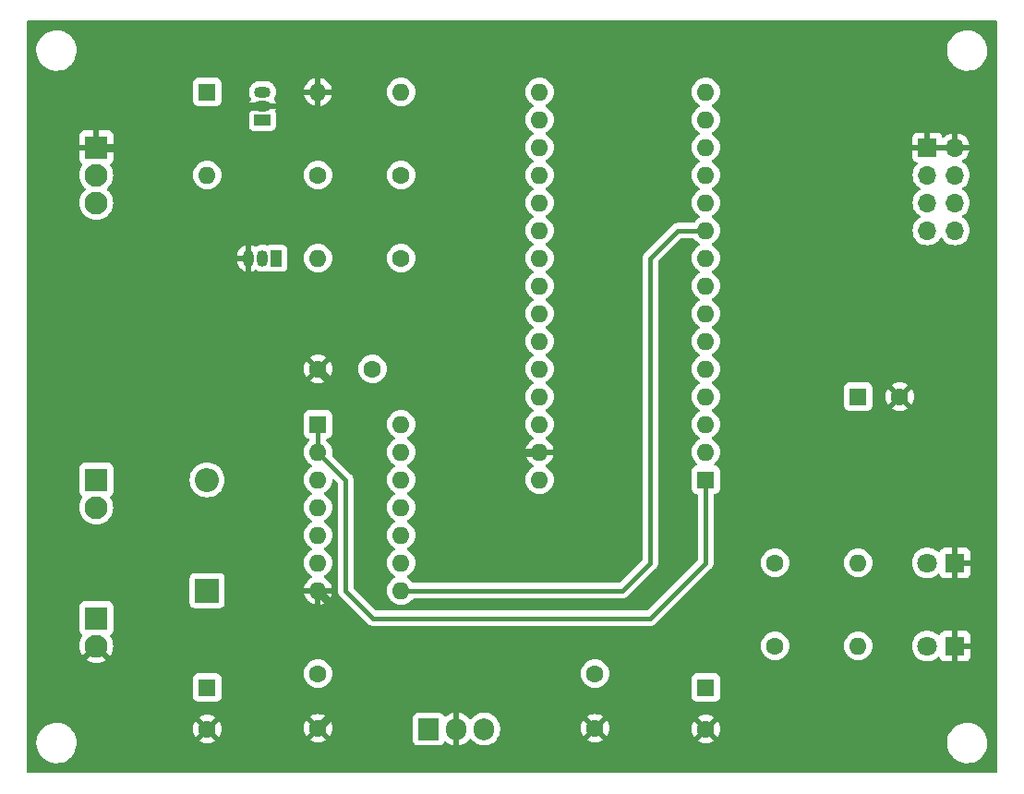
<source format=gbr>
%TF.GenerationSoftware,KiCad,Pcbnew,7.0.6*%
%TF.CreationDate,2023-08-14T15:02:37+02:00*%
%TF.ProjectId,ps2_mouse_to_serial_port_adapter_in_a_box,7073325f-6d6f-4757-9365-5f746f5f7365,rev?*%
%TF.SameCoordinates,Original*%
%TF.FileFunction,Copper,L1,Top*%
%TF.FilePolarity,Positive*%
%FSLAX46Y46*%
G04 Gerber Fmt 4.6, Leading zero omitted, Abs format (unit mm)*
G04 Created by KiCad (PCBNEW 7.0.6) date 2023-08-14 15:02:37*
%MOMM*%
%LPD*%
G01*
G04 APERTURE LIST*
%TA.AperFunction,ComponentPad*%
%ADD10R,2.100000X2.100000*%
%TD*%
%TA.AperFunction,ComponentPad*%
%ADD11C,2.100000*%
%TD*%
%TA.AperFunction,ComponentPad*%
%ADD12R,1.600000X1.600000*%
%TD*%
%TA.AperFunction,ComponentPad*%
%ADD13C,1.600000*%
%TD*%
%TA.AperFunction,ComponentPad*%
%ADD14R,2.200000X2.200000*%
%TD*%
%TA.AperFunction,ComponentPad*%
%ADD15O,2.200000X2.200000*%
%TD*%
%TA.AperFunction,ComponentPad*%
%ADD16R,1.800000X1.800000*%
%TD*%
%TA.AperFunction,ComponentPad*%
%ADD17C,1.800000*%
%TD*%
%TA.AperFunction,ComponentPad*%
%ADD18O,1.600000X1.600000*%
%TD*%
%TA.AperFunction,ComponentPad*%
%ADD19R,1.500000X1.050000*%
%TD*%
%TA.AperFunction,ComponentPad*%
%ADD20O,1.500000X1.050000*%
%TD*%
%TA.AperFunction,ComponentPad*%
%ADD21R,1.050000X1.500000*%
%TD*%
%TA.AperFunction,ComponentPad*%
%ADD22O,1.050000X1.500000*%
%TD*%
%TA.AperFunction,ComponentPad*%
%ADD23R,1.905000X2.000000*%
%TD*%
%TA.AperFunction,ComponentPad*%
%ADD24O,1.905000X2.000000*%
%TD*%
%TA.AperFunction,ComponentPad*%
%ADD25R,1.700000X1.700000*%
%TD*%
%TA.AperFunction,ComponentPad*%
%ADD26O,1.700000X1.700000*%
%TD*%
%TA.AperFunction,Conductor*%
%ADD27C,0.800000*%
%TD*%
%TA.AperFunction,Conductor*%
%ADD28C,0.400000*%
%TD*%
G04 APERTURE END LIST*
D10*
%TO.P,J1,1,Pin_1*%
%TO.N,Net-(J1-Pin_1)*%
X19219000Y-67639000D03*
D11*
%TO.P,J1,2,Pin_2*%
%TO.N,/GND*%
X19219000Y-70179000D03*
%TD*%
D12*
%TO.P,C5,1*%
%TO.N,/+5V*%
X75099000Y-73999000D03*
D13*
%TO.P,C5,2*%
%TO.N,/GND*%
X75099000Y-77799000D03*
%TD*%
D14*
%TO.P,D2,1,K*%
%TO.N,Net-(D2-K)*%
X29379000Y-65099000D03*
D15*
%TO.P,D2,2,A*%
%TO.N,Net-(D2-A)*%
X29379000Y-54939000D03*
%TD*%
D16*
%TO.P,D4,1,K*%
%TO.N,/GND*%
X97959000Y-70179000D03*
D17*
%TO.P,D4,2,A*%
%TO.N,Net-(D4-A)*%
X95419000Y-70179000D03*
%TD*%
D12*
%TO.P,U1,1*%
%TO.N,Net-(A1-D1{slash}TX)*%
X39539000Y-49859000D03*
D18*
%TO.P,U1,2*%
X39539000Y-52399000D03*
%TO.P,U1,3*%
%TO.N,Net-(J3-Pin_3)*%
X39539000Y-54939000D03*
%TO.P,U1,4*%
%TO.N,unconnected-(U1-Pad4)*%
X39539000Y-57479000D03*
%TO.P,U1,5*%
%TO.N,unconnected-(U1-Pad5)*%
X39539000Y-60019000D03*
%TO.P,U1,6*%
%TO.N,unconnected-(U1-Pad6)*%
X39539000Y-62559000D03*
%TO.P,U1,7,GND*%
%TO.N,/GND*%
X39539000Y-65099000D03*
%TO.P,U1,8*%
%TO.N,Net-(A1-D7)*%
X47159000Y-65099000D03*
%TO.P,U1,9*%
%TO.N,Net-(Q1-C)*%
X47159000Y-62559000D03*
%TO.P,U1,10*%
X47159000Y-60019000D03*
%TO.P,U1,11*%
%TO.N,unconnected-(U1-Pad11)*%
X47159000Y-57479000D03*
%TO.P,U1,12*%
%TO.N,unconnected-(U1-Pad12)*%
X47159000Y-54939000D03*
%TO.P,U1,13*%
%TO.N,unconnected-(U1-Pad13)*%
X47159000Y-52399000D03*
%TO.P,U1,14,VCC*%
%TO.N,/+5V*%
X47159000Y-49859000D03*
%TD*%
D12*
%TO.P,D1,1,K*%
%TO.N,Net-(D1-K)*%
X29379000Y-19379000D03*
D18*
%TO.P,D1,2,A*%
%TO.N,Net-(D1-A)*%
X29379000Y-26999000D03*
%TD*%
D13*
%TO.P,R1,1*%
%TO.N,Net-(Q1-B)*%
X47159000Y-26999000D03*
D18*
%TO.P,R1,2*%
%TO.N,Net-(U2-VO)*%
X47159000Y-19379000D03*
%TD*%
D13*
%TO.P,C3,1*%
%TO.N,Net-(D2-K)*%
X39539000Y-72719000D03*
%TO.P,C3,2*%
%TO.N,/GND*%
X39539000Y-77719000D03*
%TD*%
%TO.P,R2,1*%
%TO.N,Net-(Q1-B)*%
X39539000Y-26999000D03*
D18*
%TO.P,R2,2*%
%TO.N,/GND*%
X39539000Y-19379000D03*
%TD*%
D16*
%TO.P,D3,1,K*%
%TO.N,/GND*%
X97959000Y-62559000D03*
D17*
%TO.P,D3,2,A*%
%TO.N,Net-(D3-A)*%
X95419000Y-62559000D03*
%TD*%
D19*
%TO.P,U2,1,VO*%
%TO.N,Net-(U2-VO)*%
X34459000Y-21919000D03*
D20*
%TO.P,U2,2,GND*%
%TO.N,/GND*%
X34459000Y-20649000D03*
%TO.P,U2,3,VI*%
%TO.N,Net-(D1-K)*%
X34459000Y-19379000D03*
%TD*%
D13*
%TO.P,R3,1*%
%TO.N,/+5V*%
X47159000Y-34619000D03*
D18*
%TO.P,R3,2*%
%TO.N,Net-(Q1-C)*%
X39539000Y-34619000D03*
%TD*%
D13*
%TO.P,R4,1*%
%TO.N,Net-(A1-D8)*%
X81449000Y-62559000D03*
D18*
%TO.P,R4,2*%
%TO.N,Net-(D3-A)*%
X89069000Y-62559000D03*
%TD*%
D13*
%TO.P,C4,1*%
%TO.N,/+5V*%
X64939000Y-72719000D03*
%TO.P,C4,2*%
%TO.N,/GND*%
X64939000Y-77719000D03*
%TD*%
D10*
%TO.P,J3,1,Pin_1*%
%TO.N,/GND*%
X19219000Y-24459000D03*
D11*
%TO.P,J3,2,Pin_2*%
%TO.N,Net-(D1-A)*%
X19219000Y-26999000D03*
%TO.P,J3,3,Pin_3*%
%TO.N,Net-(J3-Pin_3)*%
X19219000Y-29539000D03*
%TD*%
D21*
%TO.P,Q1,1,C*%
%TO.N,Net-(Q1-C)*%
X35729000Y-34619000D03*
D22*
%TO.P,Q1,2,B*%
%TO.N,Net-(Q1-B)*%
X34459000Y-34619000D03*
%TO.P,Q1,3,E*%
%TO.N,/GND*%
X33189000Y-34619000D03*
%TD*%
D12*
%TO.P,A1,1,D1/TX*%
%TO.N,Net-(A1-D1{slash}TX)*%
X75099000Y-54939000D03*
D18*
%TO.P,A1,2,D0/RX*%
%TO.N,unconnected-(A1-D0{slash}RX-Pad2)*%
X75099000Y-52399000D03*
%TO.P,A1,3,~{RESET}*%
%TO.N,unconnected-(A1-~{RESET}-Pad3)*%
X75099000Y-49859000D03*
%TO.P,A1,4,GND*%
%TO.N,unconnected-(A1-GND-Pad4)*%
X75099000Y-47319000D03*
%TO.P,A1,5,D2*%
%TO.N,Net-(A1-D2)*%
X75099000Y-44779000D03*
%TO.P,A1,6,D3*%
%TO.N,unconnected-(A1-D3-Pad6)*%
X75099000Y-42239000D03*
%TO.P,A1,7,D4*%
%TO.N,unconnected-(A1-D4-Pad7)*%
X75099000Y-39699000D03*
%TO.P,A1,8,D5*%
%TO.N,Net-(A1-D5)*%
X75099000Y-37159000D03*
%TO.P,A1,9,D6*%
%TO.N,unconnected-(A1-D6-Pad9)*%
X75099000Y-34619000D03*
%TO.P,A1,10,D7*%
%TO.N,Net-(A1-D7)*%
X75099000Y-32079000D03*
%TO.P,A1,11,D8*%
%TO.N,Net-(A1-D8)*%
X75099000Y-29539000D03*
%TO.P,A1,12,D9*%
%TO.N,unconnected-(A1-D9-Pad12)*%
X75099000Y-26999000D03*
%TO.P,A1,13,D10*%
%TO.N,unconnected-(A1-D10-Pad13)*%
X75099000Y-24459000D03*
%TO.P,A1,14,D11*%
%TO.N,unconnected-(A1-D11-Pad14)*%
X75099000Y-21919000D03*
%TO.P,A1,15,D12*%
%TO.N,unconnected-(A1-D12-Pad15)*%
X75099000Y-19379000D03*
%TO.P,A1,16,D13*%
%TO.N,unconnected-(A1-D13-Pad16)*%
X59859000Y-19379000D03*
%TO.P,A1,17,3V3*%
%TO.N,unconnected-(A1-3V3-Pad17)*%
X59859000Y-21919000D03*
%TO.P,A1,18,AREF*%
%TO.N,unconnected-(A1-AREF-Pad18)*%
X59859000Y-24459000D03*
%TO.P,A1,19,A0*%
%TO.N,unconnected-(A1-A0-Pad19)*%
X59859000Y-26999000D03*
%TO.P,A1,20,A1*%
%TO.N,unconnected-(A1-A1-Pad20)*%
X59859000Y-29539000D03*
%TO.P,A1,21,A2*%
%TO.N,unconnected-(A1-A2-Pad21)*%
X59859000Y-32079000D03*
%TO.P,A1,22,A3*%
%TO.N,unconnected-(A1-A3-Pad22)*%
X59859000Y-34619000D03*
%TO.P,A1,23,A4*%
%TO.N,unconnected-(A1-A4-Pad23)*%
X59859000Y-37159000D03*
%TO.P,A1,24,A5*%
%TO.N,unconnected-(A1-A5-Pad24)*%
X59859000Y-39699000D03*
%TO.P,A1,25,A6*%
%TO.N,unconnected-(A1-A6-Pad25)*%
X59859000Y-42239000D03*
%TO.P,A1,26,A7*%
%TO.N,unconnected-(A1-A7-Pad26)*%
X59859000Y-44779000D03*
%TO.P,A1,27,+5V*%
%TO.N,unconnected-(A1-+5V-Pad27)*%
X59859000Y-47319000D03*
%TO.P,A1,28,~{RESET}*%
%TO.N,unconnected-(A1-~{RESET}-Pad28)*%
X59859000Y-49859000D03*
%TO.P,A1,29,GND*%
%TO.N,/GND*%
X59859000Y-52399000D03*
%TO.P,A1,30,VIN*%
%TO.N,/+5V*%
X59859000Y-54939000D03*
%TD*%
D13*
%TO.P,R5,1*%
%TO.N,/+5V*%
X81449000Y-70179000D03*
D18*
%TO.P,R5,2*%
%TO.N,Net-(D4-A)*%
X89069000Y-70179000D03*
%TD*%
D23*
%TO.P,U3,1,IN*%
%TO.N,Net-(D2-K)*%
X49699000Y-77799000D03*
D24*
%TO.P,U3,2,GND*%
%TO.N,/GND*%
X52239000Y-77799000D03*
%TO.P,U3,3,OUT*%
%TO.N,/+5V*%
X54779000Y-77799000D03*
%TD*%
D25*
%TO.P,J2,1,Pin_1*%
%TO.N,/GND*%
X95419000Y-24459000D03*
D26*
%TO.P,J2,2,Pin_2*%
X97959000Y-24459000D03*
%TO.P,J2,3,Pin_3*%
%TO.N,Net-(A1-D5)*%
X95419000Y-26999000D03*
%TO.P,J2,4,Pin_4*%
X97959000Y-26999000D03*
%TO.P,J2,5,Pin_5*%
%TO.N,Net-(A1-D2)*%
X95419000Y-29539000D03*
%TO.P,J2,6,Pin_6*%
X97959000Y-29539000D03*
%TO.P,J2,7,Pin_7*%
%TO.N,/+5V*%
X95419000Y-32079000D03*
%TO.P,J2,8,Pin_8*%
X97959000Y-32079000D03*
%TD*%
D12*
%TO.P,C2,1*%
%TO.N,Net-(D2-K)*%
X29379000Y-73999000D03*
D13*
%TO.P,C2,2*%
%TO.N,/GND*%
X29379000Y-77799000D03*
%TD*%
D12*
%TO.P,C1,1*%
%TO.N,/+5V*%
X89079000Y-47319000D03*
D13*
%TO.P,C1,2*%
%TO.N,/GND*%
X92879000Y-47319000D03*
%TD*%
D10*
%TO.P,SW1,1,A*%
%TO.N,Net-(D2-A)*%
X19219000Y-54939000D03*
D11*
%TO.P,SW1,2,B*%
%TO.N,Net-(J1-Pin_1)*%
X19219000Y-57479000D03*
%TD*%
D13*
%TO.P,C6,1*%
%TO.N,/+5V*%
X44539000Y-44779000D03*
%TO.P,C6,2*%
%TO.N,/GND*%
X39539000Y-44779000D03*
%TD*%
D27*
%TO.N,/GND*%
X24299000Y-21919000D02*
X31984000Y-21919000D01*
X49699000Y-47319000D02*
X42079000Y-47319000D01*
X42079000Y-67639000D02*
X39539000Y-65099000D01*
X59859000Y-52399000D02*
X54779000Y-52399000D01*
X54779000Y-52399000D02*
X49699000Y-47319000D01*
D28*
X41999000Y-75259000D02*
X42079000Y-75259000D01*
D27*
X42079000Y-75259000D02*
X42079000Y-67639000D01*
X39539000Y-77719000D02*
X41999000Y-75259000D01*
X21759000Y-24459000D02*
X24299000Y-21919000D01*
X31984000Y-21919000D02*
X33254000Y-20649000D01*
X33254000Y-20649000D02*
X34459000Y-20649000D01*
X19219000Y-24459000D02*
X21759000Y-24459000D01*
X42079000Y-47319000D02*
X39539000Y-44779000D01*
D28*
%TO.N,Net-(A1-D1{slash}TX)*%
X42079000Y-65099000D02*
X42079000Y-54939000D01*
X44619000Y-67639000D02*
X42079000Y-65099000D01*
X39539000Y-49859000D02*
X39539000Y-52399000D01*
X42079000Y-54939000D02*
X39539000Y-52399000D01*
X75099000Y-54939000D02*
X75099000Y-62559000D01*
X75099000Y-62559000D02*
X70019000Y-67639000D01*
X70019000Y-67639000D02*
X44619000Y-67639000D01*
%TO.N,Net-(A1-D7)*%
X72559000Y-32079000D02*
X70019000Y-34619000D01*
X75099000Y-32079000D02*
X72559000Y-32079000D01*
X70019000Y-34619000D02*
X70019000Y-62559000D01*
X70019000Y-62559000D02*
X67479000Y-65099000D01*
X67479000Y-65099000D02*
X47159000Y-65099000D01*
%TD*%
%TA.AperFunction,Conductor*%
%TO.N,/GND*%
G36*
X97499507Y-24249156D02*
G01*
X97459000Y-24387111D01*
X97459000Y-24530889D01*
X97499507Y-24668844D01*
X97525314Y-24709000D01*
X95852686Y-24709000D01*
X95878493Y-24668844D01*
X95919000Y-24530889D01*
X95919000Y-24387111D01*
X95878493Y-24249156D01*
X95852686Y-24209000D01*
X97525314Y-24209000D01*
X97499507Y-24249156D01*
G37*
%TD.AperFunction*%
%TA.AperFunction,Conductor*%
G36*
X101761539Y-12839185D02*
G01*
X101807294Y-12891989D01*
X101818500Y-12943500D01*
X101818500Y-81694500D01*
X101798815Y-81761539D01*
X101746011Y-81807294D01*
X101694500Y-81818500D01*
X12943500Y-81818500D01*
X12876461Y-81798815D01*
X12830706Y-81746011D01*
X12819500Y-81694500D01*
X12819500Y-79136763D01*
X13714787Y-79136763D01*
X13744413Y-79406013D01*
X13744415Y-79406024D01*
X13812926Y-79668082D01*
X13812928Y-79668088D01*
X13918870Y-79917390D01*
X13990998Y-80035575D01*
X14059979Y-80148605D01*
X14059986Y-80148615D01*
X14233253Y-80356819D01*
X14233259Y-80356824D01*
X14434998Y-80537582D01*
X14660910Y-80687044D01*
X14906176Y-80802020D01*
X14906183Y-80802022D01*
X14906185Y-80802023D01*
X15165557Y-80880057D01*
X15165564Y-80880058D01*
X15165569Y-80880060D01*
X15433561Y-80919500D01*
X15433566Y-80919500D01*
X15636636Y-80919500D01*
X15688133Y-80915730D01*
X15839156Y-80904677D01*
X15951758Y-80879593D01*
X16103546Y-80845782D01*
X16103548Y-80845781D01*
X16103553Y-80845780D01*
X16356558Y-80749014D01*
X16592777Y-80616441D01*
X16807177Y-80450888D01*
X16995186Y-80255881D01*
X17152799Y-80035579D01*
X17226787Y-79891669D01*
X17276649Y-79794690D01*
X17276651Y-79794684D01*
X17276656Y-79794675D01*
X17364118Y-79538305D01*
X17413319Y-79271933D01*
X17423212Y-79001235D01*
X17393586Y-78731982D01*
X17325072Y-78469912D01*
X17219130Y-78220610D01*
X17078018Y-77989390D01*
X17074294Y-77984915D01*
X16919577Y-77799002D01*
X28074034Y-77799002D01*
X28093858Y-78025599D01*
X28093860Y-78025610D01*
X28152730Y-78245317D01*
X28152734Y-78245326D01*
X28248865Y-78451481D01*
X28248866Y-78451483D01*
X28299973Y-78524471D01*
X28299974Y-78524472D01*
X28981046Y-77843399D01*
X28993835Y-77924148D01*
X29051359Y-78037045D01*
X29140955Y-78126641D01*
X29253852Y-78184165D01*
X29334599Y-78196953D01*
X28653526Y-78878025D01*
X28653526Y-78878026D01*
X28726512Y-78929131D01*
X28726516Y-78929133D01*
X28932673Y-79025265D01*
X28932682Y-79025269D01*
X29152389Y-79084139D01*
X29152400Y-79084141D01*
X29378998Y-79103966D01*
X29379002Y-79103966D01*
X29605599Y-79084141D01*
X29605610Y-79084139D01*
X29825317Y-79025269D01*
X29825331Y-79025264D01*
X30031478Y-78929136D01*
X30104472Y-78878025D01*
X29423401Y-78196953D01*
X29504148Y-78184165D01*
X29617045Y-78126641D01*
X29706641Y-78037045D01*
X29764165Y-77924148D01*
X29776953Y-77843400D01*
X30458025Y-78524472D01*
X30509136Y-78451478D01*
X30605264Y-78245331D01*
X30605269Y-78245317D01*
X30664139Y-78025610D01*
X30664141Y-78025599D01*
X30683966Y-77799002D01*
X30683966Y-77798997D01*
X30676967Y-77719002D01*
X38234034Y-77719002D01*
X38253858Y-77945599D01*
X38253860Y-77945610D01*
X38312730Y-78165317D01*
X38312734Y-78165326D01*
X38408865Y-78371481D01*
X38408866Y-78371483D01*
X38459973Y-78444471D01*
X38459973Y-78444472D01*
X39141045Y-77763399D01*
X39153835Y-77844148D01*
X39211359Y-77957045D01*
X39300955Y-78046641D01*
X39413852Y-78104165D01*
X39494599Y-78116953D01*
X38813526Y-78798025D01*
X38813526Y-78798026D01*
X38886512Y-78849131D01*
X38886516Y-78849133D01*
X39092673Y-78945265D01*
X39092682Y-78945269D01*
X39312389Y-79004139D01*
X39312400Y-79004141D01*
X39538998Y-79023966D01*
X39539002Y-79023966D01*
X39765599Y-79004141D01*
X39765610Y-79004139D01*
X39985317Y-78945269D01*
X39985331Y-78945264D01*
X40191478Y-78849136D01*
X40194714Y-78846870D01*
X48246000Y-78846870D01*
X48246001Y-78846876D01*
X48252408Y-78906483D01*
X48302702Y-79041328D01*
X48302706Y-79041335D01*
X48388952Y-79156544D01*
X48388955Y-79156547D01*
X48504164Y-79242793D01*
X48504171Y-79242797D01*
X48639017Y-79293091D01*
X48639016Y-79293091D01*
X48645944Y-79293835D01*
X48698627Y-79299500D01*
X50699372Y-79299499D01*
X50758983Y-79293091D01*
X50893831Y-79242796D01*
X51009046Y-79156546D01*
X51095296Y-79041331D01*
X51095297Y-79041328D01*
X51095298Y-79041327D01*
X51106907Y-79010199D01*
X51148776Y-78954264D01*
X51214240Y-78929844D01*
X51282513Y-78944694D01*
X51299252Y-78955675D01*
X51441831Y-79066649D01*
X51441840Y-79066655D01*
X51653531Y-79181215D01*
X51653545Y-79181221D01*
X51881207Y-79259379D01*
X51989000Y-79277366D01*
X51989000Y-78290683D01*
X52017819Y-78308209D01*
X52163404Y-78349000D01*
X52276622Y-78349000D01*
X52388783Y-78333584D01*
X52489000Y-78290053D01*
X52489000Y-79277365D01*
X52596792Y-79259379D01*
X52824454Y-79181221D01*
X52824468Y-79181215D01*
X53036159Y-79066655D01*
X53036168Y-79066649D01*
X53226116Y-78918806D01*
X53226126Y-78918797D01*
X53389154Y-78741702D01*
X53389155Y-78741701D01*
X53404891Y-78717616D01*
X53458036Y-78672258D01*
X53527267Y-78662833D01*
X53590604Y-78692333D01*
X53612510Y-78717614D01*
X53628446Y-78742007D01*
X53628448Y-78742009D01*
X53628449Y-78742010D01*
X53791537Y-78919171D01*
X53947908Y-79040879D01*
X53981017Y-79066649D01*
X53981561Y-79067072D01*
X54110339Y-79136763D01*
X54192478Y-79181215D01*
X54193336Y-79181679D01*
X54311598Y-79222278D01*
X54421083Y-79259865D01*
X54421085Y-79259865D01*
X54421087Y-79259866D01*
X54658601Y-79299500D01*
X54658602Y-79299500D01*
X54899398Y-79299500D01*
X54899399Y-79299500D01*
X55136913Y-79259866D01*
X55364664Y-79181679D01*
X55447661Y-79136763D01*
X97214787Y-79136763D01*
X97244413Y-79406013D01*
X97244415Y-79406024D01*
X97312926Y-79668082D01*
X97312928Y-79668088D01*
X97418870Y-79917390D01*
X97490998Y-80035575D01*
X97559979Y-80148605D01*
X97559986Y-80148615D01*
X97733253Y-80356819D01*
X97733259Y-80356824D01*
X97934998Y-80537582D01*
X98160910Y-80687044D01*
X98406176Y-80802020D01*
X98406183Y-80802022D01*
X98406185Y-80802023D01*
X98665557Y-80880057D01*
X98665564Y-80880058D01*
X98665569Y-80880060D01*
X98933561Y-80919500D01*
X98933566Y-80919500D01*
X99136636Y-80919500D01*
X99188133Y-80915730D01*
X99339156Y-80904677D01*
X99451758Y-80879593D01*
X99603546Y-80845782D01*
X99603548Y-80845781D01*
X99603553Y-80845780D01*
X99856558Y-80749014D01*
X100092777Y-80616441D01*
X100307177Y-80450888D01*
X100495186Y-80255881D01*
X100652799Y-80035579D01*
X100726787Y-79891669D01*
X100776649Y-79794690D01*
X100776651Y-79794684D01*
X100776656Y-79794675D01*
X100864118Y-79538305D01*
X100913319Y-79271933D01*
X100923212Y-79001235D01*
X100893586Y-78731982D01*
X100825072Y-78469912D01*
X100719130Y-78220610D01*
X100578018Y-77989390D01*
X100574294Y-77984915D01*
X100404746Y-77781180D01*
X100404740Y-77781175D01*
X100203002Y-77600418D01*
X99977092Y-77450957D01*
X99965336Y-77445446D01*
X99731824Y-77335980D01*
X99731819Y-77335978D01*
X99731814Y-77335976D01*
X99472442Y-77257942D01*
X99472428Y-77257939D01*
X99356791Y-77240921D01*
X99204439Y-77218500D01*
X99001369Y-77218500D01*
X99001364Y-77218500D01*
X98798844Y-77233323D01*
X98798831Y-77233325D01*
X98534453Y-77292217D01*
X98534446Y-77292220D01*
X98281439Y-77388987D01*
X98045226Y-77521557D01*
X97830822Y-77687112D01*
X97642822Y-77882109D01*
X97642816Y-77882116D01*
X97485202Y-78102419D01*
X97485199Y-78102424D01*
X97361350Y-78343309D01*
X97361343Y-78343327D01*
X97273884Y-78599685D01*
X97273882Y-78599695D01*
X97228227Y-78846872D01*
X97224681Y-78866068D01*
X97224680Y-78866075D01*
X97214787Y-79136763D01*
X55447661Y-79136763D01*
X55576439Y-79067072D01*
X55766463Y-78919171D01*
X55929551Y-78742010D01*
X56061255Y-78540422D01*
X56157983Y-78319905D01*
X56217095Y-78086476D01*
X56232000Y-77906600D01*
X56232000Y-77719002D01*
X63634034Y-77719002D01*
X63653858Y-77945599D01*
X63653860Y-77945610D01*
X63712730Y-78165317D01*
X63712734Y-78165326D01*
X63808865Y-78371481D01*
X63808866Y-78371483D01*
X63859973Y-78444471D01*
X63859974Y-78444472D01*
X64541046Y-77763399D01*
X64553835Y-77844148D01*
X64611359Y-77957045D01*
X64700955Y-78046641D01*
X64813852Y-78104165D01*
X64894599Y-78116953D01*
X64213526Y-78798025D01*
X64213526Y-78798026D01*
X64286512Y-78849131D01*
X64286516Y-78849133D01*
X64492673Y-78945265D01*
X64492682Y-78945269D01*
X64712389Y-79004139D01*
X64712400Y-79004141D01*
X64938998Y-79023966D01*
X64939002Y-79023966D01*
X65165599Y-79004141D01*
X65165610Y-79004139D01*
X65385317Y-78945269D01*
X65385331Y-78945264D01*
X65591478Y-78849136D01*
X65664472Y-78798025D01*
X64983401Y-78116953D01*
X65064148Y-78104165D01*
X65177045Y-78046641D01*
X65266641Y-77957045D01*
X65324165Y-77844148D01*
X65336953Y-77763400D01*
X66018025Y-78444472D01*
X66069136Y-78371478D01*
X66165264Y-78165331D01*
X66165269Y-78165317D01*
X66224139Y-77945610D01*
X66224141Y-77945599D01*
X66236967Y-77799002D01*
X73794034Y-77799002D01*
X73813858Y-78025599D01*
X73813860Y-78025610D01*
X73872730Y-78245317D01*
X73872734Y-78245326D01*
X73968865Y-78451481D01*
X73968866Y-78451483D01*
X74019973Y-78524471D01*
X74019974Y-78524472D01*
X74701046Y-77843399D01*
X74713835Y-77924148D01*
X74771359Y-78037045D01*
X74860955Y-78126641D01*
X74973852Y-78184165D01*
X75054599Y-78196953D01*
X74373526Y-78878025D01*
X74373526Y-78878026D01*
X74446512Y-78929131D01*
X74446516Y-78929133D01*
X74652673Y-79025265D01*
X74652682Y-79025269D01*
X74872389Y-79084139D01*
X74872400Y-79084141D01*
X75098998Y-79103966D01*
X75099002Y-79103966D01*
X75325599Y-79084141D01*
X75325610Y-79084139D01*
X75545317Y-79025269D01*
X75545331Y-79025264D01*
X75751478Y-78929136D01*
X75824472Y-78878025D01*
X75143401Y-78196953D01*
X75224148Y-78184165D01*
X75337045Y-78126641D01*
X75426641Y-78037045D01*
X75484165Y-77924148D01*
X75496953Y-77843400D01*
X76178025Y-78524472D01*
X76229136Y-78451478D01*
X76325264Y-78245331D01*
X76325269Y-78245317D01*
X76384139Y-78025610D01*
X76384141Y-78025599D01*
X76403966Y-77799002D01*
X76403966Y-77798997D01*
X76384141Y-77572400D01*
X76384139Y-77572389D01*
X76325269Y-77352682D01*
X76325265Y-77352673D01*
X76229133Y-77146516D01*
X76229131Y-77146512D01*
X76178026Y-77073526D01*
X76178025Y-77073526D01*
X75496953Y-77754598D01*
X75484165Y-77673852D01*
X75426641Y-77560955D01*
X75337045Y-77471359D01*
X75224148Y-77413835D01*
X75143400Y-77401046D01*
X75824472Y-76719974D01*
X75824471Y-76719973D01*
X75751483Y-76668866D01*
X75751481Y-76668865D01*
X75545326Y-76572734D01*
X75545317Y-76572730D01*
X75325610Y-76513860D01*
X75325599Y-76513858D01*
X75099002Y-76494034D01*
X75098998Y-76494034D01*
X74872400Y-76513858D01*
X74872389Y-76513860D01*
X74652682Y-76572730D01*
X74652673Y-76572734D01*
X74446513Y-76668868D01*
X74373527Y-76719972D01*
X74373526Y-76719973D01*
X75054600Y-77401046D01*
X74973852Y-77413835D01*
X74860955Y-77471359D01*
X74771359Y-77560955D01*
X74713835Y-77673852D01*
X74701046Y-77754599D01*
X74019973Y-77073526D01*
X74019972Y-77073527D01*
X73968868Y-77146513D01*
X73872734Y-77352673D01*
X73872730Y-77352682D01*
X73813860Y-77572389D01*
X73813858Y-77572400D01*
X73794034Y-77798997D01*
X73794034Y-77799002D01*
X66236967Y-77799002D01*
X66243966Y-77719002D01*
X66243966Y-77718997D01*
X66224141Y-77492400D01*
X66224139Y-77492389D01*
X66165269Y-77272682D01*
X66165265Y-77272673D01*
X66069133Y-77066516D01*
X66069131Y-77066512D01*
X66018026Y-76993526D01*
X66018025Y-76993526D01*
X65336953Y-77674596D01*
X65324165Y-77593852D01*
X65266641Y-77480955D01*
X65177045Y-77391359D01*
X65064148Y-77333835D01*
X64983400Y-77321046D01*
X65664472Y-76639974D01*
X65664471Y-76639973D01*
X65591483Y-76588866D01*
X65591481Y-76588865D01*
X65385326Y-76492734D01*
X65385317Y-76492730D01*
X65165610Y-76433860D01*
X65165599Y-76433858D01*
X64939002Y-76414034D01*
X64938998Y-76414034D01*
X64712400Y-76433858D01*
X64712389Y-76433860D01*
X64492682Y-76492730D01*
X64492673Y-76492734D01*
X64286513Y-76588868D01*
X64213527Y-76639972D01*
X64213526Y-76639973D01*
X64894600Y-77321046D01*
X64813852Y-77333835D01*
X64700955Y-77391359D01*
X64611359Y-77480955D01*
X64553835Y-77593852D01*
X64541046Y-77674599D01*
X63859973Y-76993526D01*
X63859972Y-76993527D01*
X63808868Y-77066513D01*
X63712734Y-77272673D01*
X63712730Y-77272682D01*
X63653860Y-77492389D01*
X63653858Y-77492400D01*
X63634034Y-77718997D01*
X63634034Y-77719002D01*
X56232000Y-77719002D01*
X56232000Y-77691400D01*
X56217095Y-77511524D01*
X56157983Y-77278095D01*
X56061255Y-77057578D01*
X55929551Y-76855990D01*
X55766463Y-76678829D01*
X55609505Y-76556664D01*
X55576441Y-76530929D01*
X55364665Y-76416321D01*
X55364656Y-76416318D01*
X55136916Y-76338134D01*
X54937800Y-76304908D01*
X54899399Y-76298500D01*
X54658601Y-76298500D01*
X54620200Y-76304908D01*
X54421083Y-76338134D01*
X54193343Y-76416318D01*
X54193334Y-76416321D01*
X53981558Y-76530929D01*
X53907119Y-76588868D01*
X53791537Y-76678829D01*
X53791534Y-76678831D01*
X53791534Y-76678832D01*
X53628450Y-76855988D01*
X53628446Y-76855994D01*
X53612507Y-76880389D01*
X53559359Y-76925744D01*
X53490127Y-76935165D01*
X53426793Y-76905661D01*
X53404892Y-76880385D01*
X53389154Y-76856296D01*
X53226126Y-76679202D01*
X53226116Y-76679193D01*
X53036168Y-76531350D01*
X53036159Y-76531344D01*
X52824468Y-76416784D01*
X52824454Y-76416778D01*
X52596791Y-76338619D01*
X52489000Y-76320633D01*
X52489000Y-77307316D01*
X52460181Y-77289791D01*
X52314596Y-77249000D01*
X52201378Y-77249000D01*
X52089217Y-77264416D01*
X51988999Y-77307946D01*
X51989000Y-76320633D01*
X51988999Y-76320633D01*
X51881208Y-76338619D01*
X51653545Y-76416778D01*
X51653531Y-76416784D01*
X51441840Y-76531344D01*
X51441838Y-76531345D01*
X51299252Y-76642325D01*
X51234258Y-76667967D01*
X51165718Y-76654400D01*
X51115393Y-76605932D01*
X51106907Y-76587801D01*
X51095297Y-76556671D01*
X51095293Y-76556664D01*
X51009047Y-76441455D01*
X51009044Y-76441452D01*
X50893835Y-76355206D01*
X50893828Y-76355202D01*
X50758982Y-76304908D01*
X50758983Y-76304908D01*
X50699383Y-76298501D01*
X50699381Y-76298500D01*
X50699373Y-76298500D01*
X50699364Y-76298500D01*
X48698629Y-76298500D01*
X48698623Y-76298501D01*
X48639016Y-76304908D01*
X48504171Y-76355202D01*
X48504164Y-76355206D01*
X48388955Y-76441452D01*
X48388952Y-76441455D01*
X48302706Y-76556664D01*
X48302702Y-76556671D01*
X48252408Y-76691517D01*
X48246001Y-76751116D01*
X48246000Y-76751135D01*
X48246000Y-78846870D01*
X40194714Y-78846870D01*
X40264472Y-78798025D01*
X39583401Y-78116953D01*
X39664148Y-78104165D01*
X39777045Y-78046641D01*
X39866641Y-77957045D01*
X39924165Y-77844148D01*
X39936953Y-77763400D01*
X40618025Y-78444472D01*
X40669136Y-78371478D01*
X40765264Y-78165331D01*
X40765269Y-78165317D01*
X40824139Y-77945610D01*
X40824141Y-77945599D01*
X40843966Y-77719002D01*
X40843966Y-77718997D01*
X40824141Y-77492400D01*
X40824139Y-77492389D01*
X40765269Y-77272682D01*
X40765265Y-77272673D01*
X40669133Y-77066516D01*
X40669131Y-77066512D01*
X40618026Y-76993526D01*
X40618025Y-76993526D01*
X39936953Y-77674598D01*
X39924165Y-77593852D01*
X39866641Y-77480955D01*
X39777045Y-77391359D01*
X39664148Y-77333835D01*
X39583400Y-77321046D01*
X40264472Y-76639974D01*
X40264471Y-76639973D01*
X40191483Y-76588866D01*
X40191481Y-76588865D01*
X39985326Y-76492734D01*
X39985317Y-76492730D01*
X39765610Y-76433860D01*
X39765599Y-76433858D01*
X39539002Y-76414034D01*
X39538998Y-76414034D01*
X39312400Y-76433858D01*
X39312389Y-76433860D01*
X39092682Y-76492730D01*
X39092673Y-76492734D01*
X38886513Y-76588868D01*
X38813527Y-76639972D01*
X38813526Y-76639973D01*
X39494600Y-77321046D01*
X39413852Y-77333835D01*
X39300955Y-77391359D01*
X39211359Y-77480955D01*
X39153835Y-77593852D01*
X39141046Y-77674598D01*
X38459973Y-76993526D01*
X38408868Y-77066513D01*
X38312734Y-77272673D01*
X38312730Y-77272682D01*
X38253860Y-77492389D01*
X38253858Y-77492400D01*
X38234034Y-77718997D01*
X38234034Y-77719002D01*
X30676967Y-77719002D01*
X30664141Y-77572400D01*
X30664139Y-77572389D01*
X30605269Y-77352682D01*
X30605265Y-77352673D01*
X30509133Y-77146516D01*
X30509131Y-77146512D01*
X30458026Y-77073526D01*
X30458025Y-77073526D01*
X29776953Y-77754598D01*
X29764165Y-77673852D01*
X29706641Y-77560955D01*
X29617045Y-77471359D01*
X29504148Y-77413835D01*
X29423400Y-77401046D01*
X30104472Y-76719974D01*
X30104471Y-76719973D01*
X30031483Y-76668866D01*
X30031481Y-76668865D01*
X29825326Y-76572734D01*
X29825317Y-76572730D01*
X29605610Y-76513860D01*
X29605599Y-76513858D01*
X29379002Y-76494034D01*
X29378998Y-76494034D01*
X29152400Y-76513858D01*
X29152389Y-76513860D01*
X28932682Y-76572730D01*
X28932673Y-76572734D01*
X28726513Y-76668868D01*
X28653527Y-76719972D01*
X28653526Y-76719973D01*
X29334600Y-77401046D01*
X29253852Y-77413835D01*
X29140955Y-77471359D01*
X29051359Y-77560955D01*
X28993835Y-77673852D01*
X28981046Y-77754599D01*
X28299973Y-77073526D01*
X28299972Y-77073527D01*
X28248868Y-77146513D01*
X28152734Y-77352673D01*
X28152730Y-77352682D01*
X28093860Y-77572389D01*
X28093858Y-77572400D01*
X28074034Y-77798997D01*
X28074034Y-77799002D01*
X16919577Y-77799002D01*
X16904746Y-77781180D01*
X16904740Y-77781175D01*
X16703002Y-77600418D01*
X16477092Y-77450957D01*
X16465336Y-77445446D01*
X16231824Y-77335980D01*
X16231819Y-77335978D01*
X16231814Y-77335976D01*
X15972442Y-77257942D01*
X15972428Y-77257939D01*
X15856791Y-77240921D01*
X15704439Y-77218500D01*
X15501369Y-77218500D01*
X15501364Y-77218500D01*
X15298844Y-77233323D01*
X15298831Y-77233325D01*
X15034453Y-77292217D01*
X15034446Y-77292220D01*
X14781439Y-77388987D01*
X14545226Y-77521557D01*
X14330822Y-77687112D01*
X14142822Y-77882109D01*
X14142816Y-77882116D01*
X13985202Y-78102419D01*
X13985199Y-78102424D01*
X13861350Y-78343309D01*
X13861343Y-78343327D01*
X13773884Y-78599685D01*
X13773882Y-78599695D01*
X13728227Y-78846872D01*
X13724681Y-78866068D01*
X13724680Y-78866075D01*
X13714787Y-79136763D01*
X12819500Y-79136763D01*
X12819500Y-74846870D01*
X28078500Y-74846870D01*
X28078501Y-74846876D01*
X28084908Y-74906483D01*
X28135202Y-75041328D01*
X28135206Y-75041335D01*
X28221452Y-75156544D01*
X28221455Y-75156547D01*
X28336664Y-75242793D01*
X28336671Y-75242797D01*
X28471517Y-75293091D01*
X28471516Y-75293091D01*
X28478444Y-75293835D01*
X28531127Y-75299500D01*
X30226872Y-75299499D01*
X30286483Y-75293091D01*
X30421331Y-75242796D01*
X30536546Y-75156546D01*
X30622796Y-75041331D01*
X30673091Y-74906483D01*
X30679500Y-74846873D01*
X30679500Y-74846870D01*
X73798500Y-74846870D01*
X73798501Y-74846876D01*
X73804908Y-74906483D01*
X73855202Y-75041328D01*
X73855206Y-75041335D01*
X73941452Y-75156544D01*
X73941455Y-75156547D01*
X74056664Y-75242793D01*
X74056671Y-75242797D01*
X74191517Y-75293091D01*
X74191516Y-75293091D01*
X74198444Y-75293835D01*
X74251127Y-75299500D01*
X75946872Y-75299499D01*
X76006483Y-75293091D01*
X76141331Y-75242796D01*
X76256546Y-75156546D01*
X76342796Y-75041331D01*
X76393091Y-74906483D01*
X76399500Y-74846873D01*
X76399499Y-73151128D01*
X76393091Y-73091517D01*
X76342796Y-72956669D01*
X76342795Y-72956668D01*
X76342793Y-72956664D01*
X76256547Y-72841455D01*
X76256544Y-72841452D01*
X76141335Y-72755206D01*
X76141328Y-72755202D01*
X76006482Y-72704908D01*
X76006483Y-72704908D01*
X75946883Y-72698501D01*
X75946881Y-72698500D01*
X75946873Y-72698500D01*
X75946864Y-72698500D01*
X74251129Y-72698500D01*
X74251123Y-72698501D01*
X74191516Y-72704908D01*
X74056671Y-72755202D01*
X74056664Y-72755206D01*
X73941455Y-72841452D01*
X73941452Y-72841455D01*
X73855206Y-72956664D01*
X73855202Y-72956671D01*
X73804908Y-73091517D01*
X73798501Y-73151116D01*
X73798501Y-73151123D01*
X73798500Y-73151135D01*
X73798500Y-74846870D01*
X30679500Y-74846870D01*
X30679499Y-73151128D01*
X30673091Y-73091517D01*
X30622796Y-72956669D01*
X30622795Y-72956668D01*
X30622793Y-72956664D01*
X30536547Y-72841455D01*
X30536544Y-72841452D01*
X30421335Y-72755206D01*
X30421328Y-72755202D01*
X30324268Y-72719001D01*
X38233532Y-72719001D01*
X38253364Y-72945686D01*
X38253366Y-72945697D01*
X38312258Y-73165488D01*
X38312261Y-73165497D01*
X38408431Y-73371732D01*
X38408432Y-73371734D01*
X38538954Y-73558141D01*
X38699858Y-73719045D01*
X38699861Y-73719047D01*
X38886266Y-73849568D01*
X39092504Y-73945739D01*
X39312308Y-74004635D01*
X39474230Y-74018801D01*
X39538998Y-74024468D01*
X39539000Y-74024468D01*
X39539002Y-74024468D01*
X39595673Y-74019509D01*
X39765692Y-74004635D01*
X39985496Y-73945739D01*
X40191734Y-73849568D01*
X40378139Y-73719047D01*
X40539047Y-73558139D01*
X40669568Y-73371734D01*
X40765739Y-73165496D01*
X40824635Y-72945692D01*
X40844468Y-72719001D01*
X63633532Y-72719001D01*
X63653364Y-72945686D01*
X63653366Y-72945697D01*
X63712258Y-73165488D01*
X63712261Y-73165497D01*
X63808431Y-73371732D01*
X63808432Y-73371734D01*
X63938954Y-73558141D01*
X64099858Y-73719045D01*
X64099861Y-73719047D01*
X64286266Y-73849568D01*
X64492504Y-73945739D01*
X64712308Y-74004635D01*
X64874230Y-74018801D01*
X64938998Y-74024468D01*
X64939000Y-74024468D01*
X64939002Y-74024468D01*
X64995672Y-74019509D01*
X65165692Y-74004635D01*
X65385496Y-73945739D01*
X65591734Y-73849568D01*
X65778139Y-73719047D01*
X65939047Y-73558139D01*
X66069568Y-73371734D01*
X66165739Y-73165496D01*
X66224635Y-72945692D01*
X66244468Y-72719000D01*
X66242674Y-72698500D01*
X66224635Y-72492313D01*
X66224635Y-72492308D01*
X66165739Y-72272504D01*
X66069568Y-72066266D01*
X65939047Y-71879861D01*
X65939045Y-71879858D01*
X65778141Y-71718954D01*
X65591734Y-71588432D01*
X65591732Y-71588431D01*
X65385497Y-71492261D01*
X65385488Y-71492258D01*
X65165697Y-71433366D01*
X65165693Y-71433365D01*
X65165692Y-71433365D01*
X65165691Y-71433364D01*
X65165686Y-71433364D01*
X64939002Y-71413532D01*
X64938998Y-71413532D01*
X64712313Y-71433364D01*
X64712302Y-71433366D01*
X64492511Y-71492258D01*
X64492502Y-71492261D01*
X64286267Y-71588431D01*
X64286265Y-71588432D01*
X64099858Y-71718954D01*
X63938954Y-71879858D01*
X63808432Y-72066265D01*
X63808431Y-72066267D01*
X63712261Y-72272502D01*
X63712258Y-72272511D01*
X63653366Y-72492302D01*
X63653364Y-72492313D01*
X63633532Y-72718998D01*
X63633532Y-72719001D01*
X40844468Y-72719001D01*
X40844468Y-72719000D01*
X40842674Y-72698500D01*
X40824635Y-72492313D01*
X40824635Y-72492308D01*
X40765739Y-72272504D01*
X40669568Y-72066266D01*
X40539047Y-71879861D01*
X40539045Y-71879858D01*
X40378141Y-71718954D01*
X40191734Y-71588432D01*
X40191732Y-71588431D01*
X39985497Y-71492261D01*
X39985488Y-71492258D01*
X39765697Y-71433366D01*
X39765693Y-71433365D01*
X39765692Y-71433365D01*
X39765691Y-71433364D01*
X39765686Y-71433364D01*
X39539002Y-71413532D01*
X39538998Y-71413532D01*
X39312313Y-71433364D01*
X39312302Y-71433366D01*
X39092511Y-71492258D01*
X39092502Y-71492261D01*
X38886267Y-71588431D01*
X38886265Y-71588432D01*
X38699858Y-71718954D01*
X38538954Y-71879858D01*
X38408432Y-72066265D01*
X38408431Y-72066267D01*
X38312261Y-72272502D01*
X38312258Y-72272511D01*
X38253366Y-72492302D01*
X38253364Y-72492313D01*
X38233532Y-72718998D01*
X38233532Y-72719001D01*
X30324268Y-72719001D01*
X30286482Y-72704908D01*
X30286483Y-72704908D01*
X30226883Y-72698501D01*
X30226881Y-72698500D01*
X30226873Y-72698500D01*
X30226864Y-72698500D01*
X28531129Y-72698500D01*
X28531123Y-72698501D01*
X28471516Y-72704908D01*
X28336671Y-72755202D01*
X28336664Y-72755206D01*
X28221455Y-72841452D01*
X28221452Y-72841455D01*
X28135206Y-72956664D01*
X28135202Y-72956671D01*
X28084908Y-73091517D01*
X28078501Y-73151116D01*
X28078501Y-73151123D01*
X28078500Y-73151135D01*
X28078500Y-74846870D01*
X12819500Y-74846870D01*
X12819500Y-70179000D01*
X17664207Y-70179000D01*
X17683348Y-70422219D01*
X17740303Y-70659457D01*
X17833668Y-70884861D01*
X17957504Y-71086942D01*
X18693070Y-70351375D01*
X18695884Y-70364915D01*
X18765442Y-70499156D01*
X18868638Y-70609652D01*
X18997819Y-70688209D01*
X19049002Y-70702549D01*
X18311056Y-71440494D01*
X18513138Y-71564331D01*
X18738542Y-71657696D01*
X18975780Y-71714651D01*
X18975779Y-71714651D01*
X19219000Y-71733792D01*
X19462219Y-71714651D01*
X19699457Y-71657696D01*
X19924861Y-71564331D01*
X20126942Y-71440494D01*
X19390568Y-70704121D01*
X19507458Y-70653349D01*
X19624739Y-70557934D01*
X19711928Y-70434415D01*
X19742354Y-70348802D01*
X20480494Y-71086942D01*
X20604331Y-70884861D01*
X20697696Y-70659457D01*
X20754651Y-70422219D01*
X20773792Y-70179001D01*
X80143532Y-70179001D01*
X80163364Y-70405686D01*
X80163366Y-70405697D01*
X80222258Y-70625488D01*
X80222261Y-70625497D01*
X80318431Y-70831732D01*
X80318432Y-70831734D01*
X80448954Y-71018141D01*
X80609858Y-71179045D01*
X80609861Y-71179047D01*
X80796266Y-71309568D01*
X81002504Y-71405739D01*
X81222308Y-71464635D01*
X81384230Y-71478801D01*
X81448998Y-71484468D01*
X81449000Y-71484468D01*
X81449002Y-71484468D01*
X81505672Y-71479509D01*
X81675692Y-71464635D01*
X81895496Y-71405739D01*
X82101734Y-71309568D01*
X82288139Y-71179047D01*
X82449047Y-71018139D01*
X82579568Y-70831734D01*
X82675739Y-70625496D01*
X82734635Y-70405692D01*
X82751634Y-70211384D01*
X82754468Y-70179001D01*
X87763532Y-70179001D01*
X87783364Y-70405686D01*
X87783366Y-70405697D01*
X87842258Y-70625488D01*
X87842261Y-70625497D01*
X87938431Y-70831732D01*
X87938432Y-70831734D01*
X88068954Y-71018141D01*
X88229858Y-71179045D01*
X88229861Y-71179047D01*
X88416266Y-71309568D01*
X88622504Y-71405739D01*
X88842308Y-71464635D01*
X89004230Y-71478801D01*
X89068998Y-71484468D01*
X89069000Y-71484468D01*
X89069002Y-71484468D01*
X89125673Y-71479509D01*
X89295692Y-71464635D01*
X89515496Y-71405739D01*
X89721734Y-71309568D01*
X89908139Y-71179047D01*
X90069047Y-71018139D01*
X90199568Y-70831734D01*
X90295739Y-70625496D01*
X90354635Y-70405692D01*
X90371634Y-70211384D01*
X90374468Y-70179006D01*
X94013700Y-70179006D01*
X94032864Y-70410297D01*
X94032866Y-70410308D01*
X94089842Y-70635300D01*
X94183075Y-70847848D01*
X94310016Y-71042147D01*
X94310019Y-71042151D01*
X94310021Y-71042153D01*
X94467216Y-71212913D01*
X94467219Y-71212915D01*
X94467222Y-71212918D01*
X94650365Y-71355464D01*
X94650371Y-71355468D01*
X94650374Y-71355470D01*
X94854497Y-71465936D01*
X94931179Y-71492261D01*
X95074015Y-71541297D01*
X95074017Y-71541297D01*
X95074019Y-71541298D01*
X95302951Y-71579500D01*
X95302952Y-71579500D01*
X95535048Y-71579500D01*
X95535049Y-71579500D01*
X95763981Y-71541298D01*
X95983503Y-71465936D01*
X96187626Y-71355470D01*
X96370784Y-71212913D01*
X96379511Y-71203432D01*
X96439394Y-71167441D01*
X96509232Y-71169538D01*
X96566850Y-71209060D01*
X96586924Y-71244080D01*
X96615645Y-71321086D01*
X96615649Y-71321093D01*
X96701809Y-71436187D01*
X96701812Y-71436190D01*
X96816906Y-71522350D01*
X96816913Y-71522354D01*
X96951620Y-71572596D01*
X96951627Y-71572598D01*
X97011155Y-71578999D01*
X97011172Y-71579000D01*
X97709000Y-71579000D01*
X97709000Y-70553189D01*
X97761547Y-70589016D01*
X97891173Y-70629000D01*
X97992724Y-70629000D01*
X98093138Y-70613865D01*
X98209000Y-70558068D01*
X98209000Y-71579000D01*
X98906828Y-71579000D01*
X98906844Y-71578999D01*
X98966372Y-71572598D01*
X98966379Y-71572596D01*
X99101086Y-71522354D01*
X99101093Y-71522350D01*
X99216187Y-71436190D01*
X99216190Y-71436187D01*
X99302350Y-71321093D01*
X99302354Y-71321086D01*
X99352596Y-71186379D01*
X99352598Y-71186372D01*
X99358999Y-71126844D01*
X99359000Y-71126827D01*
X99359000Y-70429000D01*
X98334278Y-70429000D01*
X98382625Y-70345260D01*
X98412810Y-70213008D01*
X98402673Y-70077735D01*
X98353113Y-69951459D01*
X98335203Y-69929000D01*
X99359000Y-69929000D01*
X99359000Y-69231172D01*
X99358999Y-69231155D01*
X99352598Y-69171627D01*
X99352596Y-69171620D01*
X99302354Y-69036913D01*
X99302350Y-69036906D01*
X99216190Y-68921812D01*
X99216187Y-68921809D01*
X99101093Y-68835649D01*
X99101086Y-68835645D01*
X98966379Y-68785403D01*
X98966372Y-68785401D01*
X98906844Y-68779000D01*
X98209000Y-68779000D01*
X98209000Y-69804810D01*
X98156453Y-69768984D01*
X98026827Y-69729000D01*
X97925276Y-69729000D01*
X97824862Y-69744135D01*
X97709000Y-69799931D01*
X97709000Y-68779000D01*
X97011155Y-68779000D01*
X96951627Y-68785401D01*
X96951620Y-68785403D01*
X96816913Y-68835645D01*
X96816906Y-68835649D01*
X96701812Y-68921809D01*
X96701809Y-68921812D01*
X96615649Y-69036906D01*
X96615646Y-69036911D01*
X96586924Y-69113920D01*
X96545052Y-69169853D01*
X96479588Y-69194270D01*
X96411315Y-69179418D01*
X96379514Y-69154571D01*
X96370784Y-69145087D01*
X96370779Y-69145083D01*
X96370777Y-69145081D01*
X96187634Y-69002535D01*
X96187628Y-69002531D01*
X95983504Y-68892064D01*
X95983495Y-68892061D01*
X95763984Y-68816702D01*
X95576404Y-68785401D01*
X95535049Y-68778500D01*
X95302951Y-68778500D01*
X95261596Y-68785401D01*
X95074015Y-68816702D01*
X94854504Y-68892061D01*
X94854495Y-68892064D01*
X94650371Y-69002531D01*
X94650365Y-69002535D01*
X94467222Y-69145081D01*
X94467219Y-69145084D01*
X94467216Y-69145086D01*
X94467216Y-69145087D01*
X94442791Y-69171620D01*
X94310016Y-69315852D01*
X94183075Y-69510151D01*
X94089842Y-69722699D01*
X94032866Y-69947691D01*
X94032864Y-69947702D01*
X94013700Y-70178993D01*
X94013700Y-70179006D01*
X90374468Y-70179006D01*
X90374468Y-70179001D01*
X90374468Y-70178998D01*
X90359922Y-70012740D01*
X90354635Y-69952308D01*
X90295739Y-69732504D01*
X90199568Y-69526266D01*
X90069047Y-69339861D01*
X90069045Y-69339858D01*
X89908141Y-69178954D01*
X89721734Y-69048432D01*
X89721732Y-69048431D01*
X89515497Y-68952261D01*
X89515488Y-68952258D01*
X89295697Y-68893366D01*
X89295693Y-68893365D01*
X89295692Y-68893365D01*
X89295691Y-68893364D01*
X89295686Y-68893364D01*
X89069002Y-68873532D01*
X89068998Y-68873532D01*
X88842313Y-68893364D01*
X88842302Y-68893366D01*
X88622511Y-68952258D01*
X88622502Y-68952261D01*
X88416267Y-69048431D01*
X88416265Y-69048432D01*
X88229858Y-69178954D01*
X88068954Y-69339858D01*
X87938432Y-69526265D01*
X87938431Y-69526267D01*
X87842261Y-69732502D01*
X87842258Y-69732511D01*
X87783366Y-69952302D01*
X87783364Y-69952313D01*
X87763532Y-70178998D01*
X87763532Y-70179001D01*
X82754468Y-70179001D01*
X82754468Y-70178998D01*
X82739922Y-70012740D01*
X82734635Y-69952308D01*
X82675739Y-69732504D01*
X82579568Y-69526266D01*
X82449047Y-69339861D01*
X82449045Y-69339858D01*
X82288141Y-69178954D01*
X82101734Y-69048432D01*
X82101732Y-69048431D01*
X81895497Y-68952261D01*
X81895488Y-68952258D01*
X81675697Y-68893366D01*
X81675693Y-68893365D01*
X81675692Y-68893365D01*
X81675691Y-68893364D01*
X81675686Y-68893364D01*
X81449002Y-68873532D01*
X81448998Y-68873532D01*
X81222313Y-68893364D01*
X81222302Y-68893366D01*
X81002511Y-68952258D01*
X81002502Y-68952261D01*
X80796267Y-69048431D01*
X80796265Y-69048432D01*
X80609858Y-69178954D01*
X80448954Y-69339858D01*
X80318432Y-69526265D01*
X80318431Y-69526267D01*
X80222261Y-69732502D01*
X80222258Y-69732511D01*
X80163366Y-69952302D01*
X80163364Y-69952313D01*
X80143532Y-70178998D01*
X80143532Y-70179001D01*
X20773792Y-70179001D01*
X20773792Y-70178999D01*
X20754651Y-69935780D01*
X20697696Y-69698542D01*
X20604331Y-69473138D01*
X20491149Y-69288442D01*
X20472904Y-69220996D01*
X20494020Y-69154394D01*
X20522560Y-69124389D01*
X20626546Y-69046546D01*
X20712796Y-68931331D01*
X20763091Y-68796483D01*
X20769500Y-68736873D01*
X20769499Y-66541128D01*
X20763091Y-66481517D01*
X20748101Y-66441328D01*
X20712797Y-66346671D01*
X20712793Y-66346664D01*
X20638087Y-66246870D01*
X27778500Y-66246870D01*
X27778501Y-66246876D01*
X27784908Y-66306483D01*
X27835202Y-66441328D01*
X27835206Y-66441335D01*
X27921452Y-66556544D01*
X27921455Y-66556547D01*
X28036664Y-66642793D01*
X28036671Y-66642797D01*
X28171517Y-66693091D01*
X28171516Y-66693091D01*
X28178444Y-66693835D01*
X28231127Y-66699500D01*
X30526872Y-66699499D01*
X30586483Y-66693091D01*
X30721331Y-66642796D01*
X30836546Y-66556546D01*
X30922796Y-66441331D01*
X30973091Y-66306483D01*
X30979500Y-66246873D01*
X30979499Y-63951128D01*
X30973666Y-63896863D01*
X30973091Y-63891516D01*
X30922797Y-63756671D01*
X30922793Y-63756664D01*
X30836547Y-63641455D01*
X30836544Y-63641452D01*
X30721335Y-63555206D01*
X30721328Y-63555202D01*
X30586482Y-63504908D01*
X30586483Y-63504908D01*
X30526883Y-63498501D01*
X30526881Y-63498500D01*
X30526873Y-63498500D01*
X30526864Y-63498500D01*
X28231129Y-63498500D01*
X28231123Y-63498501D01*
X28171516Y-63504908D01*
X28036671Y-63555202D01*
X28036664Y-63555206D01*
X27921455Y-63641452D01*
X27921452Y-63641455D01*
X27835206Y-63756664D01*
X27835202Y-63756671D01*
X27784908Y-63891517D01*
X27779518Y-63941657D01*
X27778501Y-63951123D01*
X27778500Y-63951135D01*
X27778500Y-66246870D01*
X20638087Y-66246870D01*
X20626547Y-66231455D01*
X20626544Y-66231452D01*
X20511335Y-66145206D01*
X20511328Y-66145202D01*
X20376482Y-66094908D01*
X20376483Y-66094908D01*
X20316883Y-66088501D01*
X20316881Y-66088500D01*
X20316873Y-66088500D01*
X20316864Y-66088500D01*
X18121129Y-66088500D01*
X18121123Y-66088501D01*
X18061516Y-66094908D01*
X17926671Y-66145202D01*
X17926664Y-66145206D01*
X17811455Y-66231452D01*
X17811452Y-66231455D01*
X17725206Y-66346664D01*
X17725202Y-66346671D01*
X17674908Y-66481517D01*
X17668501Y-66541116D01*
X17668501Y-66541123D01*
X17668500Y-66541135D01*
X17668500Y-68736870D01*
X17668501Y-68736876D01*
X17674908Y-68796483D01*
X17725202Y-68931328D01*
X17725206Y-68931335D01*
X17778504Y-69002531D01*
X17811454Y-69046546D01*
X17915434Y-69124386D01*
X17957305Y-69180319D01*
X17962289Y-69250011D01*
X17946851Y-69288441D01*
X17833667Y-69473140D01*
X17740303Y-69698542D01*
X17683348Y-69935780D01*
X17664207Y-70179000D01*
X12819500Y-70179000D01*
X12819500Y-62559001D01*
X38233532Y-62559001D01*
X38253364Y-62785686D01*
X38253366Y-62785697D01*
X38312258Y-63005488D01*
X38312261Y-63005497D01*
X38408431Y-63211732D01*
X38408432Y-63211734D01*
X38538954Y-63398141D01*
X38699858Y-63559045D01*
X38699861Y-63559047D01*
X38886266Y-63689568D01*
X38944865Y-63716893D01*
X38997305Y-63763065D01*
X39016457Y-63830258D01*
X38996242Y-63897139D01*
X38944867Y-63941657D01*
X38886515Y-63968867D01*
X38700179Y-64099342D01*
X38539342Y-64260179D01*
X38408865Y-64446517D01*
X38312734Y-64652673D01*
X38312730Y-64652682D01*
X38260127Y-64848999D01*
X38260128Y-64849000D01*
X39223314Y-64849000D01*
X39211359Y-64860955D01*
X39153835Y-64973852D01*
X39134014Y-65099000D01*
X39153835Y-65224148D01*
X39211359Y-65337045D01*
X39223314Y-65349000D01*
X38260128Y-65349000D01*
X38312730Y-65545317D01*
X38312734Y-65545326D01*
X38408865Y-65751482D01*
X38539342Y-65937820D01*
X38700179Y-66098657D01*
X38886517Y-66229134D01*
X39092673Y-66325265D01*
X39092682Y-66325269D01*
X39288999Y-66377872D01*
X39289000Y-66377871D01*
X39289000Y-65414686D01*
X39300955Y-65426641D01*
X39413852Y-65484165D01*
X39507519Y-65499000D01*
X39570481Y-65499000D01*
X39664148Y-65484165D01*
X39777045Y-65426641D01*
X39789000Y-65414685D01*
X39789000Y-66377872D01*
X39985317Y-66325269D01*
X39985326Y-66325265D01*
X40191482Y-66229134D01*
X40377820Y-66098657D01*
X40538657Y-65937820D01*
X40669134Y-65751482D01*
X40765265Y-65545326D01*
X40765269Y-65545317D01*
X40817872Y-65349000D01*
X39854686Y-65349000D01*
X39866641Y-65337045D01*
X39924165Y-65224148D01*
X39943986Y-65099000D01*
X39924165Y-64973852D01*
X39866641Y-64860955D01*
X39854686Y-64849000D01*
X40817872Y-64849000D01*
X40817872Y-64848999D01*
X40765269Y-64652682D01*
X40765265Y-64652673D01*
X40669134Y-64446517D01*
X40538657Y-64260179D01*
X40377820Y-64099342D01*
X40191482Y-63968865D01*
X40133133Y-63941657D01*
X40080694Y-63895484D01*
X40061542Y-63828291D01*
X40081758Y-63761410D01*
X40133129Y-63716895D01*
X40191734Y-63689568D01*
X40378139Y-63559047D01*
X40539047Y-63398139D01*
X40669568Y-63211734D01*
X40765739Y-63005496D01*
X40824635Y-62785692D01*
X40841634Y-62591384D01*
X40844468Y-62559001D01*
X40844468Y-62558998D01*
X40824635Y-62332313D01*
X40824635Y-62332308D01*
X40765739Y-62112504D01*
X40669568Y-61906266D01*
X40539047Y-61719861D01*
X40539045Y-61719858D01*
X40378141Y-61558954D01*
X40191734Y-61428432D01*
X40191728Y-61428429D01*
X40133725Y-61401382D01*
X40081285Y-61355210D01*
X40062133Y-61288017D01*
X40082348Y-61221135D01*
X40133725Y-61176618D01*
X40191734Y-61149568D01*
X40378139Y-61019047D01*
X40539047Y-60858139D01*
X40669568Y-60671734D01*
X40765739Y-60465496D01*
X40824635Y-60245692D01*
X40844468Y-60019000D01*
X40824635Y-59792308D01*
X40765739Y-59572504D01*
X40669568Y-59366266D01*
X40539047Y-59179861D01*
X40539045Y-59179858D01*
X40378141Y-59018954D01*
X40191734Y-58888432D01*
X40191728Y-58888429D01*
X40133725Y-58861382D01*
X40081285Y-58815210D01*
X40062133Y-58748017D01*
X40082348Y-58681135D01*
X40133725Y-58636618D01*
X40191734Y-58609568D01*
X40378139Y-58479047D01*
X40539047Y-58318139D01*
X40669568Y-58131734D01*
X40765739Y-57925496D01*
X40824635Y-57705692D01*
X40844468Y-57479000D01*
X40824635Y-57252308D01*
X40765739Y-57032504D01*
X40669568Y-56826266D01*
X40539047Y-56639861D01*
X40539045Y-56639858D01*
X40378141Y-56478954D01*
X40191734Y-56348432D01*
X40191728Y-56348429D01*
X40133725Y-56321382D01*
X40081285Y-56275210D01*
X40062133Y-56208017D01*
X40082348Y-56141135D01*
X40133725Y-56096618D01*
X40191734Y-56069568D01*
X40378139Y-55939047D01*
X40539047Y-55778139D01*
X40669568Y-55591734D01*
X40765739Y-55385496D01*
X40824635Y-55165692D01*
X40840911Y-54979649D01*
X40866363Y-54914582D01*
X40922954Y-54873603D01*
X40992716Y-54869725D01*
X41052120Y-54902777D01*
X41342181Y-55192838D01*
X41375666Y-55254161D01*
X41378500Y-55280519D01*
X41378500Y-65075951D01*
X41378387Y-65079696D01*
X41374642Y-65141603D01*
X41374642Y-65141605D01*
X41385821Y-65202612D01*
X41386384Y-65206313D01*
X41393859Y-65267870D01*
X41393860Y-65267874D01*
X41397451Y-65277343D01*
X41403474Y-65298946D01*
X41405304Y-65308930D01*
X41430759Y-65365490D01*
X41432189Y-65368941D01*
X41454182Y-65426930D01*
X41454183Y-65426931D01*
X41459936Y-65435266D01*
X41470961Y-65454813D01*
X41475120Y-65464055D01*
X41475124Y-65464060D01*
X41513371Y-65512878D01*
X41515591Y-65515896D01*
X41550812Y-65566924D01*
X41550816Y-65566928D01*
X41550817Y-65566929D01*
X41597250Y-65608064D01*
X41599941Y-65610598D01*
X44107399Y-68118056D01*
X44109935Y-68120750D01*
X44151071Y-68167183D01*
X44182431Y-68188829D01*
X44202110Y-68202413D01*
X44205127Y-68204633D01*
X44253938Y-68242874D01*
X44253943Y-68242877D01*
X44263174Y-68247031D01*
X44282727Y-68258059D01*
X44291070Y-68263818D01*
X44349044Y-68285804D01*
X44349057Y-68285809D01*
X44352508Y-68287238D01*
X44382093Y-68300553D01*
X44409063Y-68312692D01*
X44409064Y-68312692D01*
X44409068Y-68312694D01*
X44419030Y-68314519D01*
X44440651Y-68320546D01*
X44440667Y-68320552D01*
X44450128Y-68324140D01*
X44466871Y-68326173D01*
X44511689Y-68331615D01*
X44515386Y-68332177D01*
X44576394Y-68343357D01*
X44576395Y-68343356D01*
X44576396Y-68343357D01*
X44638292Y-68339613D01*
X44642036Y-68339500D01*
X69995952Y-68339500D01*
X69999697Y-68339613D01*
X70007042Y-68340057D01*
X70061606Y-68343358D01*
X70099314Y-68336447D01*
X70122621Y-68332177D01*
X70126325Y-68331613D01*
X70144170Y-68329446D01*
X70187872Y-68324140D01*
X70197335Y-68320550D01*
X70218961Y-68314522D01*
X70219893Y-68314351D01*
X70228932Y-68312695D01*
X70285512Y-68287229D01*
X70288942Y-68285809D01*
X70346930Y-68263818D01*
X70355266Y-68258062D01*
X70374821Y-68247034D01*
X70384057Y-68242878D01*
X70432896Y-68204613D01*
X70435876Y-68202421D01*
X70486929Y-68167183D01*
X70528065Y-68120748D01*
X70530599Y-68118056D01*
X75578056Y-63070599D01*
X75580748Y-63068065D01*
X75627183Y-63026929D01*
X75662421Y-62975876D01*
X75664613Y-62972896D01*
X75702878Y-62924057D01*
X75707034Y-62914821D01*
X75718062Y-62895266D01*
X75723818Y-62886930D01*
X75745812Y-62828931D01*
X75747227Y-62825515D01*
X75772695Y-62768931D01*
X75774522Y-62758959D01*
X75780546Y-62737347D01*
X75784140Y-62727872D01*
X75791615Y-62666309D01*
X75792177Y-62662619D01*
X75795535Y-62644289D01*
X75803358Y-62601606D01*
X75800780Y-62559001D01*
X80143532Y-62559001D01*
X80163364Y-62785686D01*
X80163366Y-62785697D01*
X80222258Y-63005488D01*
X80222261Y-63005497D01*
X80318431Y-63211732D01*
X80318432Y-63211734D01*
X80448954Y-63398141D01*
X80609858Y-63559045D01*
X80609861Y-63559047D01*
X80796266Y-63689568D01*
X81002504Y-63785739D01*
X81222308Y-63844635D01*
X81384230Y-63858801D01*
X81448998Y-63864468D01*
X81449000Y-63864468D01*
X81449002Y-63864468D01*
X81505672Y-63859509D01*
X81675692Y-63844635D01*
X81895496Y-63785739D01*
X82101734Y-63689568D01*
X82288139Y-63559047D01*
X82449047Y-63398139D01*
X82579568Y-63211734D01*
X82675739Y-63005496D01*
X82734635Y-62785692D01*
X82751634Y-62591384D01*
X82754468Y-62559001D01*
X87763532Y-62559001D01*
X87783364Y-62785686D01*
X87783366Y-62785697D01*
X87842258Y-63005488D01*
X87842261Y-63005497D01*
X87938431Y-63211732D01*
X87938432Y-63211734D01*
X88068954Y-63398141D01*
X88229858Y-63559045D01*
X88229861Y-63559047D01*
X88416266Y-63689568D01*
X88622504Y-63785739D01*
X88842308Y-63844635D01*
X89004230Y-63858801D01*
X89068998Y-63864468D01*
X89069000Y-63864468D01*
X89069002Y-63864468D01*
X89125673Y-63859509D01*
X89295692Y-63844635D01*
X89515496Y-63785739D01*
X89721734Y-63689568D01*
X89908139Y-63559047D01*
X90069047Y-63398139D01*
X90199568Y-63211734D01*
X90295739Y-63005496D01*
X90354635Y-62785692D01*
X90371634Y-62591384D01*
X90374468Y-62559006D01*
X94013700Y-62559006D01*
X94032864Y-62790297D01*
X94032866Y-62790308D01*
X94089842Y-63015300D01*
X94183075Y-63227848D01*
X94310016Y-63422147D01*
X94310019Y-63422151D01*
X94310021Y-63422153D01*
X94467216Y-63592913D01*
X94467219Y-63592915D01*
X94467222Y-63592918D01*
X94650365Y-63735464D01*
X94650371Y-63735468D01*
X94650374Y-63735470D01*
X94854497Y-63845936D01*
X94908479Y-63864468D01*
X95074015Y-63921297D01*
X95074017Y-63921297D01*
X95074019Y-63921298D01*
X95302951Y-63959500D01*
X95302952Y-63959500D01*
X95535048Y-63959500D01*
X95535049Y-63959500D01*
X95763981Y-63921298D01*
X95983503Y-63845936D01*
X96187626Y-63735470D01*
X96370784Y-63592913D01*
X96379511Y-63583432D01*
X96439394Y-63547441D01*
X96509232Y-63549538D01*
X96566850Y-63589060D01*
X96586924Y-63624080D01*
X96615645Y-63701086D01*
X96615649Y-63701093D01*
X96701809Y-63816187D01*
X96701812Y-63816190D01*
X96816906Y-63902350D01*
X96816913Y-63902354D01*
X96951620Y-63952596D01*
X96951627Y-63952598D01*
X97011155Y-63958999D01*
X97011172Y-63959000D01*
X97709000Y-63959000D01*
X97709000Y-62933189D01*
X97761547Y-62969016D01*
X97891173Y-63009000D01*
X97992724Y-63009000D01*
X98093138Y-62993865D01*
X98209000Y-62938068D01*
X98209000Y-63959000D01*
X98906828Y-63959000D01*
X98906844Y-63958999D01*
X98966372Y-63952598D01*
X98966379Y-63952596D01*
X99101086Y-63902354D01*
X99101093Y-63902350D01*
X99216187Y-63816190D01*
X99216190Y-63816187D01*
X99302350Y-63701093D01*
X99302354Y-63701086D01*
X99352596Y-63566379D01*
X99352598Y-63566372D01*
X99358999Y-63506844D01*
X99359000Y-63506827D01*
X99359000Y-62809000D01*
X98334278Y-62809000D01*
X98382625Y-62725260D01*
X98412810Y-62593008D01*
X98402673Y-62457735D01*
X98353113Y-62331459D01*
X98335203Y-62309000D01*
X99359000Y-62309000D01*
X99359000Y-61611172D01*
X99358999Y-61611155D01*
X99352598Y-61551627D01*
X99352596Y-61551620D01*
X99302354Y-61416913D01*
X99302350Y-61416906D01*
X99216190Y-61301812D01*
X99216187Y-61301809D01*
X99101093Y-61215649D01*
X99101086Y-61215645D01*
X98966379Y-61165403D01*
X98966372Y-61165401D01*
X98906844Y-61159000D01*
X98209000Y-61159000D01*
X98209000Y-62184810D01*
X98156453Y-62148984D01*
X98026827Y-62109000D01*
X97925276Y-62109000D01*
X97824862Y-62124135D01*
X97709000Y-62179931D01*
X97709000Y-61159000D01*
X97011155Y-61159000D01*
X96951627Y-61165401D01*
X96951620Y-61165403D01*
X96816913Y-61215645D01*
X96816906Y-61215649D01*
X96701812Y-61301809D01*
X96701809Y-61301812D01*
X96615649Y-61416906D01*
X96615646Y-61416911D01*
X96586924Y-61493920D01*
X96545052Y-61549853D01*
X96479588Y-61574270D01*
X96411315Y-61559418D01*
X96379514Y-61534571D01*
X96370784Y-61525087D01*
X96370779Y-61525083D01*
X96370777Y-61525081D01*
X96187634Y-61382535D01*
X96187628Y-61382531D01*
X95983504Y-61272064D01*
X95983495Y-61272061D01*
X95763984Y-61196702D01*
X95576404Y-61165401D01*
X95535049Y-61158500D01*
X95302951Y-61158500D01*
X95261596Y-61165401D01*
X95074015Y-61196702D01*
X94854504Y-61272061D01*
X94854495Y-61272064D01*
X94650371Y-61382531D01*
X94650365Y-61382535D01*
X94467222Y-61525081D01*
X94467219Y-61525084D01*
X94467216Y-61525086D01*
X94467216Y-61525087D01*
X94442791Y-61551620D01*
X94310016Y-61695852D01*
X94183075Y-61890151D01*
X94089842Y-62102699D01*
X94032866Y-62327691D01*
X94032864Y-62327702D01*
X94013700Y-62558993D01*
X94013700Y-62559006D01*
X90374468Y-62559006D01*
X90374468Y-62559001D01*
X90374468Y-62558998D01*
X90354635Y-62332313D01*
X90354635Y-62332308D01*
X90295739Y-62112504D01*
X90199568Y-61906266D01*
X90069047Y-61719861D01*
X90069045Y-61719858D01*
X89908141Y-61558954D01*
X89721734Y-61428432D01*
X89721732Y-61428431D01*
X89515497Y-61332261D01*
X89515488Y-61332258D01*
X89295697Y-61273366D01*
X89295693Y-61273365D01*
X89295692Y-61273365D01*
X89295691Y-61273364D01*
X89295686Y-61273364D01*
X89069002Y-61253532D01*
X89068998Y-61253532D01*
X88842313Y-61273364D01*
X88842302Y-61273366D01*
X88622511Y-61332258D01*
X88622502Y-61332261D01*
X88416267Y-61428431D01*
X88416265Y-61428432D01*
X88229858Y-61558954D01*
X88068954Y-61719858D01*
X87938432Y-61906265D01*
X87938431Y-61906267D01*
X87842261Y-62112502D01*
X87842258Y-62112511D01*
X87783366Y-62332302D01*
X87783364Y-62332313D01*
X87763532Y-62558998D01*
X87763532Y-62559001D01*
X82754468Y-62559001D01*
X82754468Y-62558998D01*
X82734635Y-62332313D01*
X82734635Y-62332308D01*
X82675739Y-62112504D01*
X82579568Y-61906266D01*
X82449047Y-61719861D01*
X82449045Y-61719858D01*
X82288141Y-61558954D01*
X82101734Y-61428432D01*
X82101732Y-61428431D01*
X81895497Y-61332261D01*
X81895488Y-61332258D01*
X81675697Y-61273366D01*
X81675693Y-61273365D01*
X81675692Y-61273365D01*
X81675691Y-61273364D01*
X81675686Y-61273364D01*
X81449002Y-61253532D01*
X81448998Y-61253532D01*
X81222313Y-61273364D01*
X81222302Y-61273366D01*
X81002511Y-61332258D01*
X81002502Y-61332261D01*
X80796267Y-61428431D01*
X80796265Y-61428432D01*
X80609858Y-61558954D01*
X80448954Y-61719858D01*
X80318432Y-61906265D01*
X80318431Y-61906267D01*
X80222261Y-62112502D01*
X80222258Y-62112511D01*
X80163366Y-62332302D01*
X80163364Y-62332313D01*
X80143532Y-62558998D01*
X80143532Y-62559001D01*
X75800780Y-62559001D01*
X75800245Y-62550161D01*
X75799613Y-62539696D01*
X75799500Y-62535951D01*
X75799500Y-56363499D01*
X75819185Y-56296460D01*
X75871989Y-56250705D01*
X75923500Y-56239499D01*
X75946871Y-56239499D01*
X75946872Y-56239499D01*
X76006483Y-56233091D01*
X76141331Y-56182796D01*
X76256546Y-56096546D01*
X76342796Y-55981331D01*
X76393091Y-55846483D01*
X76399500Y-55786873D01*
X76399499Y-54091128D01*
X76393091Y-54031517D01*
X76379598Y-53995341D01*
X76342797Y-53896671D01*
X76342793Y-53896664D01*
X76256547Y-53781455D01*
X76256544Y-53781452D01*
X76141335Y-53695206D01*
X76141328Y-53695202D01*
X76006482Y-53644908D01*
X76006483Y-53644908D01*
X75971404Y-53641137D01*
X75906853Y-53614399D01*
X75867005Y-53557006D01*
X75864512Y-53487181D01*
X75900165Y-53427092D01*
X75913539Y-53416272D01*
X75938140Y-53399046D01*
X76099045Y-53238141D01*
X76099044Y-53238141D01*
X76099047Y-53238139D01*
X76229568Y-53051734D01*
X76325739Y-52845496D01*
X76384635Y-52625692D01*
X76404468Y-52399000D01*
X76384635Y-52172308D01*
X76325739Y-51952504D01*
X76229568Y-51746266D01*
X76099047Y-51559861D01*
X76099045Y-51559858D01*
X75938141Y-51398954D01*
X75751734Y-51268432D01*
X75751728Y-51268429D01*
X75693725Y-51241382D01*
X75641285Y-51195210D01*
X75622133Y-51128017D01*
X75642348Y-51061135D01*
X75693725Y-51016618D01*
X75751734Y-50989568D01*
X75938139Y-50859047D01*
X76099047Y-50698139D01*
X76229568Y-50511734D01*
X76325739Y-50305496D01*
X76384635Y-50085692D01*
X76404468Y-49859000D01*
X76384635Y-49632308D01*
X76325739Y-49412504D01*
X76229568Y-49206266D01*
X76099047Y-49019861D01*
X76099045Y-49019858D01*
X75938141Y-48858954D01*
X75751734Y-48728432D01*
X75751728Y-48728429D01*
X75693882Y-48701455D01*
X75693724Y-48701381D01*
X75641285Y-48655210D01*
X75622133Y-48588017D01*
X75642348Y-48521135D01*
X75693725Y-48476618D01*
X75751734Y-48449568D01*
X75938139Y-48319047D01*
X76090316Y-48166870D01*
X87778500Y-48166870D01*
X87778501Y-48166876D01*
X87784908Y-48226483D01*
X87835202Y-48361328D01*
X87835206Y-48361335D01*
X87921452Y-48476544D01*
X87921455Y-48476547D01*
X88036664Y-48562793D01*
X88036671Y-48562797D01*
X88171517Y-48613091D01*
X88171516Y-48613091D01*
X88178444Y-48613835D01*
X88231127Y-48619500D01*
X89926872Y-48619499D01*
X89986483Y-48613091D01*
X90121331Y-48562796D01*
X90236546Y-48476546D01*
X90322796Y-48361331D01*
X90373091Y-48226483D01*
X90379500Y-48166873D01*
X90379500Y-47319002D01*
X91574034Y-47319002D01*
X91593858Y-47545599D01*
X91593860Y-47545610D01*
X91652730Y-47765317D01*
X91652734Y-47765326D01*
X91748865Y-47971481D01*
X91748866Y-47971483D01*
X91799973Y-48044471D01*
X91799974Y-48044472D01*
X92481046Y-47363399D01*
X92493835Y-47444148D01*
X92551359Y-47557045D01*
X92640955Y-47646641D01*
X92753852Y-47704165D01*
X92834599Y-47716953D01*
X92153526Y-48398025D01*
X92153526Y-48398026D01*
X92226512Y-48449131D01*
X92226516Y-48449133D01*
X92432673Y-48545265D01*
X92432682Y-48545269D01*
X92652389Y-48604139D01*
X92652400Y-48604141D01*
X92878998Y-48623966D01*
X92879002Y-48623966D01*
X93105599Y-48604141D01*
X93105610Y-48604139D01*
X93325317Y-48545269D01*
X93325331Y-48545264D01*
X93531478Y-48449136D01*
X93604472Y-48398025D01*
X92923401Y-47716953D01*
X93004148Y-47704165D01*
X93117045Y-47646641D01*
X93206641Y-47557045D01*
X93264165Y-47444148D01*
X93276953Y-47363400D01*
X93958025Y-48044472D01*
X94009136Y-47971478D01*
X94105264Y-47765331D01*
X94105269Y-47765317D01*
X94164139Y-47545610D01*
X94164141Y-47545599D01*
X94183966Y-47319002D01*
X94183966Y-47318997D01*
X94164141Y-47092400D01*
X94164139Y-47092389D01*
X94105269Y-46872682D01*
X94105265Y-46872673D01*
X94009133Y-46666516D01*
X94009131Y-46666512D01*
X93958026Y-46593526D01*
X93958025Y-46593526D01*
X93276953Y-47274598D01*
X93264165Y-47193852D01*
X93206641Y-47080955D01*
X93117045Y-46991359D01*
X93004148Y-46933835D01*
X92923400Y-46921046D01*
X93604472Y-46239974D01*
X93604471Y-46239973D01*
X93531483Y-46188866D01*
X93531481Y-46188865D01*
X93325326Y-46092734D01*
X93325317Y-46092730D01*
X93105610Y-46033860D01*
X93105599Y-46033858D01*
X92879002Y-46014034D01*
X92878998Y-46014034D01*
X92652400Y-46033858D01*
X92652389Y-46033860D01*
X92432682Y-46092730D01*
X92432673Y-46092734D01*
X92226513Y-46188868D01*
X92153527Y-46239972D01*
X92153526Y-46239973D01*
X92834600Y-46921046D01*
X92753852Y-46933835D01*
X92640955Y-46991359D01*
X92551359Y-47080955D01*
X92493835Y-47193852D01*
X92481046Y-47274599D01*
X91799973Y-46593526D01*
X91799972Y-46593527D01*
X91748868Y-46666513D01*
X91652734Y-46872673D01*
X91652730Y-46872682D01*
X91593860Y-47092389D01*
X91593858Y-47092400D01*
X91574034Y-47318997D01*
X91574034Y-47319002D01*
X90379500Y-47319002D01*
X90379499Y-46471128D01*
X90373091Y-46411517D01*
X90338567Y-46318954D01*
X90322797Y-46276671D01*
X90322793Y-46276664D01*
X90236547Y-46161455D01*
X90236544Y-46161452D01*
X90121335Y-46075206D01*
X90121328Y-46075202D01*
X89986482Y-46024908D01*
X89986483Y-46024908D01*
X89926883Y-46018501D01*
X89926881Y-46018500D01*
X89926873Y-46018500D01*
X89926864Y-46018500D01*
X88231129Y-46018500D01*
X88231123Y-46018501D01*
X88171516Y-46024908D01*
X88036671Y-46075202D01*
X88036664Y-46075206D01*
X87921455Y-46161452D01*
X87921452Y-46161455D01*
X87835206Y-46276664D01*
X87835202Y-46276671D01*
X87784908Y-46411517D01*
X87778501Y-46471116D01*
X87778501Y-46471123D01*
X87778500Y-46471135D01*
X87778500Y-48166870D01*
X76090316Y-48166870D01*
X76099047Y-48158139D01*
X76229568Y-47971734D01*
X76325739Y-47765496D01*
X76384635Y-47545692D01*
X76404468Y-47319000D01*
X76384635Y-47092308D01*
X76325739Y-46872504D01*
X76229568Y-46666266D01*
X76099047Y-46479861D01*
X76099045Y-46479858D01*
X75938141Y-46318954D01*
X75825341Y-46239972D01*
X75751734Y-46188432D01*
X75693722Y-46161380D01*
X75641284Y-46115208D01*
X75622133Y-46048014D01*
X75642349Y-45981133D01*
X75693721Y-45936619D01*
X75751734Y-45909568D01*
X75938139Y-45779047D01*
X76099047Y-45618139D01*
X76229568Y-45431734D01*
X76325739Y-45225496D01*
X76384635Y-45005692D01*
X76404468Y-44779000D01*
X76384635Y-44552308D01*
X76325739Y-44332504D01*
X76229568Y-44126266D01*
X76099047Y-43939861D01*
X76099045Y-43939858D01*
X75938141Y-43778954D01*
X75751734Y-43648432D01*
X75751728Y-43648429D01*
X75693725Y-43621382D01*
X75641285Y-43575210D01*
X75622133Y-43508017D01*
X75642348Y-43441135D01*
X75693725Y-43396618D01*
X75751734Y-43369568D01*
X75938139Y-43239047D01*
X76099047Y-43078139D01*
X76229568Y-42891734D01*
X76325739Y-42685496D01*
X76384635Y-42465692D01*
X76404468Y-42239000D01*
X76384635Y-42012308D01*
X76325739Y-41792504D01*
X76229568Y-41586266D01*
X76099047Y-41399861D01*
X76099045Y-41399858D01*
X75938141Y-41238954D01*
X75751734Y-41108432D01*
X75751728Y-41108429D01*
X75693725Y-41081382D01*
X75641285Y-41035210D01*
X75622133Y-40968017D01*
X75642348Y-40901135D01*
X75693725Y-40856618D01*
X75751734Y-40829568D01*
X75938139Y-40699047D01*
X76099047Y-40538139D01*
X76229568Y-40351734D01*
X76325739Y-40145496D01*
X76384635Y-39925692D01*
X76404468Y-39699000D01*
X76384635Y-39472308D01*
X76325739Y-39252504D01*
X76229568Y-39046266D01*
X76099047Y-38859861D01*
X76099045Y-38859858D01*
X75938141Y-38698954D01*
X75751734Y-38568432D01*
X75751728Y-38568429D01*
X75693725Y-38541382D01*
X75641285Y-38495210D01*
X75622133Y-38428017D01*
X75642348Y-38361135D01*
X75693725Y-38316618D01*
X75751734Y-38289568D01*
X75938139Y-38159047D01*
X76099047Y-37998139D01*
X76229568Y-37811734D01*
X76325739Y-37605496D01*
X76384635Y-37385692D01*
X76404468Y-37159000D01*
X76384635Y-36932308D01*
X76325739Y-36712504D01*
X76229568Y-36506266D01*
X76099047Y-36319861D01*
X76099045Y-36319858D01*
X75938141Y-36158954D01*
X75751734Y-36028432D01*
X75751728Y-36028429D01*
X75693725Y-36001382D01*
X75641285Y-35955210D01*
X75622133Y-35888017D01*
X75642348Y-35821135D01*
X75693725Y-35776618D01*
X75751734Y-35749568D01*
X75938139Y-35619047D01*
X76099047Y-35458139D01*
X76229568Y-35271734D01*
X76325739Y-35065496D01*
X76384635Y-34845692D01*
X76404468Y-34619000D01*
X76400740Y-34576394D01*
X76391107Y-34466281D01*
X76384635Y-34392308D01*
X76339916Y-34225415D01*
X76325741Y-34172511D01*
X76325738Y-34172502D01*
X76229568Y-33966266D01*
X76099047Y-33779861D01*
X76099045Y-33779858D01*
X75938141Y-33618954D01*
X75751734Y-33488432D01*
X75751728Y-33488429D01*
X75693725Y-33461382D01*
X75641285Y-33415210D01*
X75622133Y-33348017D01*
X75642348Y-33281135D01*
X75693725Y-33236618D01*
X75751734Y-33209568D01*
X75938139Y-33079047D01*
X76099047Y-32918139D01*
X76229568Y-32731734D01*
X76325739Y-32525496D01*
X76384635Y-32305692D01*
X76404468Y-32079000D01*
X94063341Y-32079000D01*
X94083936Y-32314403D01*
X94083938Y-32314413D01*
X94145094Y-32542655D01*
X94145096Y-32542659D01*
X94145097Y-32542663D01*
X94149000Y-32551032D01*
X94244965Y-32756830D01*
X94244967Y-32756834D01*
X94353281Y-32911521D01*
X94380505Y-32950401D01*
X94547599Y-33117495D01*
X94644384Y-33185265D01*
X94741165Y-33253032D01*
X94741167Y-33253033D01*
X94741170Y-33253035D01*
X94955337Y-33352903D01*
X95183592Y-33414063D01*
X95359485Y-33429452D01*
X95418999Y-33434659D01*
X95419000Y-33434659D01*
X95419001Y-33434659D01*
X95458234Y-33431226D01*
X95654408Y-33414063D01*
X95882663Y-33352903D01*
X96096830Y-33253035D01*
X96290401Y-33117495D01*
X96457495Y-32950401D01*
X96587424Y-32764842D01*
X96642002Y-32721217D01*
X96711500Y-32714023D01*
X96773855Y-32745546D01*
X96790575Y-32764842D01*
X96920500Y-32950395D01*
X96920505Y-32950401D01*
X97087599Y-33117495D01*
X97184384Y-33185265D01*
X97281165Y-33253032D01*
X97281167Y-33253033D01*
X97281170Y-33253035D01*
X97495337Y-33352903D01*
X97723592Y-33414063D01*
X97899485Y-33429452D01*
X97958999Y-33434659D01*
X97959000Y-33434659D01*
X97959001Y-33434659D01*
X97998234Y-33431226D01*
X98194408Y-33414063D01*
X98422663Y-33352903D01*
X98636830Y-33253035D01*
X98830401Y-33117495D01*
X98997495Y-32950401D01*
X99133035Y-32756830D01*
X99232903Y-32542663D01*
X99294063Y-32314408D01*
X99314659Y-32079000D01*
X99294063Y-31843592D01*
X99232903Y-31615337D01*
X99133035Y-31401171D01*
X99127425Y-31393158D01*
X98997494Y-31207597D01*
X98830402Y-31040506D01*
X98830401Y-31040505D01*
X98698903Y-30948429D01*
X98644841Y-30910574D01*
X98601216Y-30855997D01*
X98594024Y-30786498D01*
X98625546Y-30724144D01*
X98644836Y-30707428D01*
X98830401Y-30577495D01*
X98997495Y-30410401D01*
X99133035Y-30216830D01*
X99232903Y-30002663D01*
X99294063Y-29774408D01*
X99314659Y-29539000D01*
X99294063Y-29303592D01*
X99232903Y-29075337D01*
X99133035Y-28861171D01*
X99127425Y-28853158D01*
X98997494Y-28667597D01*
X98830402Y-28500506D01*
X98830401Y-28500505D01*
X98660276Y-28381382D01*
X98644841Y-28370574D01*
X98601216Y-28315997D01*
X98594024Y-28246498D01*
X98625546Y-28184144D01*
X98644836Y-28167428D01*
X98830401Y-28037495D01*
X98997495Y-27870401D01*
X99133035Y-27676830D01*
X99232903Y-27462663D01*
X99294063Y-27234408D01*
X99314659Y-26999000D01*
X99294063Y-26763592D01*
X99232903Y-26535337D01*
X99133035Y-26321171D01*
X99127425Y-26313158D01*
X98997494Y-26127597D01*
X98830402Y-25960506D01*
X98830401Y-25960505D01*
X98644405Y-25830269D01*
X98600781Y-25775692D01*
X98593588Y-25706193D01*
X98625110Y-25643839D01*
X98644405Y-25627119D01*
X98830082Y-25497105D01*
X98997105Y-25330082D01*
X99132600Y-25136578D01*
X99232429Y-24922492D01*
X99232432Y-24922486D01*
X99289636Y-24709000D01*
X98392686Y-24709000D01*
X98418493Y-24668844D01*
X98459000Y-24530889D01*
X98459000Y-24387111D01*
X98418493Y-24249156D01*
X98392686Y-24209000D01*
X99289636Y-24209000D01*
X99289635Y-24208999D01*
X99232432Y-23995513D01*
X99232429Y-23995507D01*
X99132600Y-23781422D01*
X99132599Y-23781420D01*
X98997113Y-23587926D01*
X98997108Y-23587920D01*
X98830082Y-23420894D01*
X98636578Y-23285399D01*
X98422492Y-23185570D01*
X98422486Y-23185567D01*
X98209000Y-23128364D01*
X98209000Y-24023498D01*
X98101315Y-23974320D01*
X97994763Y-23959000D01*
X97923237Y-23959000D01*
X97816685Y-23974320D01*
X97709000Y-24023498D01*
X97709000Y-23128364D01*
X97708999Y-23128364D01*
X97495513Y-23185567D01*
X97495507Y-23185570D01*
X97281422Y-23285399D01*
X97281420Y-23285400D01*
X97087926Y-23420886D01*
X96965477Y-23543335D01*
X96904154Y-23576819D01*
X96834462Y-23571835D01*
X96778529Y-23529963D01*
X96761614Y-23498986D01*
X96712354Y-23366913D01*
X96712350Y-23366906D01*
X96626190Y-23251812D01*
X96626187Y-23251809D01*
X96511093Y-23165649D01*
X96511086Y-23165645D01*
X96376379Y-23115403D01*
X96376372Y-23115401D01*
X96316844Y-23109000D01*
X95669000Y-23109000D01*
X95669000Y-24023498D01*
X95561315Y-23974320D01*
X95454763Y-23959000D01*
X95383237Y-23959000D01*
X95276685Y-23974320D01*
X95169000Y-24023498D01*
X95169000Y-23109000D01*
X94521155Y-23109000D01*
X94461627Y-23115401D01*
X94461620Y-23115403D01*
X94326913Y-23165645D01*
X94326906Y-23165649D01*
X94211812Y-23251809D01*
X94211809Y-23251812D01*
X94125649Y-23366906D01*
X94125645Y-23366913D01*
X94075403Y-23501620D01*
X94075401Y-23501627D01*
X94069000Y-23561155D01*
X94069000Y-24209000D01*
X94985314Y-24209000D01*
X94959507Y-24249156D01*
X94919000Y-24387111D01*
X94919000Y-24530889D01*
X94959507Y-24668844D01*
X94985314Y-24709000D01*
X94069000Y-24709000D01*
X94069000Y-25356844D01*
X94075401Y-25416372D01*
X94075403Y-25416379D01*
X94125645Y-25551086D01*
X94125649Y-25551093D01*
X94211809Y-25666187D01*
X94211812Y-25666190D01*
X94326906Y-25752350D01*
X94326913Y-25752354D01*
X94458470Y-25801421D01*
X94514403Y-25843292D01*
X94538821Y-25908756D01*
X94523970Y-25977029D01*
X94502819Y-26005284D01*
X94380503Y-26127600D01*
X94244965Y-26321169D01*
X94244964Y-26321171D01*
X94145098Y-26535335D01*
X94145094Y-26535344D01*
X94083938Y-26763586D01*
X94083936Y-26763596D01*
X94063341Y-26998999D01*
X94063341Y-26999000D01*
X94083936Y-27234403D01*
X94083938Y-27234413D01*
X94145094Y-27462655D01*
X94145096Y-27462659D01*
X94145097Y-27462663D01*
X94153004Y-27479619D01*
X94244965Y-27676830D01*
X94244967Y-27676834D01*
X94264752Y-27705089D01*
X94380501Y-27870396D01*
X94380506Y-27870402D01*
X94547597Y-28037493D01*
X94547603Y-28037498D01*
X94733158Y-28167425D01*
X94776783Y-28222002D01*
X94783977Y-28291500D01*
X94752454Y-28353855D01*
X94733158Y-28370575D01*
X94547597Y-28500505D01*
X94380505Y-28667597D01*
X94244965Y-28861169D01*
X94244964Y-28861171D01*
X94145098Y-29075335D01*
X94145094Y-29075344D01*
X94083938Y-29303586D01*
X94083936Y-29303596D01*
X94063341Y-29538999D01*
X94063341Y-29539000D01*
X94083936Y-29774403D01*
X94083938Y-29774413D01*
X94145094Y-30002655D01*
X94145096Y-30002659D01*
X94145097Y-30002663D01*
X94153004Y-30019619D01*
X94244965Y-30216830D01*
X94244967Y-30216834D01*
X94264752Y-30245089D01*
X94380501Y-30410396D01*
X94380506Y-30410402D01*
X94547597Y-30577493D01*
X94547603Y-30577498D01*
X94733158Y-30707425D01*
X94776783Y-30762002D01*
X94783977Y-30831500D01*
X94752454Y-30893855D01*
X94733158Y-30910575D01*
X94547597Y-31040505D01*
X94380505Y-31207597D01*
X94244965Y-31401169D01*
X94244964Y-31401171D01*
X94145098Y-31615335D01*
X94145094Y-31615344D01*
X94083938Y-31843586D01*
X94083936Y-31843596D01*
X94063341Y-32078999D01*
X94063341Y-32079000D01*
X76404468Y-32079000D01*
X76384635Y-31852308D01*
X76325739Y-31632504D01*
X76229568Y-31426266D01*
X76099047Y-31239861D01*
X76099045Y-31239858D01*
X75938141Y-31078954D01*
X75751734Y-30948432D01*
X75751728Y-30948429D01*
X75693725Y-30921382D01*
X75641285Y-30875210D01*
X75622133Y-30808017D01*
X75642348Y-30741135D01*
X75693725Y-30696618D01*
X75751734Y-30669568D01*
X75938139Y-30539047D01*
X76099047Y-30378139D01*
X76229568Y-30191734D01*
X76325739Y-29985496D01*
X76384635Y-29765692D01*
X76404468Y-29539000D01*
X76384635Y-29312308D01*
X76325739Y-29092504D01*
X76229568Y-28886266D01*
X76099047Y-28699861D01*
X76099045Y-28699858D01*
X75938141Y-28538954D01*
X75751735Y-28408433D01*
X75751736Y-28408433D01*
X75751734Y-28408432D01*
X75693722Y-28381380D01*
X75641284Y-28335208D01*
X75622133Y-28268014D01*
X75642349Y-28201133D01*
X75693721Y-28156619D01*
X75751734Y-28129568D01*
X75938139Y-27999047D01*
X76099047Y-27838139D01*
X76229568Y-27651734D01*
X76325739Y-27445496D01*
X76384635Y-27225692D01*
X76404468Y-26999000D01*
X76384635Y-26772308D01*
X76325739Y-26552504D01*
X76229568Y-26346266D01*
X76099047Y-26159861D01*
X76099045Y-26159858D01*
X75938141Y-25998954D01*
X75751734Y-25868432D01*
X75751728Y-25868429D01*
X75693725Y-25841382D01*
X75641285Y-25795210D01*
X75622133Y-25728017D01*
X75642348Y-25661135D01*
X75693725Y-25616618D01*
X75694253Y-25616372D01*
X75751734Y-25589568D01*
X75938139Y-25459047D01*
X76099047Y-25298139D01*
X76229568Y-25111734D01*
X76325739Y-24905496D01*
X76384635Y-24685692D01*
X76404468Y-24459000D01*
X76384635Y-24232308D01*
X76325739Y-24012504D01*
X76229568Y-23806266D01*
X76099047Y-23619861D01*
X76099045Y-23619858D01*
X75938141Y-23458954D01*
X75751735Y-23328433D01*
X75751736Y-23328433D01*
X75751734Y-23328432D01*
X75693722Y-23301380D01*
X75641284Y-23255208D01*
X75622133Y-23188014D01*
X75642349Y-23121133D01*
X75693721Y-23076619D01*
X75751734Y-23049568D01*
X75938139Y-22919047D01*
X76099047Y-22758139D01*
X76229568Y-22571734D01*
X76325739Y-22365496D01*
X76384635Y-22145692D01*
X76404468Y-21919000D01*
X76384635Y-21692308D01*
X76325739Y-21472504D01*
X76229568Y-21266266D01*
X76122808Y-21113795D01*
X76099045Y-21079858D01*
X75938141Y-20918954D01*
X75751734Y-20788432D01*
X75751728Y-20788429D01*
X75693725Y-20761382D01*
X75641285Y-20715210D01*
X75622133Y-20648017D01*
X75642348Y-20581135D01*
X75693725Y-20536618D01*
X75751734Y-20509568D01*
X75938139Y-20379047D01*
X76099047Y-20218139D01*
X76229568Y-20031734D01*
X76325739Y-19825496D01*
X76384635Y-19605692D01*
X76404468Y-19379000D01*
X76384635Y-19152308D01*
X76325739Y-18932504D01*
X76229568Y-18726266D01*
X76099047Y-18539861D01*
X76099045Y-18539858D01*
X75938141Y-18378954D01*
X75751734Y-18248432D01*
X75751732Y-18248431D01*
X75545497Y-18152261D01*
X75545488Y-18152258D01*
X75325697Y-18093366D01*
X75325693Y-18093365D01*
X75325692Y-18093365D01*
X75325691Y-18093364D01*
X75325686Y-18093364D01*
X75099002Y-18073532D01*
X75098998Y-18073532D01*
X74872313Y-18093364D01*
X74872302Y-18093366D01*
X74652511Y-18152258D01*
X74652502Y-18152261D01*
X74446267Y-18248431D01*
X74446265Y-18248432D01*
X74259858Y-18378954D01*
X74098954Y-18539858D01*
X73968432Y-18726265D01*
X73968431Y-18726267D01*
X73872261Y-18932502D01*
X73872258Y-18932511D01*
X73813366Y-19152302D01*
X73813364Y-19152313D01*
X73793532Y-19378998D01*
X73793532Y-19379001D01*
X73813364Y-19605686D01*
X73813366Y-19605697D01*
X73872258Y-19825488D01*
X73872261Y-19825497D01*
X73968431Y-20031732D01*
X73968432Y-20031734D01*
X74098954Y-20218141D01*
X74259858Y-20379045D01*
X74259861Y-20379047D01*
X74446266Y-20509568D01*
X74504275Y-20536618D01*
X74556714Y-20582791D01*
X74575866Y-20649984D01*
X74555650Y-20716865D01*
X74504275Y-20761382D01*
X74446267Y-20788431D01*
X74446265Y-20788432D01*
X74259858Y-20918954D01*
X74098954Y-21079858D01*
X73968432Y-21266265D01*
X73968431Y-21266267D01*
X73872261Y-21472502D01*
X73872258Y-21472511D01*
X73813366Y-21692302D01*
X73813364Y-21692313D01*
X73793532Y-21918998D01*
X73793532Y-21919001D01*
X73813364Y-22145686D01*
X73813366Y-22145697D01*
X73872258Y-22365488D01*
X73872261Y-22365497D01*
X73968431Y-22571732D01*
X73968432Y-22571734D01*
X74098954Y-22758141D01*
X74259858Y-22919045D01*
X74259861Y-22919047D01*
X74446266Y-23049568D01*
X74504275Y-23076618D01*
X74556714Y-23122791D01*
X74575866Y-23189984D01*
X74555650Y-23256865D01*
X74504275Y-23301381D01*
X74487272Y-23309310D01*
X74446267Y-23328431D01*
X74446265Y-23328432D01*
X74259858Y-23458954D01*
X74098954Y-23619858D01*
X73968432Y-23806265D01*
X73968431Y-23806267D01*
X73872261Y-24012502D01*
X73872258Y-24012511D01*
X73813366Y-24232302D01*
X73813364Y-24232313D01*
X73793532Y-24458998D01*
X73793532Y-24459001D01*
X73813364Y-24685686D01*
X73813366Y-24685697D01*
X73872258Y-24905488D01*
X73872261Y-24905497D01*
X73968431Y-25111732D01*
X73968432Y-25111734D01*
X74098954Y-25298141D01*
X74259858Y-25459045D01*
X74259861Y-25459047D01*
X74446266Y-25589568D01*
X74503747Y-25616372D01*
X74504275Y-25616618D01*
X74556714Y-25662791D01*
X74575866Y-25729984D01*
X74555650Y-25796865D01*
X74504275Y-25841382D01*
X74446267Y-25868431D01*
X74446265Y-25868432D01*
X74259858Y-25998954D01*
X74098954Y-26159858D01*
X73968432Y-26346265D01*
X73968431Y-26346267D01*
X73872261Y-26552502D01*
X73872258Y-26552511D01*
X73813366Y-26772302D01*
X73813364Y-26772313D01*
X73793532Y-26998998D01*
X73793532Y-26999001D01*
X73813364Y-27225686D01*
X73813366Y-27225697D01*
X73872258Y-27445488D01*
X73872261Y-27445497D01*
X73968431Y-27651732D01*
X73968432Y-27651734D01*
X74098954Y-27838141D01*
X74259858Y-27999045D01*
X74259861Y-27999047D01*
X74446266Y-28129568D01*
X74504275Y-28156618D01*
X74556714Y-28202791D01*
X74575866Y-28269984D01*
X74555650Y-28336865D01*
X74504275Y-28381382D01*
X74446267Y-28408431D01*
X74446265Y-28408432D01*
X74259858Y-28538954D01*
X74098954Y-28699858D01*
X73968432Y-28886265D01*
X73968431Y-28886267D01*
X73872261Y-29092502D01*
X73872258Y-29092511D01*
X73813366Y-29312302D01*
X73813364Y-29312313D01*
X73793532Y-29538998D01*
X73793532Y-29539001D01*
X73813364Y-29765686D01*
X73813366Y-29765697D01*
X73872258Y-29985488D01*
X73872261Y-29985497D01*
X73968431Y-30191732D01*
X73968432Y-30191734D01*
X74098954Y-30378141D01*
X74259858Y-30539045D01*
X74259861Y-30539047D01*
X74446266Y-30669568D01*
X74504275Y-30696618D01*
X74556714Y-30742791D01*
X74575866Y-30809984D01*
X74555650Y-30876865D01*
X74504275Y-30921382D01*
X74446267Y-30948431D01*
X74446265Y-30948432D01*
X74259858Y-31078954D01*
X74098954Y-31239858D01*
X74038902Y-31325623D01*
X73984325Y-31369248D01*
X73937327Y-31378500D01*
X72582036Y-31378500D01*
X72578292Y-31378387D01*
X72516397Y-31374643D01*
X72516390Y-31374643D01*
X72455402Y-31385819D01*
X72451701Y-31386382D01*
X72390125Y-31393860D01*
X72380642Y-31397456D01*
X72359038Y-31403478D01*
X72357535Y-31403754D01*
X72349065Y-31405306D01*
X72349063Y-31405307D01*
X72292527Y-31430752D01*
X72289069Y-31432184D01*
X72231069Y-31454182D01*
X72222724Y-31459942D01*
X72203183Y-31470964D01*
X72193944Y-31475122D01*
X72193939Y-31475125D01*
X72145121Y-31513370D01*
X72142106Y-31515589D01*
X72091072Y-31550816D01*
X72091065Y-31550822D01*
X72049942Y-31597240D01*
X72047375Y-31599966D01*
X69539966Y-34107375D01*
X69537240Y-34109942D01*
X69490818Y-34151068D01*
X69455586Y-34202109D01*
X69453368Y-34205124D01*
X69415124Y-34253939D01*
X69415119Y-34253948D01*
X69410960Y-34263188D01*
X69399942Y-34282723D01*
X69394187Y-34291061D01*
X69394183Y-34291067D01*
X69394182Y-34291070D01*
X69394180Y-34291074D01*
X69394179Y-34291077D01*
X69372189Y-34349055D01*
X69370757Y-34352513D01*
X69345305Y-34409068D01*
X69343477Y-34419042D01*
X69337453Y-34440653D01*
X69333860Y-34450127D01*
X69333859Y-34450128D01*
X69326384Y-34511685D01*
X69325821Y-34515386D01*
X69314642Y-34576390D01*
X69314642Y-34576395D01*
X69318387Y-34638302D01*
X69318500Y-34642047D01*
X69318500Y-62217481D01*
X69298815Y-62284520D01*
X69282181Y-62305162D01*
X67225162Y-64362181D01*
X67163839Y-64395666D01*
X67137481Y-64398500D01*
X48320673Y-64398500D01*
X48253634Y-64378815D01*
X48219098Y-64345623D01*
X48159045Y-64259858D01*
X47998141Y-64098954D01*
X47811734Y-63968432D01*
X47811728Y-63968429D01*
X47774626Y-63951128D01*
X47753724Y-63941381D01*
X47701285Y-63895210D01*
X47682133Y-63828017D01*
X47702348Y-63761135D01*
X47753725Y-63716618D01*
X47811734Y-63689568D01*
X47998139Y-63559047D01*
X48159047Y-63398139D01*
X48289568Y-63211734D01*
X48385739Y-63005496D01*
X48444635Y-62785692D01*
X48461634Y-62591384D01*
X48464468Y-62559001D01*
X48464468Y-62558998D01*
X48444635Y-62332313D01*
X48444635Y-62332308D01*
X48385739Y-62112504D01*
X48289568Y-61906266D01*
X48159047Y-61719861D01*
X48159045Y-61719858D01*
X47998141Y-61558954D01*
X47811734Y-61428432D01*
X47811728Y-61428429D01*
X47753725Y-61401382D01*
X47701285Y-61355210D01*
X47682133Y-61288017D01*
X47702348Y-61221135D01*
X47753725Y-61176618D01*
X47811734Y-61149568D01*
X47998139Y-61019047D01*
X48159047Y-60858139D01*
X48289568Y-60671734D01*
X48385739Y-60465496D01*
X48444635Y-60245692D01*
X48464468Y-60019000D01*
X48444635Y-59792308D01*
X48385739Y-59572504D01*
X48289568Y-59366266D01*
X48159047Y-59179861D01*
X48159045Y-59179858D01*
X47998141Y-59018954D01*
X47811734Y-58888432D01*
X47811728Y-58888429D01*
X47753725Y-58861382D01*
X47701285Y-58815210D01*
X47682133Y-58748017D01*
X47702348Y-58681135D01*
X47753725Y-58636618D01*
X47811734Y-58609568D01*
X47998139Y-58479047D01*
X48159047Y-58318139D01*
X48289568Y-58131734D01*
X48385739Y-57925496D01*
X48444635Y-57705692D01*
X48464468Y-57479000D01*
X48444635Y-57252308D01*
X48385739Y-57032504D01*
X48289568Y-56826266D01*
X48159047Y-56639861D01*
X48159045Y-56639858D01*
X47998141Y-56478954D01*
X47811734Y-56348432D01*
X47811728Y-56348429D01*
X47753725Y-56321382D01*
X47701285Y-56275210D01*
X47682133Y-56208017D01*
X47702348Y-56141135D01*
X47753725Y-56096618D01*
X47811734Y-56069568D01*
X47998139Y-55939047D01*
X48159047Y-55778139D01*
X48289568Y-55591734D01*
X48385739Y-55385496D01*
X48444635Y-55165692D01*
X48464468Y-54939001D01*
X58553532Y-54939001D01*
X58573364Y-55165686D01*
X58573366Y-55165697D01*
X58632258Y-55385488D01*
X58632261Y-55385497D01*
X58728431Y-55591732D01*
X58728432Y-55591734D01*
X58858954Y-55778141D01*
X59019858Y-55939045D01*
X59019861Y-55939047D01*
X59206266Y-56069568D01*
X59412504Y-56165739D01*
X59632308Y-56224635D01*
X59794230Y-56238801D01*
X59858998Y-56244468D01*
X59859000Y-56244468D01*
X59859002Y-56244468D01*
X59915807Y-56239498D01*
X60085692Y-56224635D01*
X60305496Y-56165739D01*
X60511734Y-56069568D01*
X60698139Y-55939047D01*
X60859047Y-55778139D01*
X60989568Y-55591734D01*
X61085739Y-55385496D01*
X61144635Y-55165692D01*
X61164468Y-54939000D01*
X61160740Y-54896394D01*
X61158407Y-54869725D01*
X61144635Y-54712308D01*
X61085739Y-54492504D01*
X60989568Y-54286266D01*
X60859047Y-54099861D01*
X60859045Y-54099858D01*
X60698141Y-53938954D01*
X60511734Y-53808432D01*
X60511732Y-53808431D01*
X60500275Y-53803088D01*
X60453132Y-53781105D01*
X60400694Y-53734934D01*
X60381542Y-53667740D01*
X60401758Y-53600859D01*
X60453134Y-53556341D01*
X60511484Y-53529132D01*
X60697820Y-53398657D01*
X60858657Y-53237820D01*
X60989134Y-53051482D01*
X61085265Y-52845326D01*
X61085269Y-52845317D01*
X61137872Y-52649000D01*
X60292686Y-52649000D01*
X60318493Y-52608844D01*
X60359000Y-52470889D01*
X60359000Y-52327111D01*
X60318493Y-52189156D01*
X60292686Y-52149000D01*
X61137872Y-52149000D01*
X61137872Y-52148999D01*
X61085269Y-51952682D01*
X61085265Y-51952673D01*
X60989134Y-51746517D01*
X60858657Y-51560179D01*
X60697820Y-51399342D01*
X60511482Y-51268865D01*
X60453133Y-51241657D01*
X60400694Y-51195484D01*
X60381542Y-51128291D01*
X60401758Y-51061410D01*
X60453129Y-51016895D01*
X60511734Y-50989568D01*
X60698139Y-50859047D01*
X60859047Y-50698139D01*
X60989568Y-50511734D01*
X61085739Y-50305496D01*
X61144635Y-50085692D01*
X61164468Y-49859000D01*
X61144635Y-49632308D01*
X61085739Y-49412504D01*
X60989568Y-49206266D01*
X60859047Y-49019861D01*
X60859045Y-49019858D01*
X60698141Y-48858954D01*
X60511734Y-48728432D01*
X60511728Y-48728429D01*
X60453882Y-48701455D01*
X60453724Y-48701381D01*
X60401285Y-48655210D01*
X60382133Y-48588017D01*
X60402348Y-48521135D01*
X60453725Y-48476618D01*
X60511734Y-48449568D01*
X60698139Y-48319047D01*
X60859047Y-48158139D01*
X60989568Y-47971734D01*
X61085739Y-47765496D01*
X61144635Y-47545692D01*
X61164468Y-47319000D01*
X61144635Y-47092308D01*
X61085739Y-46872504D01*
X60989568Y-46666266D01*
X60859047Y-46479861D01*
X60859045Y-46479858D01*
X60698141Y-46318954D01*
X60511734Y-46188432D01*
X60511728Y-46188429D01*
X60453882Y-46161455D01*
X60453724Y-46161381D01*
X60401285Y-46115210D01*
X60382133Y-46048017D01*
X60402348Y-45981135D01*
X60453725Y-45936618D01*
X60511734Y-45909568D01*
X60698139Y-45779047D01*
X60859047Y-45618139D01*
X60989568Y-45431734D01*
X61085739Y-45225496D01*
X61144635Y-45005692D01*
X61164468Y-44779000D01*
X61144635Y-44552308D01*
X61085739Y-44332504D01*
X60989568Y-44126266D01*
X60859047Y-43939861D01*
X60859045Y-43939858D01*
X60698141Y-43778954D01*
X60511734Y-43648432D01*
X60511728Y-43648429D01*
X60453725Y-43621382D01*
X60401285Y-43575210D01*
X60382133Y-43508017D01*
X60402348Y-43441135D01*
X60453725Y-43396618D01*
X60511734Y-43369568D01*
X60698139Y-43239047D01*
X60859047Y-43078139D01*
X60989568Y-42891734D01*
X61085739Y-42685496D01*
X61144635Y-42465692D01*
X61164468Y-42239000D01*
X61144635Y-42012308D01*
X61085739Y-41792504D01*
X60989568Y-41586266D01*
X60859047Y-41399861D01*
X60859045Y-41399858D01*
X60698141Y-41238954D01*
X60511734Y-41108432D01*
X60511728Y-41108429D01*
X60453725Y-41081382D01*
X60401285Y-41035210D01*
X60382133Y-40968017D01*
X60402348Y-40901135D01*
X60453725Y-40856618D01*
X60511734Y-40829568D01*
X60698139Y-40699047D01*
X60859047Y-40538139D01*
X60989568Y-40351734D01*
X61085739Y-40145496D01*
X61144635Y-39925692D01*
X61164468Y-39699000D01*
X61144635Y-39472308D01*
X61085739Y-39252504D01*
X60989568Y-39046266D01*
X60859047Y-38859861D01*
X60859045Y-38859858D01*
X60698141Y-38698954D01*
X60511734Y-38568432D01*
X60511728Y-38568429D01*
X60453725Y-38541382D01*
X60401285Y-38495210D01*
X60382133Y-38428017D01*
X60402348Y-38361135D01*
X60453725Y-38316618D01*
X60511734Y-38289568D01*
X60698139Y-38159047D01*
X60859047Y-37998139D01*
X60989568Y-37811734D01*
X61085739Y-37605496D01*
X61144635Y-37385692D01*
X61164468Y-37159000D01*
X61144635Y-36932308D01*
X61085739Y-36712504D01*
X60989568Y-36506266D01*
X60859047Y-36319861D01*
X60859045Y-36319858D01*
X60698141Y-36158954D01*
X60511734Y-36028432D01*
X60511728Y-36028429D01*
X60453725Y-36001382D01*
X60401285Y-35955210D01*
X60382133Y-35888017D01*
X60402348Y-35821135D01*
X60453725Y-35776618D01*
X60511734Y-35749568D01*
X60698139Y-35619047D01*
X60859047Y-35458139D01*
X60989568Y-35271734D01*
X61085739Y-35065496D01*
X61144635Y-34845692D01*
X61164468Y-34619000D01*
X61160740Y-34576394D01*
X61151107Y-34466281D01*
X61144635Y-34392308D01*
X61099916Y-34225415D01*
X61085741Y-34172511D01*
X61085738Y-34172502D01*
X60989568Y-33966266D01*
X60859047Y-33779861D01*
X60859045Y-33779858D01*
X60698141Y-33618954D01*
X60511734Y-33488432D01*
X60511728Y-33488429D01*
X60453725Y-33461382D01*
X60401285Y-33415210D01*
X60382133Y-33348017D01*
X60402348Y-33281135D01*
X60453725Y-33236618D01*
X60511734Y-33209568D01*
X60698139Y-33079047D01*
X60859047Y-32918139D01*
X60989568Y-32731734D01*
X61085739Y-32525496D01*
X61144635Y-32305692D01*
X61164468Y-32079000D01*
X61144635Y-31852308D01*
X61085739Y-31632504D01*
X60989568Y-31426266D01*
X60859047Y-31239861D01*
X60859045Y-31239858D01*
X60698141Y-31078954D01*
X60511734Y-30948432D01*
X60511728Y-30948429D01*
X60453725Y-30921382D01*
X60401285Y-30875210D01*
X60382133Y-30808017D01*
X60402348Y-30741135D01*
X60453725Y-30696618D01*
X60511734Y-30669568D01*
X60698139Y-30539047D01*
X60859047Y-30378139D01*
X60989568Y-30191734D01*
X61085739Y-29985496D01*
X61144635Y-29765692D01*
X61164468Y-29539000D01*
X61144635Y-29312308D01*
X61085739Y-29092504D01*
X60989568Y-28886266D01*
X60859047Y-28699861D01*
X60859045Y-28699858D01*
X60698141Y-28538954D01*
X60511734Y-28408432D01*
X60511728Y-28408429D01*
X60453725Y-28381382D01*
X60401285Y-28335210D01*
X60382133Y-28268017D01*
X60402348Y-28201135D01*
X60453725Y-28156618D01*
X60511734Y-28129568D01*
X60698139Y-27999047D01*
X60859047Y-27838139D01*
X60989568Y-27651734D01*
X61085739Y-27445496D01*
X61144635Y-27225692D01*
X61164468Y-26999000D01*
X61144635Y-26772308D01*
X61085739Y-26552504D01*
X60989568Y-26346266D01*
X60859047Y-26159861D01*
X60859045Y-26159858D01*
X60698141Y-25998954D01*
X60511734Y-25868432D01*
X60511728Y-25868429D01*
X60453725Y-25841382D01*
X60401285Y-25795210D01*
X60382133Y-25728017D01*
X60402348Y-25661135D01*
X60453725Y-25616618D01*
X60454253Y-25616372D01*
X60511734Y-25589568D01*
X60698139Y-25459047D01*
X60859047Y-25298139D01*
X60989568Y-25111734D01*
X61085739Y-24905496D01*
X61144635Y-24685692D01*
X61164468Y-24459000D01*
X61144635Y-24232308D01*
X61085739Y-24012504D01*
X60989568Y-23806266D01*
X60859047Y-23619861D01*
X60859045Y-23619858D01*
X60698141Y-23458954D01*
X60511734Y-23328432D01*
X60511728Y-23328429D01*
X60484038Y-23315517D01*
X60453724Y-23301381D01*
X60401285Y-23255210D01*
X60382133Y-23188017D01*
X60402348Y-23121135D01*
X60453725Y-23076618D01*
X60511734Y-23049568D01*
X60698139Y-22919047D01*
X60859047Y-22758139D01*
X60989568Y-22571734D01*
X61085739Y-22365496D01*
X61144635Y-22145692D01*
X61164468Y-21919000D01*
X61144635Y-21692308D01*
X61085739Y-21472504D01*
X60989568Y-21266266D01*
X60882808Y-21113795D01*
X60859045Y-21079858D01*
X60698141Y-20918954D01*
X60511734Y-20788432D01*
X60511728Y-20788429D01*
X60453725Y-20761382D01*
X60401285Y-20715210D01*
X60382133Y-20648017D01*
X60402348Y-20581135D01*
X60453725Y-20536618D01*
X60511734Y-20509568D01*
X60698139Y-20379047D01*
X60859047Y-20218139D01*
X60989568Y-20031734D01*
X61085739Y-19825496D01*
X61144635Y-19605692D01*
X61164468Y-19379000D01*
X61144635Y-19152308D01*
X61085739Y-18932504D01*
X60989568Y-18726266D01*
X60859047Y-18539861D01*
X60859045Y-18539858D01*
X60698141Y-18378954D01*
X60511734Y-18248432D01*
X60511732Y-18248431D01*
X60305497Y-18152261D01*
X60305488Y-18152258D01*
X60085697Y-18093366D01*
X60085693Y-18093365D01*
X60085692Y-18093365D01*
X60085691Y-18093364D01*
X60085686Y-18093364D01*
X59859002Y-18073532D01*
X59858998Y-18073532D01*
X59632313Y-18093364D01*
X59632302Y-18093366D01*
X59412511Y-18152258D01*
X59412502Y-18152261D01*
X59206267Y-18248431D01*
X59206265Y-18248432D01*
X59019858Y-18378954D01*
X58858954Y-18539858D01*
X58728432Y-18726265D01*
X58728431Y-18726267D01*
X58632261Y-18932502D01*
X58632258Y-18932511D01*
X58573366Y-19152302D01*
X58573364Y-19152313D01*
X58553532Y-19378998D01*
X58553532Y-19379001D01*
X58573364Y-19605686D01*
X58573366Y-19605697D01*
X58632258Y-19825488D01*
X58632261Y-19825497D01*
X58728431Y-20031732D01*
X58728432Y-20031734D01*
X58858954Y-20218141D01*
X59019858Y-20379045D01*
X59019861Y-20379047D01*
X59206266Y-20509568D01*
X59264275Y-20536618D01*
X59316714Y-20582791D01*
X59335866Y-20649984D01*
X59315650Y-20716865D01*
X59264275Y-20761382D01*
X59206267Y-20788431D01*
X59206265Y-20788432D01*
X59019858Y-20918954D01*
X58858954Y-21079858D01*
X58728432Y-21266265D01*
X58728431Y-21266267D01*
X58632261Y-21472502D01*
X58632258Y-21472511D01*
X58573366Y-21692302D01*
X58573364Y-21692313D01*
X58553532Y-21918998D01*
X58553532Y-21919001D01*
X58573364Y-22145686D01*
X58573366Y-22145697D01*
X58632258Y-22365488D01*
X58632261Y-22365497D01*
X58728431Y-22571732D01*
X58728432Y-22571734D01*
X58858954Y-22758141D01*
X59019858Y-22919045D01*
X59019861Y-22919047D01*
X59206266Y-23049568D01*
X59264275Y-23076618D01*
X59316714Y-23122791D01*
X59335866Y-23189984D01*
X59315650Y-23256865D01*
X59264275Y-23301381D01*
X59247272Y-23309310D01*
X59206267Y-23328431D01*
X59206265Y-23328432D01*
X59019858Y-23458954D01*
X58858954Y-23619858D01*
X58728432Y-23806265D01*
X58728431Y-23806267D01*
X58632261Y-24012502D01*
X58632258Y-24012511D01*
X58573366Y-24232302D01*
X58573364Y-24232313D01*
X58553532Y-24458998D01*
X58553532Y-24459001D01*
X58573364Y-24685686D01*
X58573366Y-24685697D01*
X58632258Y-24905488D01*
X58632261Y-24905497D01*
X58728431Y-25111732D01*
X58728432Y-25111734D01*
X58858954Y-25298141D01*
X59019858Y-25459045D01*
X59019861Y-25459047D01*
X59206266Y-25589568D01*
X59263747Y-25616372D01*
X59264275Y-25616618D01*
X59316714Y-25662791D01*
X59335866Y-25729984D01*
X59315650Y-25796865D01*
X59264275Y-25841382D01*
X59206267Y-25868431D01*
X59206265Y-25868432D01*
X59019858Y-25998954D01*
X58858954Y-26159858D01*
X58728432Y-26346265D01*
X58728431Y-26346267D01*
X58632261Y-26552502D01*
X58632258Y-26552511D01*
X58573366Y-26772302D01*
X58573364Y-26772313D01*
X58553532Y-26998998D01*
X58553532Y-26999001D01*
X58573364Y-27225686D01*
X58573366Y-27225697D01*
X58632258Y-27445488D01*
X58632261Y-27445497D01*
X58728431Y-27651732D01*
X58728432Y-27651734D01*
X58858954Y-27838141D01*
X59019858Y-27999045D01*
X59019861Y-27999047D01*
X59206266Y-28129568D01*
X59264275Y-28156618D01*
X59316714Y-28202791D01*
X59335866Y-28269984D01*
X59315650Y-28336865D01*
X59264275Y-28381382D01*
X59206267Y-28408431D01*
X59206265Y-28408432D01*
X59019858Y-28538954D01*
X58858954Y-28699858D01*
X58728432Y-28886265D01*
X58728431Y-28886267D01*
X58632261Y-29092502D01*
X58632258Y-29092511D01*
X58573366Y-29312302D01*
X58573364Y-29312313D01*
X58553532Y-29538998D01*
X58553532Y-29539001D01*
X58573364Y-29765686D01*
X58573366Y-29765697D01*
X58632258Y-29985488D01*
X58632261Y-29985497D01*
X58728431Y-30191732D01*
X58728432Y-30191734D01*
X58858954Y-30378141D01*
X59019858Y-30539045D01*
X59019861Y-30539047D01*
X59206266Y-30669568D01*
X59264275Y-30696618D01*
X59316714Y-30742791D01*
X59335866Y-30809984D01*
X59315650Y-30876865D01*
X59264275Y-30921382D01*
X59206267Y-30948431D01*
X59206265Y-30948432D01*
X59019858Y-31078954D01*
X58858954Y-31239858D01*
X58728432Y-31426265D01*
X58728431Y-31426267D01*
X58632261Y-31632502D01*
X58632258Y-31632511D01*
X58573366Y-31852302D01*
X58573364Y-31852313D01*
X58553532Y-32078998D01*
X58553532Y-32079001D01*
X58573364Y-32305686D01*
X58573366Y-32305697D01*
X58632258Y-32525488D01*
X58632261Y-32525497D01*
X58728431Y-32731732D01*
X58728432Y-32731734D01*
X58858954Y-32918141D01*
X59019858Y-33079045D01*
X59019861Y-33079047D01*
X59206266Y-33209568D01*
X59264275Y-33236618D01*
X59316714Y-33282791D01*
X59335866Y-33349984D01*
X59315650Y-33416865D01*
X59264275Y-33461382D01*
X59206267Y-33488431D01*
X59206265Y-33488432D01*
X59019858Y-33618954D01*
X58858954Y-33779858D01*
X58728432Y-33966265D01*
X58728431Y-33966267D01*
X58632261Y-34172502D01*
X58632258Y-34172511D01*
X58573366Y-34392302D01*
X58573364Y-34392313D01*
X58553532Y-34618998D01*
X58553532Y-34619001D01*
X58573364Y-34845686D01*
X58573366Y-34845697D01*
X58632258Y-35065488D01*
X58632261Y-35065497D01*
X58728431Y-35271732D01*
X58728432Y-35271734D01*
X58858954Y-35458141D01*
X59019858Y-35619045D01*
X59019861Y-35619047D01*
X59206266Y-35749568D01*
X59264275Y-35776618D01*
X59316714Y-35822791D01*
X59335866Y-35889984D01*
X59315650Y-35956865D01*
X59264275Y-36001382D01*
X59206267Y-36028431D01*
X59206265Y-36028432D01*
X59019858Y-36158954D01*
X58858954Y-36319858D01*
X58728432Y-36506265D01*
X58728431Y-36506267D01*
X58632261Y-36712502D01*
X58632258Y-36712511D01*
X58573366Y-36932302D01*
X58573364Y-36932313D01*
X58553532Y-37158998D01*
X58553532Y-37159001D01*
X58573364Y-37385686D01*
X58573366Y-37385697D01*
X58632258Y-37605488D01*
X58632261Y-37605497D01*
X58728431Y-37811732D01*
X58728432Y-37811734D01*
X58858954Y-37998141D01*
X59019858Y-38159045D01*
X59019861Y-38159047D01*
X59206266Y-38289568D01*
X59264275Y-38316618D01*
X59316714Y-38362791D01*
X59335866Y-38429984D01*
X59315650Y-38496865D01*
X59264275Y-38541382D01*
X59206267Y-38568431D01*
X59206265Y-38568432D01*
X59019858Y-38698954D01*
X58858954Y-38859858D01*
X58728432Y-39046265D01*
X58728431Y-39046267D01*
X58632261Y-39252502D01*
X58632258Y-39252511D01*
X58573366Y-39472302D01*
X58573364Y-39472313D01*
X58553532Y-39698998D01*
X58553532Y-39699001D01*
X58573364Y-39925686D01*
X58573366Y-39925697D01*
X58632258Y-40145488D01*
X58632261Y-40145497D01*
X58728431Y-40351732D01*
X58728432Y-40351734D01*
X58858954Y-40538141D01*
X59019858Y-40699045D01*
X59019861Y-40699047D01*
X59206266Y-40829568D01*
X59264275Y-40856618D01*
X59316714Y-40902791D01*
X59335866Y-40969984D01*
X59315650Y-41036865D01*
X59264275Y-41081382D01*
X59206267Y-41108431D01*
X59206265Y-41108432D01*
X59019858Y-41238954D01*
X58858954Y-41399858D01*
X58728432Y-41586265D01*
X58728431Y-41586267D01*
X58632261Y-41792502D01*
X58632258Y-41792511D01*
X58573366Y-42012302D01*
X58573364Y-42012313D01*
X58553532Y-42238998D01*
X58553532Y-42239001D01*
X58573364Y-42465686D01*
X58573366Y-42465697D01*
X58632258Y-42685488D01*
X58632261Y-42685497D01*
X58728431Y-42891732D01*
X58728432Y-42891734D01*
X58858954Y-43078141D01*
X59019858Y-43239045D01*
X59019861Y-43239047D01*
X59206266Y-43369568D01*
X59264275Y-43396618D01*
X59316714Y-43442791D01*
X59335866Y-43509984D01*
X59315650Y-43576865D01*
X59264275Y-43621382D01*
X59206267Y-43648431D01*
X59206265Y-43648432D01*
X59019858Y-43778954D01*
X58858954Y-43939858D01*
X58728432Y-44126265D01*
X58728431Y-44126267D01*
X58632261Y-44332502D01*
X58632258Y-44332511D01*
X58573366Y-44552302D01*
X58573364Y-44552313D01*
X58553532Y-44778998D01*
X58553532Y-44779001D01*
X58573364Y-45005686D01*
X58573366Y-45005697D01*
X58632258Y-45225488D01*
X58632261Y-45225497D01*
X58728431Y-45431732D01*
X58728432Y-45431734D01*
X58858954Y-45618141D01*
X59019858Y-45779045D01*
X59019861Y-45779047D01*
X59206266Y-45909568D01*
X59264275Y-45936618D01*
X59316714Y-45982791D01*
X59335866Y-46049984D01*
X59315650Y-46116865D01*
X59264275Y-46161381D01*
X59264118Y-46161455D01*
X59206267Y-46188431D01*
X59206265Y-46188432D01*
X59019858Y-46318954D01*
X58858954Y-46479858D01*
X58728432Y-46666265D01*
X58728431Y-46666267D01*
X58632261Y-46872502D01*
X58632258Y-46872511D01*
X58573366Y-47092302D01*
X58573364Y-47092313D01*
X58553532Y-47318998D01*
X58553532Y-47319001D01*
X58573364Y-47545686D01*
X58573366Y-47545697D01*
X58632258Y-47765488D01*
X58632261Y-47765497D01*
X58728431Y-47971732D01*
X58728432Y-47971734D01*
X58858954Y-48158141D01*
X59019858Y-48319045D01*
X59019861Y-48319047D01*
X59206266Y-48449568D01*
X59264275Y-48476618D01*
X59316714Y-48522791D01*
X59335866Y-48589984D01*
X59315650Y-48656865D01*
X59264275Y-48701381D01*
X59264118Y-48701455D01*
X59206267Y-48728431D01*
X59206265Y-48728432D01*
X59019858Y-48858954D01*
X58858954Y-49019858D01*
X58728432Y-49206265D01*
X58728431Y-49206267D01*
X58632261Y-49412502D01*
X58632258Y-49412511D01*
X58573366Y-49632302D01*
X58573364Y-49632313D01*
X58553532Y-49858998D01*
X58553532Y-49859001D01*
X58573364Y-50085686D01*
X58573366Y-50085697D01*
X58632258Y-50305488D01*
X58632261Y-50305497D01*
X58728431Y-50511732D01*
X58728432Y-50511734D01*
X58858954Y-50698141D01*
X59019858Y-50859045D01*
X59019861Y-50859047D01*
X59206266Y-50989568D01*
X59264865Y-51016893D01*
X59317305Y-51063065D01*
X59336457Y-51130258D01*
X59316242Y-51197139D01*
X59264867Y-51241657D01*
X59206515Y-51268867D01*
X59020179Y-51399342D01*
X58859342Y-51560179D01*
X58728865Y-51746517D01*
X58632734Y-51952673D01*
X58632730Y-51952682D01*
X58580127Y-52148999D01*
X58580128Y-52149000D01*
X59425314Y-52149000D01*
X59399507Y-52189156D01*
X59359000Y-52327111D01*
X59359000Y-52470889D01*
X59399507Y-52608844D01*
X59425314Y-52649000D01*
X58580128Y-52649000D01*
X58632730Y-52845317D01*
X58632734Y-52845326D01*
X58728865Y-53051482D01*
X58859342Y-53237820D01*
X59020179Y-53398657D01*
X59206518Y-53529134D01*
X59206520Y-53529135D01*
X59264865Y-53556342D01*
X59317305Y-53602514D01*
X59336457Y-53669707D01*
X59316242Y-53736589D01*
X59264867Y-53781105D01*
X59206268Y-53808431D01*
X59206264Y-53808433D01*
X59019858Y-53938954D01*
X58858954Y-54099858D01*
X58728432Y-54286265D01*
X58728431Y-54286267D01*
X58632261Y-54492502D01*
X58632258Y-54492511D01*
X58573366Y-54712302D01*
X58573364Y-54712313D01*
X58553532Y-54938998D01*
X58553532Y-54939001D01*
X48464468Y-54939001D01*
X48464468Y-54939000D01*
X48460740Y-54896394D01*
X48458407Y-54869725D01*
X48444635Y-54712308D01*
X48385739Y-54492504D01*
X48289568Y-54286266D01*
X48159047Y-54099861D01*
X48159045Y-54099858D01*
X47998141Y-53938954D01*
X47811734Y-53808432D01*
X47811728Y-53808429D01*
X47754015Y-53781517D01*
X47753724Y-53781381D01*
X47701285Y-53735210D01*
X47682133Y-53668017D01*
X47702348Y-53601135D01*
X47753725Y-53556618D01*
X47754319Y-53556341D01*
X47811734Y-53529568D01*
X47998139Y-53399047D01*
X48159047Y-53238139D01*
X48289568Y-53051734D01*
X48385739Y-52845496D01*
X48444635Y-52625692D01*
X48464468Y-52399000D01*
X48444635Y-52172308D01*
X48385739Y-51952504D01*
X48289568Y-51746266D01*
X48159047Y-51559861D01*
X48159045Y-51559858D01*
X47998141Y-51398954D01*
X47811734Y-51268432D01*
X47811728Y-51268429D01*
X47753725Y-51241382D01*
X47701285Y-51195210D01*
X47682133Y-51128017D01*
X47702348Y-51061135D01*
X47753725Y-51016618D01*
X47811734Y-50989568D01*
X47998139Y-50859047D01*
X48159047Y-50698139D01*
X48289568Y-50511734D01*
X48385739Y-50305496D01*
X48444635Y-50085692D01*
X48464468Y-49859000D01*
X48444635Y-49632308D01*
X48385739Y-49412504D01*
X48289568Y-49206266D01*
X48159047Y-49019861D01*
X48159045Y-49019858D01*
X47998141Y-48858954D01*
X47811734Y-48728432D01*
X47811732Y-48728431D01*
X47605497Y-48632261D01*
X47605488Y-48632258D01*
X47385697Y-48573366D01*
X47385693Y-48573365D01*
X47385692Y-48573365D01*
X47385691Y-48573364D01*
X47385686Y-48573364D01*
X47159002Y-48553532D01*
X47158998Y-48553532D01*
X46932313Y-48573364D01*
X46932302Y-48573366D01*
X46712511Y-48632258D01*
X46712502Y-48632261D01*
X46506267Y-48728431D01*
X46506265Y-48728432D01*
X46319858Y-48858954D01*
X46158954Y-49019858D01*
X46028432Y-49206265D01*
X46028431Y-49206267D01*
X45932261Y-49412502D01*
X45932258Y-49412511D01*
X45873366Y-49632302D01*
X45873364Y-49632313D01*
X45853532Y-49858998D01*
X45853532Y-49859001D01*
X45873364Y-50085686D01*
X45873366Y-50085697D01*
X45932258Y-50305488D01*
X45932261Y-50305497D01*
X46028431Y-50511732D01*
X46028432Y-50511734D01*
X46158954Y-50698141D01*
X46319858Y-50859045D01*
X46319861Y-50859047D01*
X46506266Y-50989568D01*
X46564275Y-51016618D01*
X46616714Y-51062791D01*
X46635866Y-51129984D01*
X46615650Y-51196865D01*
X46564275Y-51241382D01*
X46506267Y-51268431D01*
X46506265Y-51268432D01*
X46319858Y-51398954D01*
X46158954Y-51559858D01*
X46028432Y-51746265D01*
X46028431Y-51746267D01*
X45932261Y-51952502D01*
X45932258Y-51952511D01*
X45873366Y-52172302D01*
X45873364Y-52172313D01*
X45853532Y-52398998D01*
X45853532Y-52399001D01*
X45873364Y-52625686D01*
X45873366Y-52625697D01*
X45932258Y-52845488D01*
X45932261Y-52845497D01*
X46028431Y-53051732D01*
X46028432Y-53051734D01*
X46158954Y-53238141D01*
X46319858Y-53399045D01*
X46359914Y-53427092D01*
X46506266Y-53529568D01*
X46529384Y-53540348D01*
X46564275Y-53556618D01*
X46616714Y-53602791D01*
X46635866Y-53669984D01*
X46615650Y-53736865D01*
X46564275Y-53781381D01*
X46563985Y-53781517D01*
X46506267Y-53808431D01*
X46506265Y-53808432D01*
X46319858Y-53938954D01*
X46158954Y-54099858D01*
X46028432Y-54286265D01*
X46028431Y-54286267D01*
X45932261Y-54492502D01*
X45932258Y-54492511D01*
X45873366Y-54712302D01*
X45873364Y-54712313D01*
X45853532Y-54938998D01*
X45853532Y-54939001D01*
X45873364Y-55165686D01*
X45873366Y-55165697D01*
X45932258Y-55385488D01*
X45932261Y-55385497D01*
X46028431Y-55591732D01*
X46028432Y-55591734D01*
X46158954Y-55778141D01*
X46319858Y-55939045D01*
X46319861Y-55939047D01*
X46506266Y-56069568D01*
X46564275Y-56096618D01*
X46616714Y-56142791D01*
X46635866Y-56209984D01*
X46615650Y-56276865D01*
X46564275Y-56321382D01*
X46506267Y-56348431D01*
X46506265Y-56348432D01*
X46319858Y-56478954D01*
X46158954Y-56639858D01*
X46028432Y-56826265D01*
X46028431Y-56826267D01*
X45932261Y-57032502D01*
X45932258Y-57032511D01*
X45873366Y-57252302D01*
X45873364Y-57252313D01*
X45853532Y-57478998D01*
X45853532Y-57479001D01*
X45873364Y-57705686D01*
X45873366Y-57705697D01*
X45932258Y-57925488D01*
X45932261Y-57925497D01*
X46028431Y-58131732D01*
X46028432Y-58131734D01*
X46158954Y-58318141D01*
X46319858Y-58479045D01*
X46319861Y-58479047D01*
X46506266Y-58609568D01*
X46564275Y-58636618D01*
X46616714Y-58682791D01*
X46635866Y-58749984D01*
X46615650Y-58816865D01*
X46564275Y-58861382D01*
X46506267Y-58888431D01*
X46506265Y-58888432D01*
X46319858Y-59018954D01*
X46158954Y-59179858D01*
X46028432Y-59366265D01*
X46028431Y-59366267D01*
X45932261Y-59572502D01*
X45932258Y-59572511D01*
X45873366Y-59792302D01*
X45873364Y-59792313D01*
X45853532Y-60018998D01*
X45853532Y-60019001D01*
X45873364Y-60245686D01*
X45873366Y-60245697D01*
X45932258Y-60465488D01*
X45932261Y-60465497D01*
X46028431Y-60671732D01*
X46028432Y-60671734D01*
X46158954Y-60858141D01*
X46319858Y-61019045D01*
X46319861Y-61019047D01*
X46506266Y-61149568D01*
X46564275Y-61176618D01*
X46616714Y-61222791D01*
X46635866Y-61289984D01*
X46615650Y-61356865D01*
X46564275Y-61401382D01*
X46506267Y-61428431D01*
X46506265Y-61428432D01*
X46319858Y-61558954D01*
X46158954Y-61719858D01*
X46028432Y-61906265D01*
X46028431Y-61906267D01*
X45932261Y-62112502D01*
X45932258Y-62112511D01*
X45873366Y-62332302D01*
X45873364Y-62332313D01*
X45853532Y-62558998D01*
X45853532Y-62559001D01*
X45873364Y-62785686D01*
X45873366Y-62785697D01*
X45932258Y-63005488D01*
X45932261Y-63005497D01*
X46028431Y-63211732D01*
X46028432Y-63211734D01*
X46158954Y-63398141D01*
X46319858Y-63559045D01*
X46437549Y-63641452D01*
X46506266Y-63689568D01*
X46564278Y-63716619D01*
X46616713Y-63762788D01*
X46635866Y-63829982D01*
X46615651Y-63896863D01*
X46564277Y-63941380D01*
X46506268Y-63968430D01*
X46506265Y-63968432D01*
X46319858Y-64098954D01*
X46158954Y-64259858D01*
X46028432Y-64446265D01*
X46028431Y-64446267D01*
X45932261Y-64652502D01*
X45932258Y-64652511D01*
X45873366Y-64872302D01*
X45873364Y-64872313D01*
X45853532Y-65098998D01*
X45853532Y-65099001D01*
X45873364Y-65325686D01*
X45873366Y-65325697D01*
X45932258Y-65545488D01*
X45932261Y-65545497D01*
X46028431Y-65751732D01*
X46028432Y-65751734D01*
X46158954Y-65938141D01*
X46319858Y-66099045D01*
X46319861Y-66099047D01*
X46506266Y-66229568D01*
X46712504Y-66325739D01*
X46932308Y-66384635D01*
X47094230Y-66398801D01*
X47158998Y-66404468D01*
X47159000Y-66404468D01*
X47159002Y-66404468D01*
X47215673Y-66399509D01*
X47385692Y-66384635D01*
X47605496Y-66325739D01*
X47811734Y-66229568D01*
X47998139Y-66099047D01*
X48159047Y-65938139D01*
X48219096Y-65852377D01*
X48273675Y-65808752D01*
X48320673Y-65799500D01*
X67455952Y-65799500D01*
X67459697Y-65799613D01*
X67467042Y-65800057D01*
X67521606Y-65803358D01*
X67559314Y-65796447D01*
X67582621Y-65792177D01*
X67586325Y-65791613D01*
X67604170Y-65789446D01*
X67647872Y-65784140D01*
X67657335Y-65780550D01*
X67678961Y-65774522D01*
X67679893Y-65774351D01*
X67688932Y-65772695D01*
X67745512Y-65747229D01*
X67748942Y-65745809D01*
X67806930Y-65723818D01*
X67815266Y-65718062D01*
X67834821Y-65707034D01*
X67844057Y-65702878D01*
X67892896Y-65664613D01*
X67895876Y-65662421D01*
X67946929Y-65627183D01*
X67988065Y-65580748D01*
X67990599Y-65578056D01*
X70498056Y-63070599D01*
X70500748Y-63068065D01*
X70547183Y-63026929D01*
X70582427Y-62975866D01*
X70584617Y-62972890D01*
X70622877Y-62924057D01*
X70627031Y-62914827D01*
X70638062Y-62895268D01*
X70639904Y-62892599D01*
X70643818Y-62886930D01*
X70665812Y-62828933D01*
X70667231Y-62825505D01*
X70692694Y-62768932D01*
X70694520Y-62758965D01*
X70700548Y-62737340D01*
X70704140Y-62727872D01*
X70711615Y-62666309D01*
X70712179Y-62662605D01*
X70716456Y-62639258D01*
X70723357Y-62601606D01*
X70720779Y-62558993D01*
X70719613Y-62539707D01*
X70719500Y-62535963D01*
X70719500Y-34960518D01*
X70739185Y-34893479D01*
X70755819Y-34872837D01*
X72812838Y-32815819D01*
X72874161Y-32782334D01*
X72900519Y-32779500D01*
X73937327Y-32779500D01*
X74004366Y-32799185D01*
X74038902Y-32832377D01*
X74098954Y-32918141D01*
X74259858Y-33079045D01*
X74259861Y-33079047D01*
X74446266Y-33209568D01*
X74504275Y-33236618D01*
X74556714Y-33282791D01*
X74575866Y-33349984D01*
X74555650Y-33416865D01*
X74504275Y-33461382D01*
X74446267Y-33488431D01*
X74446265Y-33488432D01*
X74259858Y-33618954D01*
X74098954Y-33779858D01*
X73968432Y-33966265D01*
X73968431Y-33966267D01*
X73872261Y-34172502D01*
X73872258Y-34172511D01*
X73813366Y-34392302D01*
X73813364Y-34392313D01*
X73793532Y-34618998D01*
X73793532Y-34619001D01*
X73813364Y-34845686D01*
X73813366Y-34845697D01*
X73872258Y-35065488D01*
X73872261Y-35065497D01*
X73968431Y-35271732D01*
X73968432Y-35271734D01*
X74098954Y-35458141D01*
X74259858Y-35619045D01*
X74376615Y-35700798D01*
X74446266Y-35749568D01*
X74504278Y-35776619D01*
X74556713Y-35822788D01*
X74575866Y-35889982D01*
X74555651Y-35956863D01*
X74504277Y-36001380D01*
X74446268Y-36028430D01*
X74446265Y-36028432D01*
X74259858Y-36158954D01*
X74098954Y-36319858D01*
X73968432Y-36506265D01*
X73968431Y-36506267D01*
X73872261Y-36712502D01*
X73872258Y-36712511D01*
X73813366Y-36932302D01*
X73813364Y-36932313D01*
X73793532Y-37158998D01*
X73793532Y-37159001D01*
X73813364Y-37385686D01*
X73813366Y-37385697D01*
X73872258Y-37605488D01*
X73872261Y-37605497D01*
X73968431Y-37811732D01*
X73968432Y-37811734D01*
X74098954Y-37998141D01*
X74259858Y-38159045D01*
X74259861Y-38159047D01*
X74446266Y-38289568D01*
X74504275Y-38316618D01*
X74556714Y-38362791D01*
X74575866Y-38429984D01*
X74555650Y-38496865D01*
X74504275Y-38541382D01*
X74446267Y-38568431D01*
X74446265Y-38568432D01*
X74259858Y-38698954D01*
X74098954Y-38859858D01*
X73968432Y-39046265D01*
X73968431Y-39046267D01*
X73872261Y-39252502D01*
X73872258Y-39252511D01*
X73813366Y-39472302D01*
X73813364Y-39472313D01*
X73793532Y-39698998D01*
X73793532Y-39699001D01*
X73813364Y-39925686D01*
X73813366Y-39925697D01*
X73872258Y-40145488D01*
X73872261Y-40145497D01*
X73968431Y-40351732D01*
X73968432Y-40351734D01*
X74098954Y-40538141D01*
X74259858Y-40699045D01*
X74259861Y-40699047D01*
X74446266Y-40829568D01*
X74504275Y-40856618D01*
X74556714Y-40902791D01*
X74575866Y-40969984D01*
X74555650Y-41036865D01*
X74504275Y-41081382D01*
X74446267Y-41108431D01*
X74446265Y-41108432D01*
X74259858Y-41238954D01*
X74098954Y-41399858D01*
X73968432Y-41586265D01*
X73968431Y-41586267D01*
X73872261Y-41792502D01*
X73872258Y-41792511D01*
X73813366Y-42012302D01*
X73813364Y-42012313D01*
X73793532Y-42238998D01*
X73793532Y-42239001D01*
X73813364Y-42465686D01*
X73813366Y-42465697D01*
X73872258Y-42685488D01*
X73872261Y-42685497D01*
X73968431Y-42891732D01*
X73968432Y-42891734D01*
X74098954Y-43078141D01*
X74259858Y-43239045D01*
X74259861Y-43239047D01*
X74446266Y-43369568D01*
X74504275Y-43396618D01*
X74556714Y-43442791D01*
X74575866Y-43509984D01*
X74555650Y-43576865D01*
X74504275Y-43621382D01*
X74446267Y-43648431D01*
X74446265Y-43648432D01*
X74259858Y-43778954D01*
X74098954Y-43939858D01*
X73968432Y-44126265D01*
X73968431Y-44126267D01*
X73872261Y-44332502D01*
X73872258Y-44332511D01*
X73813366Y-44552302D01*
X73813364Y-44552313D01*
X73793532Y-44778998D01*
X73793532Y-44779001D01*
X73813364Y-45005686D01*
X73813366Y-45005697D01*
X73872258Y-45225488D01*
X73872261Y-45225497D01*
X73968431Y-45431732D01*
X73968432Y-45431734D01*
X74098954Y-45618141D01*
X74259858Y-45779045D01*
X74259861Y-45779047D01*
X74446266Y-45909568D01*
X74504275Y-45936618D01*
X74556714Y-45982791D01*
X74575866Y-46049984D01*
X74555650Y-46116865D01*
X74504275Y-46161381D01*
X74504118Y-46161455D01*
X74446267Y-46188431D01*
X74446265Y-46188432D01*
X74259858Y-46318954D01*
X74098954Y-46479858D01*
X73968432Y-46666265D01*
X73968431Y-46666267D01*
X73872261Y-46872502D01*
X73872258Y-46872511D01*
X73813366Y-47092302D01*
X73813364Y-47092313D01*
X73793532Y-47318998D01*
X73793532Y-47319001D01*
X73813364Y-47545686D01*
X73813366Y-47545697D01*
X73872258Y-47765488D01*
X73872261Y-47765497D01*
X73968431Y-47971732D01*
X73968432Y-47971734D01*
X74098954Y-48158141D01*
X74259858Y-48319045D01*
X74259861Y-48319047D01*
X74446266Y-48449568D01*
X74504275Y-48476618D01*
X74556714Y-48522791D01*
X74575866Y-48589984D01*
X74555650Y-48656865D01*
X74504275Y-48701381D01*
X74504118Y-48701455D01*
X74446267Y-48728431D01*
X74446265Y-48728432D01*
X74259858Y-48858954D01*
X74098954Y-49019858D01*
X73968432Y-49206265D01*
X73968431Y-49206267D01*
X73872261Y-49412502D01*
X73872258Y-49412511D01*
X73813366Y-49632302D01*
X73813364Y-49632313D01*
X73793532Y-49858998D01*
X73793532Y-49859001D01*
X73813364Y-50085686D01*
X73813366Y-50085697D01*
X73872258Y-50305488D01*
X73872261Y-50305497D01*
X73968431Y-50511732D01*
X73968432Y-50511734D01*
X74098954Y-50698141D01*
X74259858Y-50859045D01*
X74259861Y-50859047D01*
X74446266Y-50989568D01*
X74504275Y-51016618D01*
X74556714Y-51062791D01*
X74575866Y-51129984D01*
X74555650Y-51196865D01*
X74504275Y-51241382D01*
X74446267Y-51268431D01*
X74446265Y-51268432D01*
X74259858Y-51398954D01*
X74098954Y-51559858D01*
X73968432Y-51746265D01*
X73968431Y-51746267D01*
X73872261Y-51952502D01*
X73872258Y-51952511D01*
X73813366Y-52172302D01*
X73813364Y-52172313D01*
X73793532Y-52398998D01*
X73793532Y-52399001D01*
X73813364Y-52625686D01*
X73813366Y-52625697D01*
X73872258Y-52845488D01*
X73872261Y-52845497D01*
X73968431Y-53051732D01*
X73968432Y-53051734D01*
X74098954Y-53238141D01*
X74259858Y-53399045D01*
X74284462Y-53416273D01*
X74328087Y-53470849D01*
X74335281Y-53540348D01*
X74303758Y-53602703D01*
X74243529Y-53638117D01*
X74226593Y-53641138D01*
X74191516Y-53644908D01*
X74056671Y-53695202D01*
X74056664Y-53695206D01*
X73941455Y-53781452D01*
X73941452Y-53781455D01*
X73855206Y-53896664D01*
X73855202Y-53896671D01*
X73804908Y-54031517D01*
X73798501Y-54091116D01*
X73798501Y-54091123D01*
X73798500Y-54091135D01*
X73798500Y-55786870D01*
X73798501Y-55786876D01*
X73804908Y-55846483D01*
X73855202Y-55981328D01*
X73855206Y-55981335D01*
X73941452Y-56096544D01*
X73941455Y-56096547D01*
X74056664Y-56182793D01*
X74056671Y-56182797D01*
X74101618Y-56199560D01*
X74191517Y-56233091D01*
X74251127Y-56239500D01*
X74274497Y-56239499D01*
X74341536Y-56259181D01*
X74387292Y-56311983D01*
X74398500Y-56363499D01*
X74398500Y-62217480D01*
X74378815Y-62284519D01*
X74362181Y-62305161D01*
X69765162Y-66902181D01*
X69703839Y-66935666D01*
X69677481Y-66938500D01*
X44960519Y-66938500D01*
X44893480Y-66918815D01*
X44872838Y-66902181D01*
X42815819Y-64845161D01*
X42782334Y-64783838D01*
X42779500Y-64757480D01*
X42779500Y-54962035D01*
X42779613Y-54958290D01*
X42783357Y-54896394D01*
X42772177Y-54835386D01*
X42771615Y-54831689D01*
X42764140Y-54770129D01*
X42764139Y-54770125D01*
X42760546Y-54760651D01*
X42754519Y-54739029D01*
X42752694Y-54729070D01*
X42752694Y-54729068D01*
X42727239Y-54672512D01*
X42725809Y-54669057D01*
X42723035Y-54661743D01*
X42703818Y-54611070D01*
X42698059Y-54602727D01*
X42687030Y-54583172D01*
X42682877Y-54573943D01*
X42682874Y-54573938D01*
X42644633Y-54525127D01*
X42642413Y-54522110D01*
X42621977Y-54492504D01*
X42607183Y-54471071D01*
X42560750Y-54429935D01*
X42558056Y-54427399D01*
X40860027Y-52729369D01*
X40826542Y-52668047D01*
X40824180Y-52630881D01*
X40824633Y-52625697D01*
X40824635Y-52625692D01*
X40844468Y-52399000D01*
X40824635Y-52172308D01*
X40765739Y-51952504D01*
X40669568Y-51746266D01*
X40539047Y-51559861D01*
X40378139Y-51398953D01*
X40353535Y-51381725D01*
X40309912Y-51327149D01*
X40302719Y-51257650D01*
X40334241Y-51195296D01*
X40394471Y-51159882D01*
X40411404Y-51156861D01*
X40446483Y-51153091D01*
X40581331Y-51102796D01*
X40696546Y-51016546D01*
X40782796Y-50901331D01*
X40833091Y-50766483D01*
X40839500Y-50706873D01*
X40839499Y-49011128D01*
X40833091Y-48951517D01*
X40798567Y-48858954D01*
X40782797Y-48816671D01*
X40782793Y-48816664D01*
X40696547Y-48701455D01*
X40696544Y-48701452D01*
X40581335Y-48615206D01*
X40581328Y-48615202D01*
X40446482Y-48564908D01*
X40446483Y-48564908D01*
X40386883Y-48558501D01*
X40386881Y-48558500D01*
X40386873Y-48558500D01*
X40386864Y-48558500D01*
X38691129Y-48558500D01*
X38691123Y-48558501D01*
X38631516Y-48564908D01*
X38496671Y-48615202D01*
X38496664Y-48615206D01*
X38381455Y-48701452D01*
X38381452Y-48701455D01*
X38295206Y-48816664D01*
X38295202Y-48816671D01*
X38244908Y-48951517D01*
X38238501Y-49011116D01*
X38238501Y-49011123D01*
X38238500Y-49011135D01*
X38238500Y-50706870D01*
X38238501Y-50706876D01*
X38244908Y-50766483D01*
X38295202Y-50901328D01*
X38295206Y-50901335D01*
X38381452Y-51016544D01*
X38381455Y-51016547D01*
X38496664Y-51102793D01*
X38496671Y-51102797D01*
X38541618Y-51119560D01*
X38631517Y-51153091D01*
X38666596Y-51156862D01*
X38731144Y-51183599D01*
X38770993Y-51240991D01*
X38773488Y-51310816D01*
X38737836Y-51370905D01*
X38724464Y-51381725D01*
X38699864Y-51398950D01*
X38538951Y-51559862D01*
X38408432Y-51746265D01*
X38408431Y-51746267D01*
X38312261Y-51952502D01*
X38312258Y-51952511D01*
X38253366Y-52172302D01*
X38253364Y-52172313D01*
X38233532Y-52398998D01*
X38233532Y-52399001D01*
X38253364Y-52625686D01*
X38253366Y-52625697D01*
X38312258Y-52845488D01*
X38312261Y-52845497D01*
X38408431Y-53051732D01*
X38408432Y-53051734D01*
X38538954Y-53238141D01*
X38699858Y-53399045D01*
X38739914Y-53427092D01*
X38886266Y-53529568D01*
X38909384Y-53540348D01*
X38944275Y-53556618D01*
X38996714Y-53602791D01*
X39015866Y-53669984D01*
X38995650Y-53736865D01*
X38944275Y-53781381D01*
X38943985Y-53781517D01*
X38886267Y-53808431D01*
X38886265Y-53808432D01*
X38699858Y-53938954D01*
X38538954Y-54099858D01*
X38408432Y-54286265D01*
X38408431Y-54286267D01*
X38312261Y-54492502D01*
X38312258Y-54492511D01*
X38253366Y-54712302D01*
X38253364Y-54712313D01*
X38233532Y-54938998D01*
X38233532Y-54939001D01*
X38253364Y-55165686D01*
X38253366Y-55165697D01*
X38312258Y-55385488D01*
X38312261Y-55385497D01*
X38408431Y-55591732D01*
X38408432Y-55591734D01*
X38538954Y-55778141D01*
X38699858Y-55939045D01*
X38699861Y-55939047D01*
X38886266Y-56069568D01*
X38944275Y-56096618D01*
X38996714Y-56142791D01*
X39015866Y-56209984D01*
X38995650Y-56276865D01*
X38944275Y-56321382D01*
X38886267Y-56348431D01*
X38886265Y-56348432D01*
X38699858Y-56478954D01*
X38538954Y-56639858D01*
X38408432Y-56826265D01*
X38408431Y-56826267D01*
X38312261Y-57032502D01*
X38312258Y-57032511D01*
X38253366Y-57252302D01*
X38253364Y-57252313D01*
X38233532Y-57478998D01*
X38233532Y-57479001D01*
X38253364Y-57705686D01*
X38253366Y-57705697D01*
X38312258Y-57925488D01*
X38312261Y-57925497D01*
X38408431Y-58131732D01*
X38408432Y-58131734D01*
X38538954Y-58318141D01*
X38699858Y-58479045D01*
X38699861Y-58479047D01*
X38886266Y-58609568D01*
X38944275Y-58636618D01*
X38996714Y-58682791D01*
X39015866Y-58749984D01*
X38995650Y-58816865D01*
X38944275Y-58861382D01*
X38886267Y-58888431D01*
X38886265Y-58888432D01*
X38699858Y-59018954D01*
X38538954Y-59179858D01*
X38408432Y-59366265D01*
X38408431Y-59366267D01*
X38312261Y-59572502D01*
X38312258Y-59572511D01*
X38253366Y-59792302D01*
X38253364Y-59792313D01*
X38233532Y-60018998D01*
X38233532Y-60019001D01*
X38253364Y-60245686D01*
X38253366Y-60245697D01*
X38312258Y-60465488D01*
X38312261Y-60465497D01*
X38408431Y-60671732D01*
X38408432Y-60671734D01*
X38538954Y-60858141D01*
X38699858Y-61019045D01*
X38699861Y-61019047D01*
X38886266Y-61149568D01*
X38944275Y-61176618D01*
X38996714Y-61222791D01*
X39015866Y-61289984D01*
X38995650Y-61356865D01*
X38944275Y-61401382D01*
X38886267Y-61428431D01*
X38886265Y-61428432D01*
X38699858Y-61558954D01*
X38538954Y-61719858D01*
X38408432Y-61906265D01*
X38408431Y-61906267D01*
X38312261Y-62112502D01*
X38312258Y-62112511D01*
X38253366Y-62332302D01*
X38253364Y-62332313D01*
X38233532Y-62558998D01*
X38233532Y-62559001D01*
X12819500Y-62559001D01*
X12819500Y-57479000D01*
X17663706Y-57479000D01*
X17682853Y-57722297D01*
X17682853Y-57722300D01*
X17682854Y-57722302D01*
X17731637Y-57925496D01*
X17739830Y-57959619D01*
X17833222Y-58185089D01*
X17960737Y-58393173D01*
X17960738Y-58393176D01*
X17960741Y-58393179D01*
X18119241Y-58578759D01*
X18239108Y-58681135D01*
X18304823Y-58737261D01*
X18304826Y-58737262D01*
X18512910Y-58864777D01*
X18738381Y-58958169D01*
X18738378Y-58958169D01*
X18738384Y-58958170D01*
X18738388Y-58958172D01*
X18975698Y-59015146D01*
X19219000Y-59034294D01*
X19462302Y-59015146D01*
X19699612Y-58958172D01*
X19925089Y-58864777D01*
X20133179Y-58737259D01*
X20318759Y-58578759D01*
X20477259Y-58393179D01*
X20604777Y-58185089D01*
X20698172Y-57959612D01*
X20755146Y-57722302D01*
X20774294Y-57479000D01*
X20755146Y-57235698D01*
X20698172Y-56998388D01*
X20626878Y-56826267D01*
X20604777Y-56772910D01*
X20491550Y-56588142D01*
X20473305Y-56520697D01*
X20494421Y-56454094D01*
X20522962Y-56424088D01*
X20626546Y-56346546D01*
X20712796Y-56231331D01*
X20763091Y-56096483D01*
X20769500Y-56036873D01*
X20769499Y-54939000D01*
X27773551Y-54939000D01*
X27793317Y-55190151D01*
X27852126Y-55435110D01*
X27948533Y-55667859D01*
X28080160Y-55882653D01*
X28080161Y-55882656D01*
X28080164Y-55882659D01*
X28243776Y-56074224D01*
X28370899Y-56182797D01*
X28435343Y-56237838D01*
X28435346Y-56237839D01*
X28650140Y-56369466D01*
X28854452Y-56454094D01*
X28882889Y-56465873D01*
X29127852Y-56524683D01*
X29379000Y-56544449D01*
X29630148Y-56524683D01*
X29875111Y-56465873D01*
X30107859Y-56369466D01*
X30322659Y-56237836D01*
X30514224Y-56074224D01*
X30677836Y-55882659D01*
X30809466Y-55667859D01*
X30905873Y-55435111D01*
X30964683Y-55190148D01*
X30984449Y-54939000D01*
X30964683Y-54687852D01*
X30905873Y-54442889D01*
X30899450Y-54427383D01*
X30809466Y-54210140D01*
X30677839Y-53995346D01*
X30677838Y-53995343D01*
X30629676Y-53938953D01*
X30514224Y-53803776D01*
X30357574Y-53669984D01*
X30322656Y-53640161D01*
X30322653Y-53640160D01*
X30107859Y-53508533D01*
X29875110Y-53412126D01*
X29630151Y-53353317D01*
X29379000Y-53333551D01*
X29127848Y-53353317D01*
X28882889Y-53412126D01*
X28650140Y-53508533D01*
X28435346Y-53640160D01*
X28435343Y-53640161D01*
X28243776Y-53803776D01*
X28080161Y-53995343D01*
X28080160Y-53995346D01*
X27948533Y-54210140D01*
X27852126Y-54442889D01*
X27793317Y-54687848D01*
X27773551Y-54939000D01*
X20769499Y-54939000D01*
X20769499Y-53841128D01*
X20763091Y-53781517D01*
X20737260Y-53712261D01*
X20712797Y-53646671D01*
X20712793Y-53646664D01*
X20626547Y-53531455D01*
X20626544Y-53531452D01*
X20511335Y-53445206D01*
X20511328Y-53445202D01*
X20376482Y-53394908D01*
X20376483Y-53394908D01*
X20316883Y-53388501D01*
X20316881Y-53388500D01*
X20316873Y-53388500D01*
X20316864Y-53388500D01*
X18121129Y-53388500D01*
X18121123Y-53388501D01*
X18061516Y-53394908D01*
X17926671Y-53445202D01*
X17926664Y-53445206D01*
X17811455Y-53531452D01*
X17811452Y-53531455D01*
X17725206Y-53646664D01*
X17725202Y-53646671D01*
X17674908Y-53781517D01*
X17668501Y-53841116D01*
X17668501Y-53841123D01*
X17668500Y-53841135D01*
X17668500Y-56036870D01*
X17668501Y-56036876D01*
X17674908Y-56096483D01*
X17725202Y-56231328D01*
X17725206Y-56231335D01*
X17811452Y-56346544D01*
X17811455Y-56346547D01*
X17915033Y-56424086D01*
X17956904Y-56480019D01*
X17961888Y-56549711D01*
X17946449Y-56588142D01*
X17833222Y-56772910D01*
X17739830Y-56998380D01*
X17682853Y-57235702D01*
X17663706Y-57479000D01*
X12819500Y-57479000D01*
X12819500Y-44779002D01*
X38234034Y-44779002D01*
X38253858Y-45005599D01*
X38253860Y-45005610D01*
X38312730Y-45225317D01*
X38312734Y-45225326D01*
X38408865Y-45431481D01*
X38408866Y-45431483D01*
X38459973Y-45504471D01*
X38459974Y-45504472D01*
X39141046Y-44823399D01*
X39153835Y-44904148D01*
X39211359Y-45017045D01*
X39300955Y-45106641D01*
X39413852Y-45164165D01*
X39494599Y-45176953D01*
X38813526Y-45858025D01*
X38813526Y-45858026D01*
X38886512Y-45909131D01*
X38886516Y-45909133D01*
X39092673Y-46005265D01*
X39092682Y-46005269D01*
X39312389Y-46064139D01*
X39312400Y-46064141D01*
X39538998Y-46083966D01*
X39539002Y-46083966D01*
X39765599Y-46064141D01*
X39765610Y-46064139D01*
X39985317Y-46005269D01*
X39985331Y-46005264D01*
X40191478Y-45909136D01*
X40264472Y-45858025D01*
X39583401Y-45176953D01*
X39664148Y-45164165D01*
X39777045Y-45106641D01*
X39866641Y-45017045D01*
X39924165Y-44904148D01*
X39936953Y-44823400D01*
X40618025Y-45504472D01*
X40669136Y-45431478D01*
X40765264Y-45225331D01*
X40765269Y-45225317D01*
X40824139Y-45005610D01*
X40824141Y-45005599D01*
X40843966Y-44779002D01*
X40843966Y-44779001D01*
X43233532Y-44779001D01*
X43253364Y-45005686D01*
X43253366Y-45005697D01*
X43312258Y-45225488D01*
X43312261Y-45225497D01*
X43408431Y-45431732D01*
X43408432Y-45431734D01*
X43538954Y-45618141D01*
X43699858Y-45779045D01*
X43699861Y-45779047D01*
X43886266Y-45909568D01*
X44092504Y-46005739D01*
X44092509Y-46005740D01*
X44092511Y-46005741D01*
X44140129Y-46018500D01*
X44312308Y-46064635D01*
X44474230Y-46078801D01*
X44538998Y-46084468D01*
X44539000Y-46084468D01*
X44539002Y-46084468D01*
X44595672Y-46079509D01*
X44765692Y-46064635D01*
X44985496Y-46005739D01*
X45191734Y-45909568D01*
X45378139Y-45779047D01*
X45539047Y-45618139D01*
X45669568Y-45431734D01*
X45765739Y-45225496D01*
X45824635Y-45005692D01*
X45844468Y-44779000D01*
X45824635Y-44552308D01*
X45765739Y-44332504D01*
X45669568Y-44126266D01*
X45539047Y-43939861D01*
X45539045Y-43939858D01*
X45378141Y-43778954D01*
X45191734Y-43648432D01*
X45191732Y-43648431D01*
X44985497Y-43552261D01*
X44985488Y-43552258D01*
X44765697Y-43493366D01*
X44765693Y-43493365D01*
X44765692Y-43493365D01*
X44765691Y-43493364D01*
X44765686Y-43493364D01*
X44539002Y-43473532D01*
X44538998Y-43473532D01*
X44312313Y-43493364D01*
X44312302Y-43493366D01*
X44092511Y-43552258D01*
X44092502Y-43552261D01*
X43886267Y-43648431D01*
X43886265Y-43648432D01*
X43699858Y-43778954D01*
X43538954Y-43939858D01*
X43408432Y-44126265D01*
X43408431Y-44126267D01*
X43312261Y-44332502D01*
X43312258Y-44332511D01*
X43253366Y-44552302D01*
X43253364Y-44552313D01*
X43233532Y-44778998D01*
X43233532Y-44779001D01*
X40843966Y-44779001D01*
X40843966Y-44778997D01*
X40824141Y-44552400D01*
X40824139Y-44552389D01*
X40765269Y-44332682D01*
X40765265Y-44332673D01*
X40669133Y-44126516D01*
X40669131Y-44126512D01*
X40618026Y-44053526D01*
X40618025Y-44053526D01*
X39936953Y-44734598D01*
X39924165Y-44653852D01*
X39866641Y-44540955D01*
X39777045Y-44451359D01*
X39664148Y-44393835D01*
X39583400Y-44381046D01*
X40264472Y-43699974D01*
X40264471Y-43699973D01*
X40191483Y-43648866D01*
X40191481Y-43648865D01*
X39985326Y-43552734D01*
X39985317Y-43552730D01*
X39765610Y-43493860D01*
X39765599Y-43493858D01*
X39539002Y-43474034D01*
X39538998Y-43474034D01*
X39312400Y-43493858D01*
X39312389Y-43493860D01*
X39092682Y-43552730D01*
X39092673Y-43552734D01*
X38886513Y-43648868D01*
X38813527Y-43699972D01*
X38813526Y-43699973D01*
X39494600Y-44381046D01*
X39413852Y-44393835D01*
X39300955Y-44451359D01*
X39211359Y-44540955D01*
X39153835Y-44653852D01*
X39141046Y-44734599D01*
X38459973Y-44053526D01*
X38459972Y-44053527D01*
X38408868Y-44126513D01*
X38312734Y-44332673D01*
X38312730Y-44332682D01*
X38253860Y-44552389D01*
X38253858Y-44552400D01*
X38234034Y-44778997D01*
X38234034Y-44779002D01*
X12819500Y-44779002D01*
X12819500Y-34894357D01*
X32164000Y-34894357D01*
X32178829Y-35044932D01*
X32237443Y-35238154D01*
X32332615Y-35416209D01*
X32332620Y-35416215D01*
X32460707Y-35572292D01*
X32616784Y-35700379D01*
X32616790Y-35700384D01*
X32794846Y-35795557D01*
X32939000Y-35839285D01*
X32939000Y-34899617D01*
X33008052Y-34953363D01*
X33126424Y-34994000D01*
X33220073Y-34994000D01*
X33312446Y-34978586D01*
X33422514Y-34919019D01*
X33434630Y-34905856D01*
X33438701Y-34947190D01*
X33439000Y-34953270D01*
X33438999Y-35839285D01*
X33583151Y-35795557D01*
X33765014Y-35698348D01*
X33833416Y-35684106D01*
X33881921Y-35698348D01*
X34064654Y-35796021D01*
X34064656Y-35796021D01*
X34064659Y-35796023D01*
X34257967Y-35854662D01*
X34459000Y-35874462D01*
X34660033Y-35854662D01*
X34853341Y-35796023D01*
X34853344Y-35796021D01*
X34854423Y-35795694D01*
X34924290Y-35795070D01*
X34953380Y-35809470D01*
X34953886Y-35808546D01*
X34961671Y-35812797D01*
X35096517Y-35863091D01*
X35096516Y-35863091D01*
X35103444Y-35863835D01*
X35156127Y-35869500D01*
X36301872Y-35869499D01*
X36361483Y-35863091D01*
X36496331Y-35812796D01*
X36611546Y-35726546D01*
X36697796Y-35611331D01*
X36748091Y-35476483D01*
X36754500Y-35416873D01*
X36754500Y-34619001D01*
X38233532Y-34619001D01*
X38253364Y-34845686D01*
X38253366Y-34845697D01*
X38312258Y-35065488D01*
X38312261Y-35065497D01*
X38408431Y-35271732D01*
X38408432Y-35271734D01*
X38538954Y-35458141D01*
X38699858Y-35619045D01*
X38699861Y-35619047D01*
X38886266Y-35749568D01*
X39092504Y-35845739D01*
X39092509Y-35845740D01*
X39092511Y-35845741D01*
X39125805Y-35854662D01*
X39312308Y-35904635D01*
X39474230Y-35918801D01*
X39538998Y-35924468D01*
X39539000Y-35924468D01*
X39539002Y-35924468D01*
X39595672Y-35919509D01*
X39765692Y-35904635D01*
X39985496Y-35845739D01*
X40191734Y-35749568D01*
X40378139Y-35619047D01*
X40539047Y-35458139D01*
X40669568Y-35271734D01*
X40765739Y-35065496D01*
X40824635Y-34845692D01*
X40844468Y-34619001D01*
X45853532Y-34619001D01*
X45873364Y-34845686D01*
X45873366Y-34845697D01*
X45932258Y-35065488D01*
X45932261Y-35065497D01*
X46028431Y-35271732D01*
X46028432Y-35271734D01*
X46158954Y-35458141D01*
X46319858Y-35619045D01*
X46319861Y-35619047D01*
X46506266Y-35749568D01*
X46712504Y-35845739D01*
X46712509Y-35845740D01*
X46712511Y-35845741D01*
X46745805Y-35854662D01*
X46932308Y-35904635D01*
X47094230Y-35918801D01*
X47158998Y-35924468D01*
X47159000Y-35924468D01*
X47159002Y-35924468D01*
X47215673Y-35919509D01*
X47385692Y-35904635D01*
X47605496Y-35845739D01*
X47811734Y-35749568D01*
X47998139Y-35619047D01*
X48159047Y-35458139D01*
X48289568Y-35271734D01*
X48385739Y-35065496D01*
X48444635Y-34845692D01*
X48464468Y-34619000D01*
X48460740Y-34576394D01*
X48451107Y-34466281D01*
X48444635Y-34392308D01*
X48399916Y-34225415D01*
X48385741Y-34172511D01*
X48385738Y-34172502D01*
X48289568Y-33966266D01*
X48159047Y-33779861D01*
X48159045Y-33779858D01*
X47998141Y-33618954D01*
X47811734Y-33488432D01*
X47811732Y-33488431D01*
X47605497Y-33392261D01*
X47605488Y-33392258D01*
X47385697Y-33333366D01*
X47385693Y-33333365D01*
X47385692Y-33333365D01*
X47385691Y-33333364D01*
X47385686Y-33333364D01*
X47159002Y-33313532D01*
X47158998Y-33313532D01*
X46932313Y-33333364D01*
X46932302Y-33333366D01*
X46712511Y-33392258D01*
X46712502Y-33392261D01*
X46506267Y-33488431D01*
X46506265Y-33488432D01*
X46319858Y-33618954D01*
X46158954Y-33779858D01*
X46028432Y-33966265D01*
X46028431Y-33966267D01*
X45932261Y-34172502D01*
X45932258Y-34172511D01*
X45873366Y-34392302D01*
X45873364Y-34392313D01*
X45853532Y-34618998D01*
X45853532Y-34619001D01*
X40844468Y-34619001D01*
X40844468Y-34619000D01*
X40840740Y-34576394D01*
X40831107Y-34466281D01*
X40824635Y-34392308D01*
X40779916Y-34225415D01*
X40765741Y-34172511D01*
X40765738Y-34172502D01*
X40669568Y-33966266D01*
X40539047Y-33779861D01*
X40539045Y-33779858D01*
X40378141Y-33618954D01*
X40191734Y-33488432D01*
X40191732Y-33488431D01*
X39985497Y-33392261D01*
X39985488Y-33392258D01*
X39765697Y-33333366D01*
X39765693Y-33333365D01*
X39765692Y-33333365D01*
X39765691Y-33333364D01*
X39765686Y-33333364D01*
X39539002Y-33313532D01*
X39538998Y-33313532D01*
X39312313Y-33333364D01*
X39312302Y-33333366D01*
X39092511Y-33392258D01*
X39092502Y-33392261D01*
X38886267Y-33488431D01*
X38886265Y-33488432D01*
X38699858Y-33618954D01*
X38538954Y-33779858D01*
X38408432Y-33966265D01*
X38408431Y-33966267D01*
X38312261Y-34172502D01*
X38312258Y-34172511D01*
X38253366Y-34392302D01*
X38253364Y-34392313D01*
X38233532Y-34618998D01*
X38233532Y-34619001D01*
X36754500Y-34619001D01*
X36754499Y-33821128D01*
X36748091Y-33761517D01*
X36712356Y-33665707D01*
X36697797Y-33626671D01*
X36697793Y-33626664D01*
X36611547Y-33511455D01*
X36611544Y-33511452D01*
X36496335Y-33425206D01*
X36496328Y-33425202D01*
X36361482Y-33374908D01*
X36361483Y-33374908D01*
X36301883Y-33368501D01*
X36301881Y-33368500D01*
X36301873Y-33368500D01*
X36301864Y-33368500D01*
X35156129Y-33368500D01*
X35156123Y-33368501D01*
X35096516Y-33374908D01*
X34961671Y-33425202D01*
X34953890Y-33429452D01*
X34952759Y-33427381D01*
X34899239Y-33447331D01*
X34854424Y-33442306D01*
X34853343Y-33441978D01*
X34853341Y-33441977D01*
X34710715Y-33398712D01*
X34660031Y-33383337D01*
X34480962Y-33365701D01*
X34459000Y-33363538D01*
X34458999Y-33363538D01*
X34257968Y-33383337D01*
X34064654Y-33441978D01*
X33881922Y-33539651D01*
X33813519Y-33553893D01*
X33765016Y-33539651D01*
X33583150Y-33442441D01*
X33438999Y-33398712D01*
X33438999Y-34284727D01*
X33438700Y-34290806D01*
X33434370Y-34334779D01*
X33369948Y-34284637D01*
X33251576Y-34244000D01*
X33157927Y-34244000D01*
X33065554Y-34259414D01*
X32955486Y-34318981D01*
X32939000Y-34336889D01*
X32939000Y-33398712D01*
X32794849Y-33442441D01*
X32616790Y-33537615D01*
X32616784Y-33537620D01*
X32460707Y-33665707D01*
X32332620Y-33821784D01*
X32332615Y-33821790D01*
X32237443Y-33999845D01*
X32178829Y-34193067D01*
X32164000Y-34343642D01*
X32164000Y-34369000D01*
X32909440Y-34369000D01*
X32870722Y-34411059D01*
X32820449Y-34525670D01*
X32810114Y-34650395D01*
X32840837Y-34771719D01*
X32904394Y-34869000D01*
X32164000Y-34869000D01*
X32164000Y-34894357D01*
X12819500Y-34894357D01*
X12819500Y-29539000D01*
X17663706Y-29539000D01*
X17682853Y-29782297D01*
X17682853Y-29782300D01*
X17682854Y-29782302D01*
X17731637Y-29985496D01*
X17739830Y-30019619D01*
X17833222Y-30245089D01*
X17960737Y-30453173D01*
X17960738Y-30453176D01*
X17960741Y-30453179D01*
X18119241Y-30638759D01*
X18239108Y-30741135D01*
X18304823Y-30797261D01*
X18304826Y-30797262D01*
X18512910Y-30924777D01*
X18738381Y-31018169D01*
X18738378Y-31018169D01*
X18738384Y-31018170D01*
X18738388Y-31018172D01*
X18975698Y-31075146D01*
X19219000Y-31094294D01*
X19462302Y-31075146D01*
X19699612Y-31018172D01*
X19925089Y-30924777D01*
X20133179Y-30797259D01*
X20318759Y-30638759D01*
X20477259Y-30453179D01*
X20604777Y-30245089D01*
X20698172Y-30019612D01*
X20755146Y-29782302D01*
X20774294Y-29539000D01*
X20755146Y-29295698D01*
X20698172Y-29058388D01*
X20698169Y-29058380D01*
X20604777Y-28832910D01*
X20477262Y-28624826D01*
X20477261Y-28624823D01*
X20371080Y-28500501D01*
X20318759Y-28439241D01*
X20318757Y-28439239D01*
X20318756Y-28439238D01*
X20229832Y-28363290D01*
X20191638Y-28304784D01*
X20191139Y-28234916D01*
X20228493Y-28175869D01*
X20229832Y-28174710D01*
X20282687Y-28129567D01*
X20318759Y-28098759D01*
X20477259Y-27913179D01*
X20604777Y-27705089D01*
X20698172Y-27479612D01*
X20755146Y-27242302D01*
X20774294Y-26999001D01*
X28073532Y-26999001D01*
X28093364Y-27225686D01*
X28093366Y-27225697D01*
X28152258Y-27445488D01*
X28152261Y-27445497D01*
X28248431Y-27651732D01*
X28248432Y-27651734D01*
X28378954Y-27838141D01*
X28539858Y-27999045D01*
X28539861Y-27999047D01*
X28726266Y-28129568D01*
X28932504Y-28225739D01*
X29152308Y-28284635D01*
X29314230Y-28298801D01*
X29378998Y-28304468D01*
X29379000Y-28304468D01*
X29379002Y-28304468D01*
X29435672Y-28299509D01*
X29605692Y-28284635D01*
X29825496Y-28225739D01*
X30031734Y-28129568D01*
X30218139Y-27999047D01*
X30379047Y-27838139D01*
X30509568Y-27651734D01*
X30605739Y-27445496D01*
X30664635Y-27225692D01*
X30684468Y-26999001D01*
X38233532Y-26999001D01*
X38253364Y-27225686D01*
X38253366Y-27225697D01*
X38312258Y-27445488D01*
X38312261Y-27445497D01*
X38408431Y-27651732D01*
X38408432Y-27651734D01*
X38538954Y-27838141D01*
X38699858Y-27999045D01*
X38699861Y-27999047D01*
X38886266Y-28129568D01*
X39092504Y-28225739D01*
X39312308Y-28284635D01*
X39474230Y-28298801D01*
X39538998Y-28304468D01*
X39539000Y-28304468D01*
X39539002Y-28304468D01*
X39595672Y-28299509D01*
X39765692Y-28284635D01*
X39985496Y-28225739D01*
X40191734Y-28129568D01*
X40378139Y-27999047D01*
X40539047Y-27838139D01*
X40669568Y-27651734D01*
X40765739Y-27445496D01*
X40824635Y-27225692D01*
X40844468Y-26999001D01*
X45853532Y-26999001D01*
X45873364Y-27225686D01*
X45873366Y-27225697D01*
X45932258Y-27445488D01*
X45932261Y-27445497D01*
X46028431Y-27651732D01*
X46028432Y-27651734D01*
X46158954Y-27838141D01*
X46319858Y-27999045D01*
X46319861Y-27999047D01*
X46506266Y-28129568D01*
X46712504Y-28225739D01*
X46932308Y-28284635D01*
X47094230Y-28298801D01*
X47158998Y-28304468D01*
X47159000Y-28304468D01*
X47159002Y-28304468D01*
X47215673Y-28299509D01*
X47385692Y-28284635D01*
X47605496Y-28225739D01*
X47811734Y-28129568D01*
X47998139Y-27999047D01*
X48159047Y-27838139D01*
X48289568Y-27651734D01*
X48385739Y-27445496D01*
X48444635Y-27225692D01*
X48464468Y-26999000D01*
X48444635Y-26772308D01*
X48385739Y-26552504D01*
X48289568Y-26346266D01*
X48159047Y-26159861D01*
X48159045Y-26159858D01*
X47998141Y-25998954D01*
X47811734Y-25868432D01*
X47811732Y-25868431D01*
X47605497Y-25772261D01*
X47605488Y-25772258D01*
X47385697Y-25713366D01*
X47385693Y-25713365D01*
X47385692Y-25713365D01*
X47385691Y-25713364D01*
X47385686Y-25713364D01*
X47159002Y-25693532D01*
X47158998Y-25693532D01*
X46932313Y-25713364D01*
X46932302Y-25713366D01*
X46712511Y-25772258D01*
X46712502Y-25772261D01*
X46506267Y-25868431D01*
X46506265Y-25868432D01*
X46319858Y-25998954D01*
X46158954Y-26159858D01*
X46028432Y-26346265D01*
X46028431Y-26346267D01*
X45932261Y-26552502D01*
X45932258Y-26552511D01*
X45873366Y-26772302D01*
X45873364Y-26772313D01*
X45853532Y-26998998D01*
X45853532Y-26999001D01*
X40844468Y-26999001D01*
X40844468Y-26999000D01*
X40824635Y-26772308D01*
X40765739Y-26552504D01*
X40669568Y-26346266D01*
X40539047Y-26159861D01*
X40539045Y-26159858D01*
X40378141Y-25998954D01*
X40191734Y-25868432D01*
X40191732Y-25868431D01*
X39985497Y-25772261D01*
X39985488Y-25772258D01*
X39765697Y-25713366D01*
X39765693Y-25713365D01*
X39765692Y-25713365D01*
X39765691Y-25713364D01*
X39765686Y-25713364D01*
X39539002Y-25693532D01*
X39538998Y-25693532D01*
X39312313Y-25713364D01*
X39312302Y-25713366D01*
X39092511Y-25772258D01*
X39092502Y-25772261D01*
X38886267Y-25868431D01*
X38886265Y-25868432D01*
X38699858Y-25998954D01*
X38538954Y-26159858D01*
X38408432Y-26346265D01*
X38408431Y-26346267D01*
X38312261Y-26552502D01*
X38312258Y-26552511D01*
X38253366Y-26772302D01*
X38253364Y-26772313D01*
X38233532Y-26998998D01*
X38233532Y-26999001D01*
X30684468Y-26999001D01*
X30684468Y-26999000D01*
X30664635Y-26772308D01*
X30605739Y-26552504D01*
X30509568Y-26346266D01*
X30379047Y-26159861D01*
X30379045Y-26159858D01*
X30218141Y-25998954D01*
X30031734Y-25868432D01*
X30031732Y-25868431D01*
X29825497Y-25772261D01*
X29825488Y-25772258D01*
X29605697Y-25713366D01*
X29605693Y-25713365D01*
X29605692Y-25713365D01*
X29605691Y-25713364D01*
X29605686Y-25713364D01*
X29379002Y-25693532D01*
X29378998Y-25693532D01*
X29152313Y-25713364D01*
X29152302Y-25713366D01*
X28932511Y-25772258D01*
X28932502Y-25772261D01*
X28726267Y-25868431D01*
X28726265Y-25868432D01*
X28539858Y-25998954D01*
X28378954Y-26159858D01*
X28248432Y-26346265D01*
X28248431Y-26346267D01*
X28152261Y-26552502D01*
X28152258Y-26552511D01*
X28093366Y-26772302D01*
X28093364Y-26772313D01*
X28073532Y-26998998D01*
X28073532Y-26999001D01*
X20774294Y-26999001D01*
X20774294Y-26999000D01*
X20755146Y-26755698D01*
X20698172Y-26518388D01*
X20698169Y-26518380D01*
X20604777Y-26292910D01*
X20491288Y-26107714D01*
X20473043Y-26040268D01*
X20494159Y-25973666D01*
X20522704Y-25943657D01*
X20626190Y-25866186D01*
X20712350Y-25751093D01*
X20712354Y-25751086D01*
X20762596Y-25616379D01*
X20762598Y-25616372D01*
X20768999Y-25556844D01*
X20769000Y-25556827D01*
X20769000Y-24709000D01*
X19713852Y-24709000D01*
X19762559Y-24571953D01*
X19772877Y-24421114D01*
X19742116Y-24273085D01*
X19708910Y-24209000D01*
X20769000Y-24209000D01*
X20769000Y-23361172D01*
X20768999Y-23361155D01*
X20762598Y-23301627D01*
X20762596Y-23301620D01*
X20712354Y-23166913D01*
X20712350Y-23166906D01*
X20626190Y-23051812D01*
X20626187Y-23051809D01*
X20511093Y-22965649D01*
X20511086Y-22965645D01*
X20376379Y-22915403D01*
X20376372Y-22915401D01*
X20316844Y-22909000D01*
X19469000Y-22909000D01*
X19469000Y-23967316D01*
X19440181Y-23949791D01*
X19294596Y-23909000D01*
X19181378Y-23909000D01*
X19069217Y-23924416D01*
X18969000Y-23967946D01*
X18969000Y-22909000D01*
X18121155Y-22909000D01*
X18061627Y-22915401D01*
X18061620Y-22915403D01*
X17926913Y-22965645D01*
X17926906Y-22965649D01*
X17811812Y-23051809D01*
X17811809Y-23051812D01*
X17725649Y-23166906D01*
X17725645Y-23166913D01*
X17675403Y-23301620D01*
X17675401Y-23301627D01*
X17669000Y-23361155D01*
X17669000Y-24209000D01*
X18724148Y-24209000D01*
X18675441Y-24346047D01*
X18665123Y-24496886D01*
X18695884Y-24644915D01*
X18729090Y-24709000D01*
X17669000Y-24709000D01*
X17669000Y-25556844D01*
X17675401Y-25616372D01*
X17675403Y-25616379D01*
X17725645Y-25751086D01*
X17725649Y-25751093D01*
X17811809Y-25866187D01*
X17811812Y-25866190D01*
X17915295Y-25943658D01*
X17957166Y-25999592D01*
X17962150Y-26069283D01*
X17946711Y-26107714D01*
X17833222Y-26292910D01*
X17739830Y-26518380D01*
X17682853Y-26755702D01*
X17663706Y-26999000D01*
X17682853Y-27242297D01*
X17682853Y-27242300D01*
X17682854Y-27242302D01*
X17731637Y-27445496D01*
X17739830Y-27479619D01*
X17833222Y-27705089D01*
X17960737Y-27913173D01*
X17960738Y-27913176D01*
X18066919Y-28037498D01*
X18119241Y-28098759D01*
X18208168Y-28174709D01*
X18246361Y-28233215D01*
X18246860Y-28303083D01*
X18209506Y-28362130D01*
X18208169Y-28363289D01*
X18186986Y-28381381D01*
X18119241Y-28439241D01*
X18119239Y-28439242D01*
X18119238Y-28439244D01*
X17960738Y-28624823D01*
X17960737Y-28624826D01*
X17833222Y-28832910D01*
X17739830Y-29058380D01*
X17682853Y-29295702D01*
X17663706Y-29539000D01*
X12819500Y-29539000D01*
X12819500Y-20226870D01*
X28078500Y-20226870D01*
X28078501Y-20226876D01*
X28084908Y-20286483D01*
X28135202Y-20421328D01*
X28135206Y-20421335D01*
X28221452Y-20536544D01*
X28221455Y-20536547D01*
X28336664Y-20622793D01*
X28336671Y-20622797D01*
X28471517Y-20673091D01*
X28471516Y-20673091D01*
X28478444Y-20673835D01*
X28531127Y-20679500D01*
X30226872Y-20679499D01*
X30286483Y-20673091D01*
X30421331Y-20622796D01*
X30536546Y-20536546D01*
X30622796Y-20421331D01*
X30673091Y-20286483D01*
X30679500Y-20226873D01*
X30679499Y-19378999D01*
X33203538Y-19378999D01*
X33223337Y-19580031D01*
X33281978Y-19773345D01*
X33379651Y-19956077D01*
X33393893Y-20024479D01*
X33379651Y-20072983D01*
X33282442Y-20254846D01*
X33238715Y-20399000D01*
X34124729Y-20399000D01*
X34130809Y-20399299D01*
X34166776Y-20402841D01*
X34175145Y-20403665D01*
X34140722Y-20441059D01*
X34090449Y-20555670D01*
X34080114Y-20680395D01*
X34110837Y-20801719D01*
X34170801Y-20893500D01*
X33661129Y-20893500D01*
X33661125Y-20893501D01*
X33629406Y-20896910D01*
X33613273Y-20898645D01*
X33606646Y-20899000D01*
X33238714Y-20899000D01*
X33282677Y-21043928D01*
X33283300Y-21113795D01*
X33268629Y-21143435D01*
X33269454Y-21143886D01*
X33265202Y-21151671D01*
X33214908Y-21286517D01*
X33208501Y-21346116D01*
X33208501Y-21346123D01*
X33208500Y-21346135D01*
X33208500Y-22491870D01*
X33208501Y-22491876D01*
X33214908Y-22551483D01*
X33265202Y-22686328D01*
X33265206Y-22686335D01*
X33351452Y-22801544D01*
X33351455Y-22801547D01*
X33466664Y-22887793D01*
X33466671Y-22887797D01*
X33601517Y-22938091D01*
X33601516Y-22938091D01*
X33608444Y-22938835D01*
X33661127Y-22944500D01*
X35256872Y-22944499D01*
X35316483Y-22938091D01*
X35451331Y-22887796D01*
X35566546Y-22801546D01*
X35652796Y-22686331D01*
X35703091Y-22551483D01*
X35709500Y-22491873D01*
X35709499Y-21346128D01*
X35703091Y-21286517D01*
X35695538Y-21266267D01*
X35652797Y-21151671D01*
X35648546Y-21143886D01*
X35650465Y-21142837D01*
X35630299Y-21088772D01*
X35635322Y-21043928D01*
X35679285Y-20899000D01*
X35311350Y-20899000D01*
X35304717Y-20898644D01*
X35256873Y-20893500D01*
X35256872Y-20893500D01*
X34743623Y-20893500D01*
X34777278Y-20856941D01*
X34827551Y-20742330D01*
X34837886Y-20617605D01*
X34807163Y-20496281D01*
X34746424Y-20403313D01*
X34751223Y-20402841D01*
X34787191Y-20399299D01*
X34793271Y-20399000D01*
X35679285Y-20399000D01*
X35635557Y-20254848D01*
X35538348Y-20072985D01*
X35524106Y-20004582D01*
X35538348Y-19956078D01*
X35636021Y-19773345D01*
X35636021Y-19773344D01*
X35636023Y-19773341D01*
X35694662Y-19580033D01*
X35714462Y-19379000D01*
X35694662Y-19177967D01*
X35679808Y-19128999D01*
X38260127Y-19128999D01*
X38260128Y-19129000D01*
X39223314Y-19129000D01*
X39211359Y-19140955D01*
X39153835Y-19253852D01*
X39134014Y-19379000D01*
X39153835Y-19504148D01*
X39211359Y-19617045D01*
X39223314Y-19629000D01*
X38260128Y-19629000D01*
X38312730Y-19825317D01*
X38312734Y-19825326D01*
X38408865Y-20031482D01*
X38539342Y-20217820D01*
X38700179Y-20378657D01*
X38886517Y-20509134D01*
X39092673Y-20605265D01*
X39092682Y-20605269D01*
X39288999Y-20657872D01*
X39289000Y-20657871D01*
X39289000Y-19694686D01*
X39300955Y-19706641D01*
X39413852Y-19764165D01*
X39507519Y-19779000D01*
X39570481Y-19779000D01*
X39664148Y-19764165D01*
X39777045Y-19706641D01*
X39789000Y-19694686D01*
X39789000Y-20657872D01*
X39985317Y-20605269D01*
X39985326Y-20605265D01*
X40191482Y-20509134D01*
X40377820Y-20378657D01*
X40538657Y-20217820D01*
X40669134Y-20031482D01*
X40765265Y-19825326D01*
X40765269Y-19825317D01*
X40817872Y-19629000D01*
X39854686Y-19629000D01*
X39866641Y-19617045D01*
X39924165Y-19504148D01*
X39943986Y-19379001D01*
X45853532Y-19379001D01*
X45873364Y-19605686D01*
X45873366Y-19605697D01*
X45932258Y-19825488D01*
X45932261Y-19825497D01*
X46028431Y-20031732D01*
X46028432Y-20031734D01*
X46158954Y-20218141D01*
X46319858Y-20379045D01*
X46319861Y-20379047D01*
X46506266Y-20509568D01*
X46712504Y-20605739D01*
X46932308Y-20664635D01*
X47094230Y-20678801D01*
X47158998Y-20684468D01*
X47159000Y-20684468D01*
X47159002Y-20684468D01*
X47215807Y-20679498D01*
X47385692Y-20664635D01*
X47605496Y-20605739D01*
X47811734Y-20509568D01*
X47998139Y-20379047D01*
X48159047Y-20218139D01*
X48289568Y-20031734D01*
X48385739Y-19825496D01*
X48444635Y-19605692D01*
X48464468Y-19379000D01*
X48444635Y-19152308D01*
X48385739Y-18932504D01*
X48289568Y-18726266D01*
X48159047Y-18539861D01*
X48159045Y-18539858D01*
X47998141Y-18378954D01*
X47811734Y-18248432D01*
X47811732Y-18248431D01*
X47605497Y-18152261D01*
X47605488Y-18152258D01*
X47385697Y-18093366D01*
X47385693Y-18093365D01*
X47385692Y-18093365D01*
X47385691Y-18093364D01*
X47385686Y-18093364D01*
X47159002Y-18073532D01*
X47158998Y-18073532D01*
X46932313Y-18093364D01*
X46932302Y-18093366D01*
X46712511Y-18152258D01*
X46712502Y-18152261D01*
X46506267Y-18248431D01*
X46506265Y-18248432D01*
X46319858Y-18378954D01*
X46158954Y-18539858D01*
X46028432Y-18726265D01*
X46028431Y-18726267D01*
X45932261Y-18932502D01*
X45932258Y-18932511D01*
X45873366Y-19152302D01*
X45873364Y-19152313D01*
X45853532Y-19378998D01*
X45853532Y-19379001D01*
X39943986Y-19379001D01*
X39943986Y-19379000D01*
X39924165Y-19253852D01*
X39866641Y-19140955D01*
X39854686Y-19129000D01*
X40817872Y-19129000D01*
X40817872Y-19128999D01*
X40765269Y-18932682D01*
X40765265Y-18932673D01*
X40669134Y-18726517D01*
X40538657Y-18540179D01*
X40377820Y-18379342D01*
X40191482Y-18248865D01*
X39985328Y-18152734D01*
X39789000Y-18100127D01*
X39789000Y-19063314D01*
X39777045Y-19051359D01*
X39664148Y-18993835D01*
X39570481Y-18979000D01*
X39507519Y-18979000D01*
X39413852Y-18993835D01*
X39300955Y-19051359D01*
X39289000Y-19063313D01*
X39289000Y-18100127D01*
X39092671Y-18152734D01*
X38886517Y-18248865D01*
X38700179Y-18379342D01*
X38539342Y-18540179D01*
X38408865Y-18726517D01*
X38312734Y-18932673D01*
X38312730Y-18932682D01*
X38260127Y-19128999D01*
X35679808Y-19128999D01*
X35636023Y-18984659D01*
X35636021Y-18984656D01*
X35636021Y-18984654D01*
X35540801Y-18806511D01*
X35540799Y-18806509D01*
X35540798Y-18806506D01*
X35474946Y-18726265D01*
X35412647Y-18650352D01*
X35256495Y-18522203D01*
X35256488Y-18522198D01*
X35078345Y-18426978D01*
X34885031Y-18368337D01*
X34774900Y-18357490D01*
X34734380Y-18353500D01*
X34183620Y-18353500D01*
X34146433Y-18357162D01*
X34032968Y-18368337D01*
X33839654Y-18426978D01*
X33661511Y-18522198D01*
X33661504Y-18522203D01*
X33505352Y-18650352D01*
X33377203Y-18806504D01*
X33377198Y-18806511D01*
X33281978Y-18984654D01*
X33223337Y-19177968D01*
X33203538Y-19378999D01*
X30679499Y-19378999D01*
X30679499Y-18531128D01*
X30673091Y-18471517D01*
X30638567Y-18378954D01*
X30622797Y-18336671D01*
X30622793Y-18336664D01*
X30536547Y-18221455D01*
X30536544Y-18221452D01*
X30421335Y-18135206D01*
X30421328Y-18135202D01*
X30286482Y-18084908D01*
X30286483Y-18084908D01*
X30226883Y-18078501D01*
X30226881Y-18078500D01*
X30226873Y-18078500D01*
X30226864Y-18078500D01*
X28531129Y-18078500D01*
X28531123Y-18078501D01*
X28471516Y-18084908D01*
X28336671Y-18135202D01*
X28336664Y-18135206D01*
X28221455Y-18221452D01*
X28221452Y-18221455D01*
X28135206Y-18336664D01*
X28135202Y-18336671D01*
X28084908Y-18471517D01*
X28079459Y-18522203D01*
X28078501Y-18531123D01*
X28078500Y-18531135D01*
X28078500Y-20226870D01*
X12819500Y-20226870D01*
X12819500Y-15636763D01*
X13714787Y-15636763D01*
X13744413Y-15906013D01*
X13744415Y-15906024D01*
X13812926Y-16168082D01*
X13812928Y-16168088D01*
X13918870Y-16417390D01*
X13990998Y-16535575D01*
X14059979Y-16648605D01*
X14059986Y-16648615D01*
X14233253Y-16856819D01*
X14233259Y-16856824D01*
X14434998Y-17037582D01*
X14660910Y-17187044D01*
X14906176Y-17302020D01*
X14906183Y-17302022D01*
X14906185Y-17302023D01*
X15165557Y-17380057D01*
X15165564Y-17380058D01*
X15165569Y-17380060D01*
X15433561Y-17419500D01*
X15433566Y-17419500D01*
X15636636Y-17419500D01*
X15688133Y-17415730D01*
X15839156Y-17404677D01*
X15951758Y-17379593D01*
X16103546Y-17345782D01*
X16103548Y-17345781D01*
X16103553Y-17345780D01*
X16356558Y-17249014D01*
X16592777Y-17116441D01*
X16807177Y-16950888D01*
X16995186Y-16755881D01*
X17152799Y-16535579D01*
X17226787Y-16391669D01*
X17276649Y-16294690D01*
X17276651Y-16294684D01*
X17276656Y-16294675D01*
X17364118Y-16038305D01*
X17413319Y-15771933D01*
X17418259Y-15636763D01*
X97214787Y-15636763D01*
X97244413Y-15906013D01*
X97244415Y-15906024D01*
X97312926Y-16168082D01*
X97312928Y-16168088D01*
X97418870Y-16417390D01*
X97490998Y-16535575D01*
X97559979Y-16648605D01*
X97559986Y-16648615D01*
X97733253Y-16856819D01*
X97733259Y-16856824D01*
X97934998Y-17037582D01*
X98160910Y-17187044D01*
X98406176Y-17302020D01*
X98406183Y-17302022D01*
X98406185Y-17302023D01*
X98665557Y-17380057D01*
X98665564Y-17380058D01*
X98665569Y-17380060D01*
X98933561Y-17419500D01*
X98933566Y-17419500D01*
X99136636Y-17419500D01*
X99188133Y-17415730D01*
X99339156Y-17404677D01*
X99451758Y-17379593D01*
X99603546Y-17345782D01*
X99603548Y-17345781D01*
X99603553Y-17345780D01*
X99856558Y-17249014D01*
X100092777Y-17116441D01*
X100307177Y-16950888D01*
X100495186Y-16755881D01*
X100652799Y-16535579D01*
X100726787Y-16391669D01*
X100776649Y-16294690D01*
X100776651Y-16294684D01*
X100776656Y-16294675D01*
X100864118Y-16038305D01*
X100913319Y-15771933D01*
X100923212Y-15501235D01*
X100893586Y-15231982D01*
X100825072Y-14969912D01*
X100719130Y-14720610D01*
X100578018Y-14489390D01*
X100488747Y-14382119D01*
X100404746Y-14281180D01*
X100404740Y-14281175D01*
X100203002Y-14100418D01*
X99977092Y-13950957D01*
X99977090Y-13950956D01*
X99731824Y-13835980D01*
X99731819Y-13835978D01*
X99731814Y-13835976D01*
X99472442Y-13757942D01*
X99472428Y-13757939D01*
X99356791Y-13740921D01*
X99204439Y-13718500D01*
X99001369Y-13718500D01*
X99001364Y-13718500D01*
X98798844Y-13733323D01*
X98798831Y-13733325D01*
X98534453Y-13792217D01*
X98534446Y-13792220D01*
X98281439Y-13888987D01*
X98045226Y-14021557D01*
X97830822Y-14187112D01*
X97642822Y-14382109D01*
X97642816Y-14382116D01*
X97485202Y-14602419D01*
X97485199Y-14602424D01*
X97361350Y-14843309D01*
X97361343Y-14843327D01*
X97273884Y-15099685D01*
X97273881Y-15099699D01*
X97224681Y-15366068D01*
X97224680Y-15366075D01*
X97214787Y-15636763D01*
X17418259Y-15636763D01*
X17423212Y-15501235D01*
X17393586Y-15231982D01*
X17325072Y-14969912D01*
X17219130Y-14720610D01*
X17078018Y-14489390D01*
X16988747Y-14382119D01*
X16904746Y-14281180D01*
X16904740Y-14281175D01*
X16703002Y-14100418D01*
X16477092Y-13950957D01*
X16477090Y-13950956D01*
X16231824Y-13835980D01*
X16231819Y-13835978D01*
X16231814Y-13835976D01*
X15972442Y-13757942D01*
X15972428Y-13757939D01*
X15856791Y-13740921D01*
X15704439Y-13718500D01*
X15501369Y-13718500D01*
X15501364Y-13718500D01*
X15298844Y-13733323D01*
X15298831Y-13733325D01*
X15034453Y-13792217D01*
X15034446Y-13792220D01*
X14781439Y-13888987D01*
X14545226Y-14021557D01*
X14330822Y-14187112D01*
X14142822Y-14382109D01*
X14142816Y-14382116D01*
X13985202Y-14602419D01*
X13985199Y-14602424D01*
X13861350Y-14843309D01*
X13861343Y-14843327D01*
X13773884Y-15099685D01*
X13773881Y-15099699D01*
X13724681Y-15366068D01*
X13724680Y-15366075D01*
X13714787Y-15636763D01*
X12819500Y-15636763D01*
X12819500Y-12943500D01*
X12839185Y-12876461D01*
X12891989Y-12830706D01*
X12943500Y-12819500D01*
X101694500Y-12819500D01*
X101761539Y-12839185D01*
G37*
%TD.AperFunction*%
%TD*%
M02*

</source>
